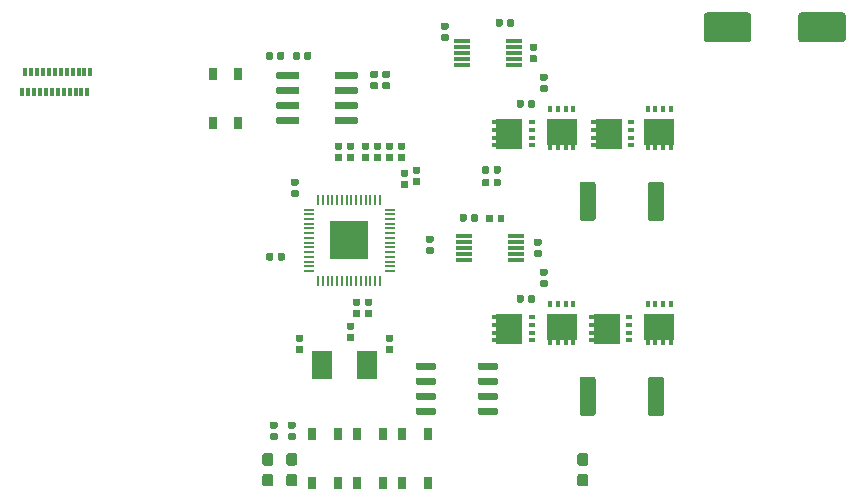
<source format=gbr>
G04 #@! TF.GenerationSoftware,KiCad,Pcbnew,(5.1.5)-3*
G04 #@! TF.CreationDate,2022-05-21T19:39:02+09:00*
G04 #@! TF.ProjectId,RP_MD,52505f4d-442e-46b6-9963-61645f706362,rev?*
G04 #@! TF.SameCoordinates,Original*
G04 #@! TF.FileFunction,Paste,Top*
G04 #@! TF.FilePolarity,Positive*
%FSLAX46Y46*%
G04 Gerber Fmt 4.6, Leading zero omitted, Abs format (unit mm)*
G04 Created by KiCad (PCBNEW (5.1.5)-3) date 2022-05-21 19:39:02*
%MOMM*%
%LPD*%
G04 APERTURE LIST*
%ADD10R,0.300000X0.700000*%
%ADD11C,0.100000*%
%ADD12R,0.650000X1.050000*%
%ADD13R,3.200000X3.200000*%
%ADD14R,0.200000X0.875000*%
%ADD15R,0.875000X0.200000*%
%ADD16R,2.650000X2.200000*%
%ADD17R,0.400000X0.600000*%
%ADD18R,0.600000X0.400000*%
%ADD19R,2.200000X2.650000*%
%ADD20R,1.400000X0.300000*%
%ADD21R,1.800000X2.400000*%
G04 APERTURE END LIST*
D10*
X99530000Y-66290000D03*
X99030000Y-66290000D03*
X98530000Y-66290000D03*
X98030000Y-66290000D03*
X97530000Y-66290000D03*
X97030000Y-66290000D03*
X96530000Y-66290000D03*
X94030000Y-66290000D03*
X95030000Y-66290000D03*
X95530000Y-66290000D03*
X96030000Y-66290000D03*
X94530000Y-66290000D03*
X94280000Y-64590000D03*
X94780000Y-64590000D03*
X95280000Y-64590000D03*
X95780000Y-64590000D03*
X96280000Y-64590000D03*
X96780000Y-64590000D03*
X97280000Y-64590000D03*
X97780000Y-64590000D03*
X98280000Y-64590000D03*
X98780000Y-64590000D03*
X99280000Y-64590000D03*
X99780000Y-64590000D03*
D11*
G36*
X131502958Y-76642710D02*
G01*
X131517276Y-76644834D01*
X131531317Y-76648351D01*
X131544946Y-76653228D01*
X131558031Y-76659417D01*
X131570447Y-76666858D01*
X131582073Y-76675481D01*
X131592798Y-76685202D01*
X131602519Y-76695927D01*
X131611142Y-76707553D01*
X131618583Y-76719969D01*
X131624772Y-76733054D01*
X131629649Y-76746683D01*
X131633166Y-76760724D01*
X131635290Y-76775042D01*
X131636000Y-76789500D01*
X131636000Y-77134500D01*
X131635290Y-77148958D01*
X131633166Y-77163276D01*
X131629649Y-77177317D01*
X131624772Y-77190946D01*
X131618583Y-77204031D01*
X131611142Y-77216447D01*
X131602519Y-77228073D01*
X131592798Y-77238798D01*
X131582073Y-77248519D01*
X131570447Y-77257142D01*
X131558031Y-77264583D01*
X131544946Y-77270772D01*
X131531317Y-77275649D01*
X131517276Y-77279166D01*
X131502958Y-77281290D01*
X131488500Y-77282000D01*
X131193500Y-77282000D01*
X131179042Y-77281290D01*
X131164724Y-77279166D01*
X131150683Y-77275649D01*
X131137054Y-77270772D01*
X131123969Y-77264583D01*
X131111553Y-77257142D01*
X131099927Y-77248519D01*
X131089202Y-77238798D01*
X131079481Y-77228073D01*
X131070858Y-77216447D01*
X131063417Y-77204031D01*
X131057228Y-77190946D01*
X131052351Y-77177317D01*
X131048834Y-77163276D01*
X131046710Y-77148958D01*
X131046000Y-77134500D01*
X131046000Y-76789500D01*
X131046710Y-76775042D01*
X131048834Y-76760724D01*
X131052351Y-76746683D01*
X131057228Y-76733054D01*
X131063417Y-76719969D01*
X131070858Y-76707553D01*
X131079481Y-76695927D01*
X131089202Y-76685202D01*
X131099927Y-76675481D01*
X131111553Y-76666858D01*
X131123969Y-76659417D01*
X131137054Y-76653228D01*
X131150683Y-76648351D01*
X131164724Y-76644834D01*
X131179042Y-76642710D01*
X131193500Y-76642000D01*
X131488500Y-76642000D01*
X131502958Y-76642710D01*
G37*
G36*
X132472958Y-76642710D02*
G01*
X132487276Y-76644834D01*
X132501317Y-76648351D01*
X132514946Y-76653228D01*
X132528031Y-76659417D01*
X132540447Y-76666858D01*
X132552073Y-76675481D01*
X132562798Y-76685202D01*
X132572519Y-76695927D01*
X132581142Y-76707553D01*
X132588583Y-76719969D01*
X132594772Y-76733054D01*
X132599649Y-76746683D01*
X132603166Y-76760724D01*
X132605290Y-76775042D01*
X132606000Y-76789500D01*
X132606000Y-77134500D01*
X132605290Y-77148958D01*
X132603166Y-77163276D01*
X132599649Y-77177317D01*
X132594772Y-77190946D01*
X132588583Y-77204031D01*
X132581142Y-77216447D01*
X132572519Y-77228073D01*
X132562798Y-77238798D01*
X132552073Y-77248519D01*
X132540447Y-77257142D01*
X132528031Y-77264583D01*
X132514946Y-77270772D01*
X132501317Y-77275649D01*
X132487276Y-77279166D01*
X132472958Y-77281290D01*
X132458500Y-77282000D01*
X132163500Y-77282000D01*
X132149042Y-77281290D01*
X132134724Y-77279166D01*
X132120683Y-77275649D01*
X132107054Y-77270772D01*
X132093969Y-77264583D01*
X132081553Y-77257142D01*
X132069927Y-77248519D01*
X132059202Y-77238798D01*
X132049481Y-77228073D01*
X132040858Y-77216447D01*
X132033417Y-77204031D01*
X132027228Y-77190946D01*
X132022351Y-77177317D01*
X132018834Y-77163276D01*
X132016710Y-77148958D01*
X132016000Y-77134500D01*
X132016000Y-76789500D01*
X132016710Y-76775042D01*
X132018834Y-76760724D01*
X132022351Y-76746683D01*
X132027228Y-76733054D01*
X132033417Y-76719969D01*
X132040858Y-76707553D01*
X132049481Y-76695927D01*
X132059202Y-76685202D01*
X132069927Y-76675481D01*
X132081553Y-76666858D01*
X132093969Y-76659417D01*
X132107054Y-76653228D01*
X132120683Y-76648351D01*
X132134724Y-76644834D01*
X132149042Y-76642710D01*
X132163500Y-76642000D01*
X132458500Y-76642000D01*
X132472958Y-76642710D01*
G37*
D12*
X128329000Y-95255000D03*
X128329000Y-99405000D03*
X126179000Y-95255000D03*
X126179000Y-99405000D03*
X122385000Y-99405000D03*
X122385000Y-95255000D03*
X124535000Y-99405000D03*
X124535000Y-95255000D03*
X118575000Y-99405000D03*
X118575000Y-95255000D03*
X120725000Y-99405000D03*
X120725000Y-95255000D03*
X112295000Y-64755000D03*
X112295000Y-68905000D03*
X110145000Y-64755000D03*
X110145000Y-68905000D03*
D11*
G36*
X163494504Y-59581204D02*
G01*
X163518773Y-59584804D01*
X163542571Y-59590765D01*
X163565671Y-59599030D01*
X163587849Y-59609520D01*
X163608893Y-59622133D01*
X163628598Y-59636747D01*
X163646777Y-59653223D01*
X163663253Y-59671402D01*
X163677867Y-59691107D01*
X163690480Y-59712151D01*
X163700970Y-59734329D01*
X163709235Y-59757429D01*
X163715196Y-59781227D01*
X163718796Y-59805496D01*
X163720000Y-59830000D01*
X163720000Y-61830000D01*
X163718796Y-61854504D01*
X163715196Y-61878773D01*
X163709235Y-61902571D01*
X163700970Y-61925671D01*
X163690480Y-61947849D01*
X163677867Y-61968893D01*
X163663253Y-61988598D01*
X163646777Y-62006777D01*
X163628598Y-62023253D01*
X163608893Y-62037867D01*
X163587849Y-62050480D01*
X163565671Y-62060970D01*
X163542571Y-62069235D01*
X163518773Y-62075196D01*
X163494504Y-62078796D01*
X163470000Y-62080000D01*
X159970000Y-62080000D01*
X159945496Y-62078796D01*
X159921227Y-62075196D01*
X159897429Y-62069235D01*
X159874329Y-62060970D01*
X159852151Y-62050480D01*
X159831107Y-62037867D01*
X159811402Y-62023253D01*
X159793223Y-62006777D01*
X159776747Y-61988598D01*
X159762133Y-61968893D01*
X159749520Y-61947849D01*
X159739030Y-61925671D01*
X159730765Y-61902571D01*
X159724804Y-61878773D01*
X159721204Y-61854504D01*
X159720000Y-61830000D01*
X159720000Y-59830000D01*
X159721204Y-59805496D01*
X159724804Y-59781227D01*
X159730765Y-59757429D01*
X159739030Y-59734329D01*
X159749520Y-59712151D01*
X159762133Y-59691107D01*
X159776747Y-59671402D01*
X159793223Y-59653223D01*
X159811402Y-59636747D01*
X159831107Y-59622133D01*
X159852151Y-59609520D01*
X159874329Y-59599030D01*
X159897429Y-59590765D01*
X159921227Y-59584804D01*
X159945496Y-59581204D01*
X159970000Y-59580000D01*
X163470000Y-59580000D01*
X163494504Y-59581204D01*
G37*
G36*
X155494504Y-59581204D02*
G01*
X155518773Y-59584804D01*
X155542571Y-59590765D01*
X155565671Y-59599030D01*
X155587849Y-59609520D01*
X155608893Y-59622133D01*
X155628598Y-59636747D01*
X155646777Y-59653223D01*
X155663253Y-59671402D01*
X155677867Y-59691107D01*
X155690480Y-59712151D01*
X155700970Y-59734329D01*
X155709235Y-59757429D01*
X155715196Y-59781227D01*
X155718796Y-59805496D01*
X155720000Y-59830000D01*
X155720000Y-61830000D01*
X155718796Y-61854504D01*
X155715196Y-61878773D01*
X155709235Y-61902571D01*
X155700970Y-61925671D01*
X155690480Y-61947849D01*
X155677867Y-61968893D01*
X155663253Y-61988598D01*
X155646777Y-62006777D01*
X155628598Y-62023253D01*
X155608893Y-62037867D01*
X155587849Y-62050480D01*
X155565671Y-62060970D01*
X155542571Y-62069235D01*
X155518773Y-62075196D01*
X155494504Y-62078796D01*
X155470000Y-62080000D01*
X151970000Y-62080000D01*
X151945496Y-62078796D01*
X151921227Y-62075196D01*
X151897429Y-62069235D01*
X151874329Y-62060970D01*
X151852151Y-62050480D01*
X151831107Y-62037867D01*
X151811402Y-62023253D01*
X151793223Y-62006777D01*
X151776747Y-61988598D01*
X151762133Y-61968893D01*
X151749520Y-61947849D01*
X151739030Y-61925671D01*
X151730765Y-61902571D01*
X151724804Y-61878773D01*
X151721204Y-61854504D01*
X151720000Y-61830000D01*
X151720000Y-59830000D01*
X151721204Y-59805496D01*
X151724804Y-59781227D01*
X151730765Y-59757429D01*
X151739030Y-59734329D01*
X151749520Y-59712151D01*
X151762133Y-59691107D01*
X151776747Y-59671402D01*
X151793223Y-59653223D01*
X151811402Y-59636747D01*
X151831107Y-59622133D01*
X151852151Y-59609520D01*
X151874329Y-59599030D01*
X151897429Y-59590765D01*
X151921227Y-59584804D01*
X151945496Y-59581204D01*
X151970000Y-59580000D01*
X155470000Y-59580000D01*
X155494504Y-59581204D01*
G37*
G36*
X133407958Y-72578710D02*
G01*
X133422276Y-72580834D01*
X133436317Y-72584351D01*
X133449946Y-72589228D01*
X133463031Y-72595417D01*
X133475447Y-72602858D01*
X133487073Y-72611481D01*
X133497798Y-72621202D01*
X133507519Y-72631927D01*
X133516142Y-72643553D01*
X133523583Y-72655969D01*
X133529772Y-72669054D01*
X133534649Y-72682683D01*
X133538166Y-72696724D01*
X133540290Y-72711042D01*
X133541000Y-72725500D01*
X133541000Y-73070500D01*
X133540290Y-73084958D01*
X133538166Y-73099276D01*
X133534649Y-73113317D01*
X133529772Y-73126946D01*
X133523583Y-73140031D01*
X133516142Y-73152447D01*
X133507519Y-73164073D01*
X133497798Y-73174798D01*
X133487073Y-73184519D01*
X133475447Y-73193142D01*
X133463031Y-73200583D01*
X133449946Y-73206772D01*
X133436317Y-73211649D01*
X133422276Y-73215166D01*
X133407958Y-73217290D01*
X133393500Y-73218000D01*
X133098500Y-73218000D01*
X133084042Y-73217290D01*
X133069724Y-73215166D01*
X133055683Y-73211649D01*
X133042054Y-73206772D01*
X133028969Y-73200583D01*
X133016553Y-73193142D01*
X133004927Y-73184519D01*
X132994202Y-73174798D01*
X132984481Y-73164073D01*
X132975858Y-73152447D01*
X132968417Y-73140031D01*
X132962228Y-73126946D01*
X132957351Y-73113317D01*
X132953834Y-73099276D01*
X132951710Y-73084958D01*
X132951000Y-73070500D01*
X132951000Y-72725500D01*
X132951710Y-72711042D01*
X132953834Y-72696724D01*
X132957351Y-72682683D01*
X132962228Y-72669054D01*
X132968417Y-72655969D01*
X132975858Y-72643553D01*
X132984481Y-72631927D01*
X132994202Y-72621202D01*
X133004927Y-72611481D01*
X133016553Y-72602858D01*
X133028969Y-72595417D01*
X133042054Y-72589228D01*
X133055683Y-72584351D01*
X133069724Y-72580834D01*
X133084042Y-72578710D01*
X133098500Y-72578000D01*
X133393500Y-72578000D01*
X133407958Y-72578710D01*
G37*
G36*
X134377958Y-72578710D02*
G01*
X134392276Y-72580834D01*
X134406317Y-72584351D01*
X134419946Y-72589228D01*
X134433031Y-72595417D01*
X134445447Y-72602858D01*
X134457073Y-72611481D01*
X134467798Y-72621202D01*
X134477519Y-72631927D01*
X134486142Y-72643553D01*
X134493583Y-72655969D01*
X134499772Y-72669054D01*
X134504649Y-72682683D01*
X134508166Y-72696724D01*
X134510290Y-72711042D01*
X134511000Y-72725500D01*
X134511000Y-73070500D01*
X134510290Y-73084958D01*
X134508166Y-73099276D01*
X134504649Y-73113317D01*
X134499772Y-73126946D01*
X134493583Y-73140031D01*
X134486142Y-73152447D01*
X134477519Y-73164073D01*
X134467798Y-73174798D01*
X134457073Y-73184519D01*
X134445447Y-73193142D01*
X134433031Y-73200583D01*
X134419946Y-73206772D01*
X134406317Y-73211649D01*
X134392276Y-73215166D01*
X134377958Y-73217290D01*
X134363500Y-73218000D01*
X134068500Y-73218000D01*
X134054042Y-73217290D01*
X134039724Y-73215166D01*
X134025683Y-73211649D01*
X134012054Y-73206772D01*
X133998969Y-73200583D01*
X133986553Y-73193142D01*
X133974927Y-73184519D01*
X133964202Y-73174798D01*
X133954481Y-73164073D01*
X133945858Y-73152447D01*
X133938417Y-73140031D01*
X133932228Y-73126946D01*
X133927351Y-73113317D01*
X133923834Y-73099276D01*
X133921710Y-73084958D01*
X133921000Y-73070500D01*
X133921000Y-72725500D01*
X133921710Y-72711042D01*
X133923834Y-72696724D01*
X133927351Y-72682683D01*
X133932228Y-72669054D01*
X133938417Y-72655969D01*
X133945858Y-72643553D01*
X133954481Y-72631927D01*
X133964202Y-72621202D01*
X133974927Y-72611481D01*
X133986553Y-72602858D01*
X133998969Y-72595417D01*
X134012054Y-72589228D01*
X134025683Y-72584351D01*
X134039724Y-72580834D01*
X134054042Y-72578710D01*
X134068500Y-72578000D01*
X134363500Y-72578000D01*
X134377958Y-72578710D01*
G37*
G36*
X134377958Y-73658710D02*
G01*
X134392276Y-73660834D01*
X134406317Y-73664351D01*
X134419946Y-73669228D01*
X134433031Y-73675417D01*
X134445447Y-73682858D01*
X134457073Y-73691481D01*
X134467798Y-73701202D01*
X134477519Y-73711927D01*
X134486142Y-73723553D01*
X134493583Y-73735969D01*
X134499772Y-73749054D01*
X134504649Y-73762683D01*
X134508166Y-73776724D01*
X134510290Y-73791042D01*
X134511000Y-73805500D01*
X134511000Y-74150500D01*
X134510290Y-74164958D01*
X134508166Y-74179276D01*
X134504649Y-74193317D01*
X134499772Y-74206946D01*
X134493583Y-74220031D01*
X134486142Y-74232447D01*
X134477519Y-74244073D01*
X134467798Y-74254798D01*
X134457073Y-74264519D01*
X134445447Y-74273142D01*
X134433031Y-74280583D01*
X134419946Y-74286772D01*
X134406317Y-74291649D01*
X134392276Y-74295166D01*
X134377958Y-74297290D01*
X134363500Y-74298000D01*
X134068500Y-74298000D01*
X134054042Y-74297290D01*
X134039724Y-74295166D01*
X134025683Y-74291649D01*
X134012054Y-74286772D01*
X133998969Y-74280583D01*
X133986553Y-74273142D01*
X133974927Y-74264519D01*
X133964202Y-74254798D01*
X133954481Y-74244073D01*
X133945858Y-74232447D01*
X133938417Y-74220031D01*
X133932228Y-74206946D01*
X133927351Y-74193317D01*
X133923834Y-74179276D01*
X133921710Y-74164958D01*
X133921000Y-74150500D01*
X133921000Y-73805500D01*
X133921710Y-73791042D01*
X133923834Y-73776724D01*
X133927351Y-73762683D01*
X133932228Y-73749054D01*
X133938417Y-73735969D01*
X133945858Y-73723553D01*
X133954481Y-73711927D01*
X133964202Y-73701202D01*
X133974927Y-73691481D01*
X133986553Y-73682858D01*
X133998969Y-73675417D01*
X134012054Y-73669228D01*
X134025683Y-73664351D01*
X134039724Y-73660834D01*
X134054042Y-73658710D01*
X134068500Y-73658000D01*
X134363500Y-73658000D01*
X134377958Y-73658710D01*
G37*
G36*
X133407958Y-73658710D02*
G01*
X133422276Y-73660834D01*
X133436317Y-73664351D01*
X133449946Y-73669228D01*
X133463031Y-73675417D01*
X133475447Y-73682858D01*
X133487073Y-73691481D01*
X133497798Y-73701202D01*
X133507519Y-73711927D01*
X133516142Y-73723553D01*
X133523583Y-73735969D01*
X133529772Y-73749054D01*
X133534649Y-73762683D01*
X133538166Y-73776724D01*
X133540290Y-73791042D01*
X133541000Y-73805500D01*
X133541000Y-74150500D01*
X133540290Y-74164958D01*
X133538166Y-74179276D01*
X133534649Y-74193317D01*
X133529772Y-74206946D01*
X133523583Y-74220031D01*
X133516142Y-74232447D01*
X133507519Y-74244073D01*
X133497798Y-74254798D01*
X133487073Y-74264519D01*
X133475447Y-74273142D01*
X133463031Y-74280583D01*
X133449946Y-74286772D01*
X133436317Y-74291649D01*
X133422276Y-74295166D01*
X133407958Y-74297290D01*
X133393500Y-74298000D01*
X133098500Y-74298000D01*
X133084042Y-74297290D01*
X133069724Y-74295166D01*
X133055683Y-74291649D01*
X133042054Y-74286772D01*
X133028969Y-74280583D01*
X133016553Y-74273142D01*
X133004927Y-74264519D01*
X132994202Y-74254798D01*
X132984481Y-74244073D01*
X132975858Y-74232447D01*
X132968417Y-74220031D01*
X132962228Y-74206946D01*
X132957351Y-74193317D01*
X132953834Y-74179276D01*
X132951710Y-74164958D01*
X132951000Y-74150500D01*
X132951000Y-73805500D01*
X132951710Y-73791042D01*
X132953834Y-73776724D01*
X132957351Y-73762683D01*
X132962228Y-73749054D01*
X132968417Y-73735969D01*
X132975858Y-73723553D01*
X132984481Y-73711927D01*
X132994202Y-73701202D01*
X133004927Y-73691481D01*
X133016553Y-73682858D01*
X133028969Y-73675417D01*
X133042054Y-73669228D01*
X133055683Y-73664351D01*
X133069724Y-73660834D01*
X133084042Y-73658710D01*
X133098500Y-73658000D01*
X133393500Y-73658000D01*
X133407958Y-73658710D01*
G37*
G36*
X142329505Y-90401204D02*
G01*
X142353773Y-90404804D01*
X142377572Y-90410765D01*
X142400671Y-90419030D01*
X142422850Y-90429520D01*
X142443893Y-90442132D01*
X142463599Y-90456747D01*
X142481777Y-90473223D01*
X142498253Y-90491401D01*
X142512868Y-90511107D01*
X142525480Y-90532150D01*
X142535970Y-90554329D01*
X142544235Y-90577428D01*
X142550196Y-90601227D01*
X142553796Y-90625495D01*
X142555000Y-90649999D01*
X142555000Y-93500001D01*
X142553796Y-93524505D01*
X142550196Y-93548773D01*
X142544235Y-93572572D01*
X142535970Y-93595671D01*
X142525480Y-93617850D01*
X142512868Y-93638893D01*
X142498253Y-93658599D01*
X142481777Y-93676777D01*
X142463599Y-93693253D01*
X142443893Y-93707868D01*
X142422850Y-93720480D01*
X142400671Y-93730970D01*
X142377572Y-93739235D01*
X142353773Y-93745196D01*
X142329505Y-93748796D01*
X142305001Y-93750000D01*
X141454999Y-93750000D01*
X141430495Y-93748796D01*
X141406227Y-93745196D01*
X141382428Y-93739235D01*
X141359329Y-93730970D01*
X141337150Y-93720480D01*
X141316107Y-93707868D01*
X141296401Y-93693253D01*
X141278223Y-93676777D01*
X141261747Y-93658599D01*
X141247132Y-93638893D01*
X141234520Y-93617850D01*
X141224030Y-93595671D01*
X141215765Y-93572572D01*
X141209804Y-93548773D01*
X141206204Y-93524505D01*
X141205000Y-93500001D01*
X141205000Y-90649999D01*
X141206204Y-90625495D01*
X141209804Y-90601227D01*
X141215765Y-90577428D01*
X141224030Y-90554329D01*
X141234520Y-90532150D01*
X141247132Y-90511107D01*
X141261747Y-90491401D01*
X141278223Y-90473223D01*
X141296401Y-90456747D01*
X141316107Y-90442132D01*
X141337150Y-90429520D01*
X141359329Y-90419030D01*
X141382428Y-90410765D01*
X141406227Y-90404804D01*
X141430495Y-90401204D01*
X141454999Y-90400000D01*
X142305001Y-90400000D01*
X142329505Y-90401204D01*
G37*
G36*
X148129505Y-90401204D02*
G01*
X148153773Y-90404804D01*
X148177572Y-90410765D01*
X148200671Y-90419030D01*
X148222850Y-90429520D01*
X148243893Y-90442132D01*
X148263599Y-90456747D01*
X148281777Y-90473223D01*
X148298253Y-90491401D01*
X148312868Y-90511107D01*
X148325480Y-90532150D01*
X148335970Y-90554329D01*
X148344235Y-90577428D01*
X148350196Y-90601227D01*
X148353796Y-90625495D01*
X148355000Y-90649999D01*
X148355000Y-93500001D01*
X148353796Y-93524505D01*
X148350196Y-93548773D01*
X148344235Y-93572572D01*
X148335970Y-93595671D01*
X148325480Y-93617850D01*
X148312868Y-93638893D01*
X148298253Y-93658599D01*
X148281777Y-93676777D01*
X148263599Y-93693253D01*
X148243893Y-93707868D01*
X148222850Y-93720480D01*
X148200671Y-93730970D01*
X148177572Y-93739235D01*
X148153773Y-93745196D01*
X148129505Y-93748796D01*
X148105001Y-93750000D01*
X147254999Y-93750000D01*
X147230495Y-93748796D01*
X147206227Y-93745196D01*
X147182428Y-93739235D01*
X147159329Y-93730970D01*
X147137150Y-93720480D01*
X147116107Y-93707868D01*
X147096401Y-93693253D01*
X147078223Y-93676777D01*
X147061747Y-93658599D01*
X147047132Y-93638893D01*
X147034520Y-93617850D01*
X147024030Y-93595671D01*
X147015765Y-93572572D01*
X147009804Y-93548773D01*
X147006204Y-93524505D01*
X147005000Y-93500001D01*
X147005000Y-90649999D01*
X147006204Y-90625495D01*
X147009804Y-90601227D01*
X147015765Y-90577428D01*
X147024030Y-90554329D01*
X147034520Y-90532150D01*
X147047132Y-90511107D01*
X147061747Y-90491401D01*
X147078223Y-90473223D01*
X147096401Y-90456747D01*
X147116107Y-90442132D01*
X147137150Y-90429520D01*
X147159329Y-90419030D01*
X147182428Y-90410765D01*
X147206227Y-90404804D01*
X147230495Y-90401204D01*
X147254999Y-90400000D01*
X148105001Y-90400000D01*
X148129505Y-90401204D01*
G37*
G36*
X134124703Y-89235722D02*
G01*
X134139264Y-89237882D01*
X134153543Y-89241459D01*
X134167403Y-89246418D01*
X134180710Y-89252712D01*
X134193336Y-89260280D01*
X134205159Y-89269048D01*
X134216066Y-89278934D01*
X134225952Y-89289841D01*
X134234720Y-89301664D01*
X134242288Y-89314290D01*
X134248582Y-89327597D01*
X134253541Y-89341457D01*
X134257118Y-89355736D01*
X134259278Y-89370297D01*
X134260000Y-89385000D01*
X134260000Y-89685000D01*
X134259278Y-89699703D01*
X134257118Y-89714264D01*
X134253541Y-89728543D01*
X134248582Y-89742403D01*
X134242288Y-89755710D01*
X134234720Y-89768336D01*
X134225952Y-89780159D01*
X134216066Y-89791066D01*
X134205159Y-89800952D01*
X134193336Y-89809720D01*
X134180710Y-89817288D01*
X134167403Y-89823582D01*
X134153543Y-89828541D01*
X134139264Y-89832118D01*
X134124703Y-89834278D01*
X134110000Y-89835000D01*
X132760000Y-89835000D01*
X132745297Y-89834278D01*
X132730736Y-89832118D01*
X132716457Y-89828541D01*
X132702597Y-89823582D01*
X132689290Y-89817288D01*
X132676664Y-89809720D01*
X132664841Y-89800952D01*
X132653934Y-89791066D01*
X132644048Y-89780159D01*
X132635280Y-89768336D01*
X132627712Y-89755710D01*
X132621418Y-89742403D01*
X132616459Y-89728543D01*
X132612882Y-89714264D01*
X132610722Y-89699703D01*
X132610000Y-89685000D01*
X132610000Y-89385000D01*
X132610722Y-89370297D01*
X132612882Y-89355736D01*
X132616459Y-89341457D01*
X132621418Y-89327597D01*
X132627712Y-89314290D01*
X132635280Y-89301664D01*
X132644048Y-89289841D01*
X132653934Y-89278934D01*
X132664841Y-89269048D01*
X132676664Y-89260280D01*
X132689290Y-89252712D01*
X132702597Y-89246418D01*
X132716457Y-89241459D01*
X132730736Y-89237882D01*
X132745297Y-89235722D01*
X132760000Y-89235000D01*
X134110000Y-89235000D01*
X134124703Y-89235722D01*
G37*
G36*
X134124703Y-90505722D02*
G01*
X134139264Y-90507882D01*
X134153543Y-90511459D01*
X134167403Y-90516418D01*
X134180710Y-90522712D01*
X134193336Y-90530280D01*
X134205159Y-90539048D01*
X134216066Y-90548934D01*
X134225952Y-90559841D01*
X134234720Y-90571664D01*
X134242288Y-90584290D01*
X134248582Y-90597597D01*
X134253541Y-90611457D01*
X134257118Y-90625736D01*
X134259278Y-90640297D01*
X134260000Y-90655000D01*
X134260000Y-90955000D01*
X134259278Y-90969703D01*
X134257118Y-90984264D01*
X134253541Y-90998543D01*
X134248582Y-91012403D01*
X134242288Y-91025710D01*
X134234720Y-91038336D01*
X134225952Y-91050159D01*
X134216066Y-91061066D01*
X134205159Y-91070952D01*
X134193336Y-91079720D01*
X134180710Y-91087288D01*
X134167403Y-91093582D01*
X134153543Y-91098541D01*
X134139264Y-91102118D01*
X134124703Y-91104278D01*
X134110000Y-91105000D01*
X132760000Y-91105000D01*
X132745297Y-91104278D01*
X132730736Y-91102118D01*
X132716457Y-91098541D01*
X132702597Y-91093582D01*
X132689290Y-91087288D01*
X132676664Y-91079720D01*
X132664841Y-91070952D01*
X132653934Y-91061066D01*
X132644048Y-91050159D01*
X132635280Y-91038336D01*
X132627712Y-91025710D01*
X132621418Y-91012403D01*
X132616459Y-90998543D01*
X132612882Y-90984264D01*
X132610722Y-90969703D01*
X132610000Y-90955000D01*
X132610000Y-90655000D01*
X132610722Y-90640297D01*
X132612882Y-90625736D01*
X132616459Y-90611457D01*
X132621418Y-90597597D01*
X132627712Y-90584290D01*
X132635280Y-90571664D01*
X132644048Y-90559841D01*
X132653934Y-90548934D01*
X132664841Y-90539048D01*
X132676664Y-90530280D01*
X132689290Y-90522712D01*
X132702597Y-90516418D01*
X132716457Y-90511459D01*
X132730736Y-90507882D01*
X132745297Y-90505722D01*
X132760000Y-90505000D01*
X134110000Y-90505000D01*
X134124703Y-90505722D01*
G37*
G36*
X134124703Y-91775722D02*
G01*
X134139264Y-91777882D01*
X134153543Y-91781459D01*
X134167403Y-91786418D01*
X134180710Y-91792712D01*
X134193336Y-91800280D01*
X134205159Y-91809048D01*
X134216066Y-91818934D01*
X134225952Y-91829841D01*
X134234720Y-91841664D01*
X134242288Y-91854290D01*
X134248582Y-91867597D01*
X134253541Y-91881457D01*
X134257118Y-91895736D01*
X134259278Y-91910297D01*
X134260000Y-91925000D01*
X134260000Y-92225000D01*
X134259278Y-92239703D01*
X134257118Y-92254264D01*
X134253541Y-92268543D01*
X134248582Y-92282403D01*
X134242288Y-92295710D01*
X134234720Y-92308336D01*
X134225952Y-92320159D01*
X134216066Y-92331066D01*
X134205159Y-92340952D01*
X134193336Y-92349720D01*
X134180710Y-92357288D01*
X134167403Y-92363582D01*
X134153543Y-92368541D01*
X134139264Y-92372118D01*
X134124703Y-92374278D01*
X134110000Y-92375000D01*
X132760000Y-92375000D01*
X132745297Y-92374278D01*
X132730736Y-92372118D01*
X132716457Y-92368541D01*
X132702597Y-92363582D01*
X132689290Y-92357288D01*
X132676664Y-92349720D01*
X132664841Y-92340952D01*
X132653934Y-92331066D01*
X132644048Y-92320159D01*
X132635280Y-92308336D01*
X132627712Y-92295710D01*
X132621418Y-92282403D01*
X132616459Y-92268543D01*
X132612882Y-92254264D01*
X132610722Y-92239703D01*
X132610000Y-92225000D01*
X132610000Y-91925000D01*
X132610722Y-91910297D01*
X132612882Y-91895736D01*
X132616459Y-91881457D01*
X132621418Y-91867597D01*
X132627712Y-91854290D01*
X132635280Y-91841664D01*
X132644048Y-91829841D01*
X132653934Y-91818934D01*
X132664841Y-91809048D01*
X132676664Y-91800280D01*
X132689290Y-91792712D01*
X132702597Y-91786418D01*
X132716457Y-91781459D01*
X132730736Y-91777882D01*
X132745297Y-91775722D01*
X132760000Y-91775000D01*
X134110000Y-91775000D01*
X134124703Y-91775722D01*
G37*
G36*
X134124703Y-93045722D02*
G01*
X134139264Y-93047882D01*
X134153543Y-93051459D01*
X134167403Y-93056418D01*
X134180710Y-93062712D01*
X134193336Y-93070280D01*
X134205159Y-93079048D01*
X134216066Y-93088934D01*
X134225952Y-93099841D01*
X134234720Y-93111664D01*
X134242288Y-93124290D01*
X134248582Y-93137597D01*
X134253541Y-93151457D01*
X134257118Y-93165736D01*
X134259278Y-93180297D01*
X134260000Y-93195000D01*
X134260000Y-93495000D01*
X134259278Y-93509703D01*
X134257118Y-93524264D01*
X134253541Y-93538543D01*
X134248582Y-93552403D01*
X134242288Y-93565710D01*
X134234720Y-93578336D01*
X134225952Y-93590159D01*
X134216066Y-93601066D01*
X134205159Y-93610952D01*
X134193336Y-93619720D01*
X134180710Y-93627288D01*
X134167403Y-93633582D01*
X134153543Y-93638541D01*
X134139264Y-93642118D01*
X134124703Y-93644278D01*
X134110000Y-93645000D01*
X132760000Y-93645000D01*
X132745297Y-93644278D01*
X132730736Y-93642118D01*
X132716457Y-93638541D01*
X132702597Y-93633582D01*
X132689290Y-93627288D01*
X132676664Y-93619720D01*
X132664841Y-93610952D01*
X132653934Y-93601066D01*
X132644048Y-93590159D01*
X132635280Y-93578336D01*
X132627712Y-93565710D01*
X132621418Y-93552403D01*
X132616459Y-93538543D01*
X132612882Y-93524264D01*
X132610722Y-93509703D01*
X132610000Y-93495000D01*
X132610000Y-93195000D01*
X132610722Y-93180297D01*
X132612882Y-93165736D01*
X132616459Y-93151457D01*
X132621418Y-93137597D01*
X132627712Y-93124290D01*
X132635280Y-93111664D01*
X132644048Y-93099841D01*
X132653934Y-93088934D01*
X132664841Y-93079048D01*
X132676664Y-93070280D01*
X132689290Y-93062712D01*
X132702597Y-93056418D01*
X132716457Y-93051459D01*
X132730736Y-93047882D01*
X132745297Y-93045722D01*
X132760000Y-93045000D01*
X134110000Y-93045000D01*
X134124703Y-93045722D01*
G37*
G36*
X128874703Y-93045722D02*
G01*
X128889264Y-93047882D01*
X128903543Y-93051459D01*
X128917403Y-93056418D01*
X128930710Y-93062712D01*
X128943336Y-93070280D01*
X128955159Y-93079048D01*
X128966066Y-93088934D01*
X128975952Y-93099841D01*
X128984720Y-93111664D01*
X128992288Y-93124290D01*
X128998582Y-93137597D01*
X129003541Y-93151457D01*
X129007118Y-93165736D01*
X129009278Y-93180297D01*
X129010000Y-93195000D01*
X129010000Y-93495000D01*
X129009278Y-93509703D01*
X129007118Y-93524264D01*
X129003541Y-93538543D01*
X128998582Y-93552403D01*
X128992288Y-93565710D01*
X128984720Y-93578336D01*
X128975952Y-93590159D01*
X128966066Y-93601066D01*
X128955159Y-93610952D01*
X128943336Y-93619720D01*
X128930710Y-93627288D01*
X128917403Y-93633582D01*
X128903543Y-93638541D01*
X128889264Y-93642118D01*
X128874703Y-93644278D01*
X128860000Y-93645000D01*
X127510000Y-93645000D01*
X127495297Y-93644278D01*
X127480736Y-93642118D01*
X127466457Y-93638541D01*
X127452597Y-93633582D01*
X127439290Y-93627288D01*
X127426664Y-93619720D01*
X127414841Y-93610952D01*
X127403934Y-93601066D01*
X127394048Y-93590159D01*
X127385280Y-93578336D01*
X127377712Y-93565710D01*
X127371418Y-93552403D01*
X127366459Y-93538543D01*
X127362882Y-93524264D01*
X127360722Y-93509703D01*
X127360000Y-93495000D01*
X127360000Y-93195000D01*
X127360722Y-93180297D01*
X127362882Y-93165736D01*
X127366459Y-93151457D01*
X127371418Y-93137597D01*
X127377712Y-93124290D01*
X127385280Y-93111664D01*
X127394048Y-93099841D01*
X127403934Y-93088934D01*
X127414841Y-93079048D01*
X127426664Y-93070280D01*
X127439290Y-93062712D01*
X127452597Y-93056418D01*
X127466457Y-93051459D01*
X127480736Y-93047882D01*
X127495297Y-93045722D01*
X127510000Y-93045000D01*
X128860000Y-93045000D01*
X128874703Y-93045722D01*
G37*
G36*
X128874703Y-91775722D02*
G01*
X128889264Y-91777882D01*
X128903543Y-91781459D01*
X128917403Y-91786418D01*
X128930710Y-91792712D01*
X128943336Y-91800280D01*
X128955159Y-91809048D01*
X128966066Y-91818934D01*
X128975952Y-91829841D01*
X128984720Y-91841664D01*
X128992288Y-91854290D01*
X128998582Y-91867597D01*
X129003541Y-91881457D01*
X129007118Y-91895736D01*
X129009278Y-91910297D01*
X129010000Y-91925000D01*
X129010000Y-92225000D01*
X129009278Y-92239703D01*
X129007118Y-92254264D01*
X129003541Y-92268543D01*
X128998582Y-92282403D01*
X128992288Y-92295710D01*
X128984720Y-92308336D01*
X128975952Y-92320159D01*
X128966066Y-92331066D01*
X128955159Y-92340952D01*
X128943336Y-92349720D01*
X128930710Y-92357288D01*
X128917403Y-92363582D01*
X128903543Y-92368541D01*
X128889264Y-92372118D01*
X128874703Y-92374278D01*
X128860000Y-92375000D01*
X127510000Y-92375000D01*
X127495297Y-92374278D01*
X127480736Y-92372118D01*
X127466457Y-92368541D01*
X127452597Y-92363582D01*
X127439290Y-92357288D01*
X127426664Y-92349720D01*
X127414841Y-92340952D01*
X127403934Y-92331066D01*
X127394048Y-92320159D01*
X127385280Y-92308336D01*
X127377712Y-92295710D01*
X127371418Y-92282403D01*
X127366459Y-92268543D01*
X127362882Y-92254264D01*
X127360722Y-92239703D01*
X127360000Y-92225000D01*
X127360000Y-91925000D01*
X127360722Y-91910297D01*
X127362882Y-91895736D01*
X127366459Y-91881457D01*
X127371418Y-91867597D01*
X127377712Y-91854290D01*
X127385280Y-91841664D01*
X127394048Y-91829841D01*
X127403934Y-91818934D01*
X127414841Y-91809048D01*
X127426664Y-91800280D01*
X127439290Y-91792712D01*
X127452597Y-91786418D01*
X127466457Y-91781459D01*
X127480736Y-91777882D01*
X127495297Y-91775722D01*
X127510000Y-91775000D01*
X128860000Y-91775000D01*
X128874703Y-91775722D01*
G37*
G36*
X128874703Y-90505722D02*
G01*
X128889264Y-90507882D01*
X128903543Y-90511459D01*
X128917403Y-90516418D01*
X128930710Y-90522712D01*
X128943336Y-90530280D01*
X128955159Y-90539048D01*
X128966066Y-90548934D01*
X128975952Y-90559841D01*
X128984720Y-90571664D01*
X128992288Y-90584290D01*
X128998582Y-90597597D01*
X129003541Y-90611457D01*
X129007118Y-90625736D01*
X129009278Y-90640297D01*
X129010000Y-90655000D01*
X129010000Y-90955000D01*
X129009278Y-90969703D01*
X129007118Y-90984264D01*
X129003541Y-90998543D01*
X128998582Y-91012403D01*
X128992288Y-91025710D01*
X128984720Y-91038336D01*
X128975952Y-91050159D01*
X128966066Y-91061066D01*
X128955159Y-91070952D01*
X128943336Y-91079720D01*
X128930710Y-91087288D01*
X128917403Y-91093582D01*
X128903543Y-91098541D01*
X128889264Y-91102118D01*
X128874703Y-91104278D01*
X128860000Y-91105000D01*
X127510000Y-91105000D01*
X127495297Y-91104278D01*
X127480736Y-91102118D01*
X127466457Y-91098541D01*
X127452597Y-91093582D01*
X127439290Y-91087288D01*
X127426664Y-91079720D01*
X127414841Y-91070952D01*
X127403934Y-91061066D01*
X127394048Y-91050159D01*
X127385280Y-91038336D01*
X127377712Y-91025710D01*
X127371418Y-91012403D01*
X127366459Y-90998543D01*
X127362882Y-90984264D01*
X127360722Y-90969703D01*
X127360000Y-90955000D01*
X127360000Y-90655000D01*
X127360722Y-90640297D01*
X127362882Y-90625736D01*
X127366459Y-90611457D01*
X127371418Y-90597597D01*
X127377712Y-90584290D01*
X127385280Y-90571664D01*
X127394048Y-90559841D01*
X127403934Y-90548934D01*
X127414841Y-90539048D01*
X127426664Y-90530280D01*
X127439290Y-90522712D01*
X127452597Y-90516418D01*
X127466457Y-90511459D01*
X127480736Y-90507882D01*
X127495297Y-90505722D01*
X127510000Y-90505000D01*
X128860000Y-90505000D01*
X128874703Y-90505722D01*
G37*
G36*
X128874703Y-89235722D02*
G01*
X128889264Y-89237882D01*
X128903543Y-89241459D01*
X128917403Y-89246418D01*
X128930710Y-89252712D01*
X128943336Y-89260280D01*
X128955159Y-89269048D01*
X128966066Y-89278934D01*
X128975952Y-89289841D01*
X128984720Y-89301664D01*
X128992288Y-89314290D01*
X128998582Y-89327597D01*
X129003541Y-89341457D01*
X129007118Y-89355736D01*
X129009278Y-89370297D01*
X129010000Y-89385000D01*
X129010000Y-89685000D01*
X129009278Y-89699703D01*
X129007118Y-89714264D01*
X129003541Y-89728543D01*
X128998582Y-89742403D01*
X128992288Y-89755710D01*
X128984720Y-89768336D01*
X128975952Y-89780159D01*
X128966066Y-89791066D01*
X128955159Y-89800952D01*
X128943336Y-89809720D01*
X128930710Y-89817288D01*
X128917403Y-89823582D01*
X128903543Y-89828541D01*
X128889264Y-89832118D01*
X128874703Y-89834278D01*
X128860000Y-89835000D01*
X127510000Y-89835000D01*
X127495297Y-89834278D01*
X127480736Y-89832118D01*
X127466457Y-89828541D01*
X127452597Y-89823582D01*
X127439290Y-89817288D01*
X127426664Y-89809720D01*
X127414841Y-89800952D01*
X127403934Y-89791066D01*
X127394048Y-89780159D01*
X127385280Y-89768336D01*
X127377712Y-89755710D01*
X127371418Y-89742403D01*
X127366459Y-89728543D01*
X127362882Y-89714264D01*
X127360722Y-89699703D01*
X127360000Y-89685000D01*
X127360000Y-89385000D01*
X127360722Y-89370297D01*
X127362882Y-89355736D01*
X127366459Y-89341457D01*
X127371418Y-89327597D01*
X127377712Y-89314290D01*
X127385280Y-89301664D01*
X127394048Y-89289841D01*
X127403934Y-89278934D01*
X127414841Y-89269048D01*
X127426664Y-89260280D01*
X127439290Y-89252712D01*
X127452597Y-89246418D01*
X127466457Y-89241459D01*
X127480736Y-89237882D01*
X127495297Y-89235722D01*
X127510000Y-89235000D01*
X128860000Y-89235000D01*
X128874703Y-89235722D01*
G37*
G36*
X117026958Y-94216710D02*
G01*
X117041276Y-94218834D01*
X117055317Y-94222351D01*
X117068946Y-94227228D01*
X117082031Y-94233417D01*
X117094447Y-94240858D01*
X117106073Y-94249481D01*
X117116798Y-94259202D01*
X117126519Y-94269927D01*
X117135142Y-94281553D01*
X117142583Y-94293969D01*
X117148772Y-94307054D01*
X117153649Y-94320683D01*
X117157166Y-94334724D01*
X117159290Y-94349042D01*
X117160000Y-94363500D01*
X117160000Y-94658500D01*
X117159290Y-94672958D01*
X117157166Y-94687276D01*
X117153649Y-94701317D01*
X117148772Y-94714946D01*
X117142583Y-94728031D01*
X117135142Y-94740447D01*
X117126519Y-94752073D01*
X117116798Y-94762798D01*
X117106073Y-94772519D01*
X117094447Y-94781142D01*
X117082031Y-94788583D01*
X117068946Y-94794772D01*
X117055317Y-94799649D01*
X117041276Y-94803166D01*
X117026958Y-94805290D01*
X117012500Y-94806000D01*
X116667500Y-94806000D01*
X116653042Y-94805290D01*
X116638724Y-94803166D01*
X116624683Y-94799649D01*
X116611054Y-94794772D01*
X116597969Y-94788583D01*
X116585553Y-94781142D01*
X116573927Y-94772519D01*
X116563202Y-94762798D01*
X116553481Y-94752073D01*
X116544858Y-94740447D01*
X116537417Y-94728031D01*
X116531228Y-94714946D01*
X116526351Y-94701317D01*
X116522834Y-94687276D01*
X116520710Y-94672958D01*
X116520000Y-94658500D01*
X116520000Y-94363500D01*
X116520710Y-94349042D01*
X116522834Y-94334724D01*
X116526351Y-94320683D01*
X116531228Y-94307054D01*
X116537417Y-94293969D01*
X116544858Y-94281553D01*
X116553481Y-94269927D01*
X116563202Y-94259202D01*
X116573927Y-94249481D01*
X116585553Y-94240858D01*
X116597969Y-94233417D01*
X116611054Y-94227228D01*
X116624683Y-94222351D01*
X116638724Y-94218834D01*
X116653042Y-94216710D01*
X116667500Y-94216000D01*
X117012500Y-94216000D01*
X117026958Y-94216710D01*
G37*
G36*
X117026958Y-95186710D02*
G01*
X117041276Y-95188834D01*
X117055317Y-95192351D01*
X117068946Y-95197228D01*
X117082031Y-95203417D01*
X117094447Y-95210858D01*
X117106073Y-95219481D01*
X117116798Y-95229202D01*
X117126519Y-95239927D01*
X117135142Y-95251553D01*
X117142583Y-95263969D01*
X117148772Y-95277054D01*
X117153649Y-95290683D01*
X117157166Y-95304724D01*
X117159290Y-95319042D01*
X117160000Y-95333500D01*
X117160000Y-95628500D01*
X117159290Y-95642958D01*
X117157166Y-95657276D01*
X117153649Y-95671317D01*
X117148772Y-95684946D01*
X117142583Y-95698031D01*
X117135142Y-95710447D01*
X117126519Y-95722073D01*
X117116798Y-95732798D01*
X117106073Y-95742519D01*
X117094447Y-95751142D01*
X117082031Y-95758583D01*
X117068946Y-95764772D01*
X117055317Y-95769649D01*
X117041276Y-95773166D01*
X117026958Y-95775290D01*
X117012500Y-95776000D01*
X116667500Y-95776000D01*
X116653042Y-95775290D01*
X116638724Y-95773166D01*
X116624683Y-95769649D01*
X116611054Y-95764772D01*
X116597969Y-95758583D01*
X116585553Y-95751142D01*
X116573927Y-95742519D01*
X116563202Y-95732798D01*
X116553481Y-95722073D01*
X116544858Y-95710447D01*
X116537417Y-95698031D01*
X116531228Y-95684946D01*
X116526351Y-95671317D01*
X116522834Y-95657276D01*
X116520710Y-95642958D01*
X116520000Y-95628500D01*
X116520000Y-95333500D01*
X116520710Y-95319042D01*
X116522834Y-95304724D01*
X116526351Y-95290683D01*
X116531228Y-95277054D01*
X116537417Y-95263969D01*
X116544858Y-95251553D01*
X116553481Y-95239927D01*
X116563202Y-95229202D01*
X116573927Y-95219481D01*
X116585553Y-95210858D01*
X116597969Y-95203417D01*
X116611054Y-95197228D01*
X116624683Y-95192351D01*
X116638724Y-95188834D01*
X116653042Y-95186710D01*
X116667500Y-95186000D01*
X117012500Y-95186000D01*
X117026958Y-95186710D01*
G37*
G36*
X115502958Y-94216710D02*
G01*
X115517276Y-94218834D01*
X115531317Y-94222351D01*
X115544946Y-94227228D01*
X115558031Y-94233417D01*
X115570447Y-94240858D01*
X115582073Y-94249481D01*
X115592798Y-94259202D01*
X115602519Y-94269927D01*
X115611142Y-94281553D01*
X115618583Y-94293969D01*
X115624772Y-94307054D01*
X115629649Y-94320683D01*
X115633166Y-94334724D01*
X115635290Y-94349042D01*
X115636000Y-94363500D01*
X115636000Y-94658500D01*
X115635290Y-94672958D01*
X115633166Y-94687276D01*
X115629649Y-94701317D01*
X115624772Y-94714946D01*
X115618583Y-94728031D01*
X115611142Y-94740447D01*
X115602519Y-94752073D01*
X115592798Y-94762798D01*
X115582073Y-94772519D01*
X115570447Y-94781142D01*
X115558031Y-94788583D01*
X115544946Y-94794772D01*
X115531317Y-94799649D01*
X115517276Y-94803166D01*
X115502958Y-94805290D01*
X115488500Y-94806000D01*
X115143500Y-94806000D01*
X115129042Y-94805290D01*
X115114724Y-94803166D01*
X115100683Y-94799649D01*
X115087054Y-94794772D01*
X115073969Y-94788583D01*
X115061553Y-94781142D01*
X115049927Y-94772519D01*
X115039202Y-94762798D01*
X115029481Y-94752073D01*
X115020858Y-94740447D01*
X115013417Y-94728031D01*
X115007228Y-94714946D01*
X115002351Y-94701317D01*
X114998834Y-94687276D01*
X114996710Y-94672958D01*
X114996000Y-94658500D01*
X114996000Y-94363500D01*
X114996710Y-94349042D01*
X114998834Y-94334724D01*
X115002351Y-94320683D01*
X115007228Y-94307054D01*
X115013417Y-94293969D01*
X115020858Y-94281553D01*
X115029481Y-94269927D01*
X115039202Y-94259202D01*
X115049927Y-94249481D01*
X115061553Y-94240858D01*
X115073969Y-94233417D01*
X115087054Y-94227228D01*
X115100683Y-94222351D01*
X115114724Y-94218834D01*
X115129042Y-94216710D01*
X115143500Y-94216000D01*
X115488500Y-94216000D01*
X115502958Y-94216710D01*
G37*
G36*
X115502958Y-95186710D02*
G01*
X115517276Y-95188834D01*
X115531317Y-95192351D01*
X115544946Y-95197228D01*
X115558031Y-95203417D01*
X115570447Y-95210858D01*
X115582073Y-95219481D01*
X115592798Y-95229202D01*
X115602519Y-95239927D01*
X115611142Y-95251553D01*
X115618583Y-95263969D01*
X115624772Y-95277054D01*
X115629649Y-95290683D01*
X115633166Y-95304724D01*
X115635290Y-95319042D01*
X115636000Y-95333500D01*
X115636000Y-95628500D01*
X115635290Y-95642958D01*
X115633166Y-95657276D01*
X115629649Y-95671317D01*
X115624772Y-95684946D01*
X115618583Y-95698031D01*
X115611142Y-95710447D01*
X115602519Y-95722073D01*
X115592798Y-95732798D01*
X115582073Y-95742519D01*
X115570447Y-95751142D01*
X115558031Y-95758583D01*
X115544946Y-95764772D01*
X115531317Y-95769649D01*
X115517276Y-95773166D01*
X115502958Y-95775290D01*
X115488500Y-95776000D01*
X115143500Y-95776000D01*
X115129042Y-95775290D01*
X115114724Y-95773166D01*
X115100683Y-95769649D01*
X115087054Y-95764772D01*
X115073969Y-95758583D01*
X115061553Y-95751142D01*
X115049927Y-95742519D01*
X115039202Y-95732798D01*
X115029481Y-95722073D01*
X115020858Y-95710447D01*
X115013417Y-95698031D01*
X115007228Y-95684946D01*
X115002351Y-95671317D01*
X114998834Y-95657276D01*
X114996710Y-95642958D01*
X114996000Y-95628500D01*
X114996000Y-95333500D01*
X114996710Y-95319042D01*
X114998834Y-95304724D01*
X115002351Y-95290683D01*
X115007228Y-95277054D01*
X115013417Y-95263969D01*
X115020858Y-95251553D01*
X115029481Y-95239927D01*
X115039202Y-95229202D01*
X115049927Y-95219481D01*
X115061553Y-95210858D01*
X115073969Y-95203417D01*
X115087054Y-95197228D01*
X115100683Y-95192351D01*
X115114724Y-95188834D01*
X115129042Y-95186710D01*
X115143500Y-95186000D01*
X115488500Y-95186000D01*
X115502958Y-95186710D01*
G37*
G36*
X117100779Y-96891144D02*
G01*
X117123834Y-96894563D01*
X117146443Y-96900227D01*
X117168387Y-96908079D01*
X117189457Y-96918044D01*
X117209448Y-96930026D01*
X117228168Y-96943910D01*
X117245438Y-96959562D01*
X117261090Y-96976832D01*
X117274974Y-96995552D01*
X117286956Y-97015543D01*
X117296921Y-97036613D01*
X117304773Y-97058557D01*
X117310437Y-97081166D01*
X117313856Y-97104221D01*
X117315000Y-97127500D01*
X117315000Y-97702500D01*
X117313856Y-97725779D01*
X117310437Y-97748834D01*
X117304773Y-97771443D01*
X117296921Y-97793387D01*
X117286956Y-97814457D01*
X117274974Y-97834448D01*
X117261090Y-97853168D01*
X117245438Y-97870438D01*
X117228168Y-97886090D01*
X117209448Y-97899974D01*
X117189457Y-97911956D01*
X117168387Y-97921921D01*
X117146443Y-97929773D01*
X117123834Y-97935437D01*
X117100779Y-97938856D01*
X117077500Y-97940000D01*
X116602500Y-97940000D01*
X116579221Y-97938856D01*
X116556166Y-97935437D01*
X116533557Y-97929773D01*
X116511613Y-97921921D01*
X116490543Y-97911956D01*
X116470552Y-97899974D01*
X116451832Y-97886090D01*
X116434562Y-97870438D01*
X116418910Y-97853168D01*
X116405026Y-97834448D01*
X116393044Y-97814457D01*
X116383079Y-97793387D01*
X116375227Y-97771443D01*
X116369563Y-97748834D01*
X116366144Y-97725779D01*
X116365000Y-97702500D01*
X116365000Y-97127500D01*
X116366144Y-97104221D01*
X116369563Y-97081166D01*
X116375227Y-97058557D01*
X116383079Y-97036613D01*
X116393044Y-97015543D01*
X116405026Y-96995552D01*
X116418910Y-96976832D01*
X116434562Y-96959562D01*
X116451832Y-96943910D01*
X116470552Y-96930026D01*
X116490543Y-96918044D01*
X116511613Y-96908079D01*
X116533557Y-96900227D01*
X116556166Y-96894563D01*
X116579221Y-96891144D01*
X116602500Y-96890000D01*
X117077500Y-96890000D01*
X117100779Y-96891144D01*
G37*
G36*
X117100779Y-98641144D02*
G01*
X117123834Y-98644563D01*
X117146443Y-98650227D01*
X117168387Y-98658079D01*
X117189457Y-98668044D01*
X117209448Y-98680026D01*
X117228168Y-98693910D01*
X117245438Y-98709562D01*
X117261090Y-98726832D01*
X117274974Y-98745552D01*
X117286956Y-98765543D01*
X117296921Y-98786613D01*
X117304773Y-98808557D01*
X117310437Y-98831166D01*
X117313856Y-98854221D01*
X117315000Y-98877500D01*
X117315000Y-99452500D01*
X117313856Y-99475779D01*
X117310437Y-99498834D01*
X117304773Y-99521443D01*
X117296921Y-99543387D01*
X117286956Y-99564457D01*
X117274974Y-99584448D01*
X117261090Y-99603168D01*
X117245438Y-99620438D01*
X117228168Y-99636090D01*
X117209448Y-99649974D01*
X117189457Y-99661956D01*
X117168387Y-99671921D01*
X117146443Y-99679773D01*
X117123834Y-99685437D01*
X117100779Y-99688856D01*
X117077500Y-99690000D01*
X116602500Y-99690000D01*
X116579221Y-99688856D01*
X116556166Y-99685437D01*
X116533557Y-99679773D01*
X116511613Y-99671921D01*
X116490543Y-99661956D01*
X116470552Y-99649974D01*
X116451832Y-99636090D01*
X116434562Y-99620438D01*
X116418910Y-99603168D01*
X116405026Y-99584448D01*
X116393044Y-99564457D01*
X116383079Y-99543387D01*
X116375227Y-99521443D01*
X116369563Y-99498834D01*
X116366144Y-99475779D01*
X116365000Y-99452500D01*
X116365000Y-98877500D01*
X116366144Y-98854221D01*
X116369563Y-98831166D01*
X116375227Y-98808557D01*
X116383079Y-98786613D01*
X116393044Y-98765543D01*
X116405026Y-98745552D01*
X116418910Y-98726832D01*
X116434562Y-98709562D01*
X116451832Y-98693910D01*
X116470552Y-98680026D01*
X116490543Y-98668044D01*
X116511613Y-98658079D01*
X116533557Y-98650227D01*
X116556166Y-98644563D01*
X116579221Y-98641144D01*
X116602500Y-98640000D01*
X117077500Y-98640000D01*
X117100779Y-98641144D01*
G37*
G36*
X115068779Y-96899144D02*
G01*
X115091834Y-96902563D01*
X115114443Y-96908227D01*
X115136387Y-96916079D01*
X115157457Y-96926044D01*
X115177448Y-96938026D01*
X115196168Y-96951910D01*
X115213438Y-96967562D01*
X115229090Y-96984832D01*
X115242974Y-97003552D01*
X115254956Y-97023543D01*
X115264921Y-97044613D01*
X115272773Y-97066557D01*
X115278437Y-97089166D01*
X115281856Y-97112221D01*
X115283000Y-97135500D01*
X115283000Y-97710500D01*
X115281856Y-97733779D01*
X115278437Y-97756834D01*
X115272773Y-97779443D01*
X115264921Y-97801387D01*
X115254956Y-97822457D01*
X115242974Y-97842448D01*
X115229090Y-97861168D01*
X115213438Y-97878438D01*
X115196168Y-97894090D01*
X115177448Y-97907974D01*
X115157457Y-97919956D01*
X115136387Y-97929921D01*
X115114443Y-97937773D01*
X115091834Y-97943437D01*
X115068779Y-97946856D01*
X115045500Y-97948000D01*
X114570500Y-97948000D01*
X114547221Y-97946856D01*
X114524166Y-97943437D01*
X114501557Y-97937773D01*
X114479613Y-97929921D01*
X114458543Y-97919956D01*
X114438552Y-97907974D01*
X114419832Y-97894090D01*
X114402562Y-97878438D01*
X114386910Y-97861168D01*
X114373026Y-97842448D01*
X114361044Y-97822457D01*
X114351079Y-97801387D01*
X114343227Y-97779443D01*
X114337563Y-97756834D01*
X114334144Y-97733779D01*
X114333000Y-97710500D01*
X114333000Y-97135500D01*
X114334144Y-97112221D01*
X114337563Y-97089166D01*
X114343227Y-97066557D01*
X114351079Y-97044613D01*
X114361044Y-97023543D01*
X114373026Y-97003552D01*
X114386910Y-96984832D01*
X114402562Y-96967562D01*
X114419832Y-96951910D01*
X114438552Y-96938026D01*
X114458543Y-96926044D01*
X114479613Y-96916079D01*
X114501557Y-96908227D01*
X114524166Y-96902563D01*
X114547221Y-96899144D01*
X114570500Y-96898000D01*
X115045500Y-96898000D01*
X115068779Y-96899144D01*
G37*
G36*
X115068779Y-98649144D02*
G01*
X115091834Y-98652563D01*
X115114443Y-98658227D01*
X115136387Y-98666079D01*
X115157457Y-98676044D01*
X115177448Y-98688026D01*
X115196168Y-98701910D01*
X115213438Y-98717562D01*
X115229090Y-98734832D01*
X115242974Y-98753552D01*
X115254956Y-98773543D01*
X115264921Y-98794613D01*
X115272773Y-98816557D01*
X115278437Y-98839166D01*
X115281856Y-98862221D01*
X115283000Y-98885500D01*
X115283000Y-99460500D01*
X115281856Y-99483779D01*
X115278437Y-99506834D01*
X115272773Y-99529443D01*
X115264921Y-99551387D01*
X115254956Y-99572457D01*
X115242974Y-99592448D01*
X115229090Y-99611168D01*
X115213438Y-99628438D01*
X115196168Y-99644090D01*
X115177448Y-99657974D01*
X115157457Y-99669956D01*
X115136387Y-99679921D01*
X115114443Y-99687773D01*
X115091834Y-99693437D01*
X115068779Y-99696856D01*
X115045500Y-99698000D01*
X114570500Y-99698000D01*
X114547221Y-99696856D01*
X114524166Y-99693437D01*
X114501557Y-99687773D01*
X114479613Y-99679921D01*
X114458543Y-99669956D01*
X114438552Y-99657974D01*
X114419832Y-99644090D01*
X114402562Y-99628438D01*
X114386910Y-99611168D01*
X114373026Y-99592448D01*
X114361044Y-99572457D01*
X114351079Y-99551387D01*
X114343227Y-99529443D01*
X114337563Y-99506834D01*
X114334144Y-99483779D01*
X114333000Y-99460500D01*
X114333000Y-98885500D01*
X114334144Y-98862221D01*
X114337563Y-98839166D01*
X114343227Y-98816557D01*
X114351079Y-98794613D01*
X114361044Y-98773543D01*
X114373026Y-98753552D01*
X114386910Y-98734832D01*
X114402562Y-98717562D01*
X114419832Y-98701910D01*
X114438552Y-98688026D01*
X114458543Y-98676044D01*
X114479613Y-98666079D01*
X114501557Y-98658227D01*
X114524166Y-98652563D01*
X114547221Y-98649144D01*
X114570500Y-98648000D01*
X115045500Y-98648000D01*
X115068779Y-98649144D01*
G37*
G36*
X142329505Y-73891204D02*
G01*
X142353773Y-73894804D01*
X142377572Y-73900765D01*
X142400671Y-73909030D01*
X142422850Y-73919520D01*
X142443893Y-73932132D01*
X142463599Y-73946747D01*
X142481777Y-73963223D01*
X142498253Y-73981401D01*
X142512868Y-74001107D01*
X142525480Y-74022150D01*
X142535970Y-74044329D01*
X142544235Y-74067428D01*
X142550196Y-74091227D01*
X142553796Y-74115495D01*
X142555000Y-74139999D01*
X142555000Y-76990001D01*
X142553796Y-77014505D01*
X142550196Y-77038773D01*
X142544235Y-77062572D01*
X142535970Y-77085671D01*
X142525480Y-77107850D01*
X142512868Y-77128893D01*
X142498253Y-77148599D01*
X142481777Y-77166777D01*
X142463599Y-77183253D01*
X142443893Y-77197868D01*
X142422850Y-77210480D01*
X142400671Y-77220970D01*
X142377572Y-77229235D01*
X142353773Y-77235196D01*
X142329505Y-77238796D01*
X142305001Y-77240000D01*
X141454999Y-77240000D01*
X141430495Y-77238796D01*
X141406227Y-77235196D01*
X141382428Y-77229235D01*
X141359329Y-77220970D01*
X141337150Y-77210480D01*
X141316107Y-77197868D01*
X141296401Y-77183253D01*
X141278223Y-77166777D01*
X141261747Y-77148599D01*
X141247132Y-77128893D01*
X141234520Y-77107850D01*
X141224030Y-77085671D01*
X141215765Y-77062572D01*
X141209804Y-77038773D01*
X141206204Y-77014505D01*
X141205000Y-76990001D01*
X141205000Y-74139999D01*
X141206204Y-74115495D01*
X141209804Y-74091227D01*
X141215765Y-74067428D01*
X141224030Y-74044329D01*
X141234520Y-74022150D01*
X141247132Y-74001107D01*
X141261747Y-73981401D01*
X141278223Y-73963223D01*
X141296401Y-73946747D01*
X141316107Y-73932132D01*
X141337150Y-73919520D01*
X141359329Y-73909030D01*
X141382428Y-73900765D01*
X141406227Y-73894804D01*
X141430495Y-73891204D01*
X141454999Y-73890000D01*
X142305001Y-73890000D01*
X142329505Y-73891204D01*
G37*
G36*
X148129505Y-73891204D02*
G01*
X148153773Y-73894804D01*
X148177572Y-73900765D01*
X148200671Y-73909030D01*
X148222850Y-73919520D01*
X148243893Y-73932132D01*
X148263599Y-73946747D01*
X148281777Y-73963223D01*
X148298253Y-73981401D01*
X148312868Y-74001107D01*
X148325480Y-74022150D01*
X148335970Y-74044329D01*
X148344235Y-74067428D01*
X148350196Y-74091227D01*
X148353796Y-74115495D01*
X148355000Y-74139999D01*
X148355000Y-76990001D01*
X148353796Y-77014505D01*
X148350196Y-77038773D01*
X148344235Y-77062572D01*
X148335970Y-77085671D01*
X148325480Y-77107850D01*
X148312868Y-77128893D01*
X148298253Y-77148599D01*
X148281777Y-77166777D01*
X148263599Y-77183253D01*
X148243893Y-77197868D01*
X148222850Y-77210480D01*
X148200671Y-77220970D01*
X148177572Y-77229235D01*
X148153773Y-77235196D01*
X148129505Y-77238796D01*
X148105001Y-77240000D01*
X147254999Y-77240000D01*
X147230495Y-77238796D01*
X147206227Y-77235196D01*
X147182428Y-77229235D01*
X147159329Y-77220970D01*
X147137150Y-77210480D01*
X147116107Y-77197868D01*
X147096401Y-77183253D01*
X147078223Y-77166777D01*
X147061747Y-77148599D01*
X147047132Y-77128893D01*
X147034520Y-77107850D01*
X147024030Y-77085671D01*
X147015765Y-77062572D01*
X147009804Y-77038773D01*
X147006204Y-77014505D01*
X147005000Y-76990001D01*
X147005000Y-74139999D01*
X147006204Y-74115495D01*
X147009804Y-74091227D01*
X147015765Y-74067428D01*
X147024030Y-74044329D01*
X147034520Y-74022150D01*
X147047132Y-74001107D01*
X147061747Y-73981401D01*
X147078223Y-73963223D01*
X147096401Y-73946747D01*
X147116107Y-73932132D01*
X147137150Y-73919520D01*
X147159329Y-73909030D01*
X147182428Y-73900765D01*
X147206227Y-73894804D01*
X147230495Y-73891204D01*
X147254999Y-73890000D01*
X148105001Y-73890000D01*
X148129505Y-73891204D01*
G37*
D13*
X121681000Y-78867000D03*
D14*
X119081000Y-75429500D03*
X119481000Y-75429500D03*
X119881000Y-75429500D03*
X120281000Y-75429500D03*
X121481000Y-75429500D03*
X121881000Y-75429500D03*
X121081000Y-75429500D03*
X120681000Y-75429500D03*
X122281000Y-75429500D03*
X122681000Y-75429500D03*
X123081000Y-75429500D03*
X123481000Y-75429500D03*
X123881000Y-75429500D03*
X124281000Y-75429500D03*
D15*
X125168500Y-76267000D03*
X125168500Y-76667000D03*
X125168500Y-77067000D03*
X125168500Y-78667000D03*
X125168500Y-78267000D03*
X125168500Y-77867000D03*
X125168500Y-77467000D03*
X125168500Y-79867000D03*
X125168500Y-79467000D03*
X125168500Y-79067000D03*
X125168500Y-80667000D03*
X125168500Y-80267000D03*
X125168500Y-81067000D03*
X125168500Y-81467000D03*
D14*
X124281000Y-82304500D03*
X123881000Y-82304500D03*
X123481000Y-82304500D03*
X123081000Y-82304500D03*
X122681000Y-82304500D03*
X122281000Y-82304500D03*
X121881000Y-82304500D03*
X121481000Y-82304500D03*
X121081000Y-82304500D03*
X120681000Y-82304500D03*
X120281000Y-82304500D03*
X119881000Y-82304500D03*
X119481000Y-82304500D03*
X119081000Y-82304500D03*
D15*
X118293500Y-81467000D03*
X118293500Y-81067000D03*
X118293500Y-80667000D03*
X118293500Y-80267000D03*
X118293500Y-79867000D03*
X118293500Y-79467000D03*
X118293500Y-79067000D03*
X118293500Y-78667000D03*
X118293500Y-78267000D03*
X118293500Y-77867000D03*
X118293500Y-77467000D03*
X118293500Y-77067000D03*
X118293500Y-76667000D03*
X118293500Y-76267000D03*
D11*
G36*
X117280958Y-73642710D02*
G01*
X117295276Y-73644834D01*
X117309317Y-73648351D01*
X117322946Y-73653228D01*
X117336031Y-73659417D01*
X117348447Y-73666858D01*
X117360073Y-73675481D01*
X117370798Y-73685202D01*
X117380519Y-73695927D01*
X117389142Y-73707553D01*
X117396583Y-73719969D01*
X117402772Y-73733054D01*
X117407649Y-73746683D01*
X117411166Y-73760724D01*
X117413290Y-73775042D01*
X117414000Y-73789500D01*
X117414000Y-74084500D01*
X117413290Y-74098958D01*
X117411166Y-74113276D01*
X117407649Y-74127317D01*
X117402772Y-74140946D01*
X117396583Y-74154031D01*
X117389142Y-74166447D01*
X117380519Y-74178073D01*
X117370798Y-74188798D01*
X117360073Y-74198519D01*
X117348447Y-74207142D01*
X117336031Y-74214583D01*
X117322946Y-74220772D01*
X117309317Y-74225649D01*
X117295276Y-74229166D01*
X117280958Y-74231290D01*
X117266500Y-74232000D01*
X116921500Y-74232000D01*
X116907042Y-74231290D01*
X116892724Y-74229166D01*
X116878683Y-74225649D01*
X116865054Y-74220772D01*
X116851969Y-74214583D01*
X116839553Y-74207142D01*
X116827927Y-74198519D01*
X116817202Y-74188798D01*
X116807481Y-74178073D01*
X116798858Y-74166447D01*
X116791417Y-74154031D01*
X116785228Y-74140946D01*
X116780351Y-74127317D01*
X116776834Y-74113276D01*
X116774710Y-74098958D01*
X116774000Y-74084500D01*
X116774000Y-73789500D01*
X116774710Y-73775042D01*
X116776834Y-73760724D01*
X116780351Y-73746683D01*
X116785228Y-73733054D01*
X116791417Y-73719969D01*
X116798858Y-73707553D01*
X116807481Y-73695927D01*
X116817202Y-73685202D01*
X116827927Y-73675481D01*
X116839553Y-73666858D01*
X116851969Y-73659417D01*
X116865054Y-73653228D01*
X116878683Y-73648351D01*
X116892724Y-73644834D01*
X116907042Y-73642710D01*
X116921500Y-73642000D01*
X117266500Y-73642000D01*
X117280958Y-73642710D01*
G37*
G36*
X117280958Y-74612710D02*
G01*
X117295276Y-74614834D01*
X117309317Y-74618351D01*
X117322946Y-74623228D01*
X117336031Y-74629417D01*
X117348447Y-74636858D01*
X117360073Y-74645481D01*
X117370798Y-74655202D01*
X117380519Y-74665927D01*
X117389142Y-74677553D01*
X117396583Y-74689969D01*
X117402772Y-74703054D01*
X117407649Y-74716683D01*
X117411166Y-74730724D01*
X117413290Y-74745042D01*
X117414000Y-74759500D01*
X117414000Y-75054500D01*
X117413290Y-75068958D01*
X117411166Y-75083276D01*
X117407649Y-75097317D01*
X117402772Y-75110946D01*
X117396583Y-75124031D01*
X117389142Y-75136447D01*
X117380519Y-75148073D01*
X117370798Y-75158798D01*
X117360073Y-75168519D01*
X117348447Y-75177142D01*
X117336031Y-75184583D01*
X117322946Y-75190772D01*
X117309317Y-75195649D01*
X117295276Y-75199166D01*
X117280958Y-75201290D01*
X117266500Y-75202000D01*
X116921500Y-75202000D01*
X116907042Y-75201290D01*
X116892724Y-75199166D01*
X116878683Y-75195649D01*
X116865054Y-75190772D01*
X116851969Y-75184583D01*
X116839553Y-75177142D01*
X116827927Y-75168519D01*
X116817202Y-75158798D01*
X116807481Y-75148073D01*
X116798858Y-75136447D01*
X116791417Y-75124031D01*
X116785228Y-75110946D01*
X116780351Y-75097317D01*
X116776834Y-75083276D01*
X116774710Y-75068958D01*
X116774000Y-75054500D01*
X116774000Y-74759500D01*
X116774710Y-74745042D01*
X116776834Y-74730724D01*
X116780351Y-74716683D01*
X116785228Y-74703054D01*
X116791417Y-74689969D01*
X116798858Y-74677553D01*
X116807481Y-74665927D01*
X116817202Y-74655202D01*
X116827927Y-74645481D01*
X116839553Y-74636858D01*
X116851969Y-74629417D01*
X116865054Y-74623228D01*
X116878683Y-74618351D01*
X116892724Y-74614834D01*
X116907042Y-74612710D01*
X116921500Y-74612000D01*
X117266500Y-74612000D01*
X117280958Y-74612710D01*
G37*
G36*
X115134958Y-79944710D02*
G01*
X115149276Y-79946834D01*
X115163317Y-79950351D01*
X115176946Y-79955228D01*
X115190031Y-79961417D01*
X115202447Y-79968858D01*
X115214073Y-79977481D01*
X115224798Y-79987202D01*
X115234519Y-79997927D01*
X115243142Y-80009553D01*
X115250583Y-80021969D01*
X115256772Y-80035054D01*
X115261649Y-80048683D01*
X115265166Y-80062724D01*
X115267290Y-80077042D01*
X115268000Y-80091500D01*
X115268000Y-80436500D01*
X115267290Y-80450958D01*
X115265166Y-80465276D01*
X115261649Y-80479317D01*
X115256772Y-80492946D01*
X115250583Y-80506031D01*
X115243142Y-80518447D01*
X115234519Y-80530073D01*
X115224798Y-80540798D01*
X115214073Y-80550519D01*
X115202447Y-80559142D01*
X115190031Y-80566583D01*
X115176946Y-80572772D01*
X115163317Y-80577649D01*
X115149276Y-80581166D01*
X115134958Y-80583290D01*
X115120500Y-80584000D01*
X114825500Y-80584000D01*
X114811042Y-80583290D01*
X114796724Y-80581166D01*
X114782683Y-80577649D01*
X114769054Y-80572772D01*
X114755969Y-80566583D01*
X114743553Y-80559142D01*
X114731927Y-80550519D01*
X114721202Y-80540798D01*
X114711481Y-80530073D01*
X114702858Y-80518447D01*
X114695417Y-80506031D01*
X114689228Y-80492946D01*
X114684351Y-80479317D01*
X114680834Y-80465276D01*
X114678710Y-80450958D01*
X114678000Y-80436500D01*
X114678000Y-80091500D01*
X114678710Y-80077042D01*
X114680834Y-80062724D01*
X114684351Y-80048683D01*
X114689228Y-80035054D01*
X114695417Y-80021969D01*
X114702858Y-80009553D01*
X114711481Y-79997927D01*
X114721202Y-79987202D01*
X114731927Y-79977481D01*
X114743553Y-79968858D01*
X114755969Y-79961417D01*
X114769054Y-79955228D01*
X114782683Y-79950351D01*
X114796724Y-79946834D01*
X114811042Y-79944710D01*
X114825500Y-79944000D01*
X115120500Y-79944000D01*
X115134958Y-79944710D01*
G37*
G36*
X116104958Y-79944710D02*
G01*
X116119276Y-79946834D01*
X116133317Y-79950351D01*
X116146946Y-79955228D01*
X116160031Y-79961417D01*
X116172447Y-79968858D01*
X116184073Y-79977481D01*
X116194798Y-79987202D01*
X116204519Y-79997927D01*
X116213142Y-80009553D01*
X116220583Y-80021969D01*
X116226772Y-80035054D01*
X116231649Y-80048683D01*
X116235166Y-80062724D01*
X116237290Y-80077042D01*
X116238000Y-80091500D01*
X116238000Y-80436500D01*
X116237290Y-80450958D01*
X116235166Y-80465276D01*
X116231649Y-80479317D01*
X116226772Y-80492946D01*
X116220583Y-80506031D01*
X116213142Y-80518447D01*
X116204519Y-80530073D01*
X116194798Y-80540798D01*
X116184073Y-80550519D01*
X116172447Y-80559142D01*
X116160031Y-80566583D01*
X116146946Y-80572772D01*
X116133317Y-80577649D01*
X116119276Y-80581166D01*
X116104958Y-80583290D01*
X116090500Y-80584000D01*
X115795500Y-80584000D01*
X115781042Y-80583290D01*
X115766724Y-80581166D01*
X115752683Y-80577649D01*
X115739054Y-80572772D01*
X115725969Y-80566583D01*
X115713553Y-80559142D01*
X115701927Y-80550519D01*
X115691202Y-80540798D01*
X115681481Y-80530073D01*
X115672858Y-80518447D01*
X115665417Y-80506031D01*
X115659228Y-80492946D01*
X115654351Y-80479317D01*
X115650834Y-80465276D01*
X115648710Y-80450958D01*
X115648000Y-80436500D01*
X115648000Y-80091500D01*
X115648710Y-80077042D01*
X115650834Y-80062724D01*
X115654351Y-80048683D01*
X115659228Y-80035054D01*
X115665417Y-80021969D01*
X115672858Y-80009553D01*
X115681481Y-79997927D01*
X115691202Y-79987202D01*
X115701927Y-79977481D01*
X115713553Y-79968858D01*
X115725969Y-79961417D01*
X115739054Y-79955228D01*
X115752683Y-79950351D01*
X115766724Y-79946834D01*
X115781042Y-79944710D01*
X115795500Y-79944000D01*
X116090500Y-79944000D01*
X116104958Y-79944710D01*
G37*
G36*
X121994958Y-70594710D02*
G01*
X122009276Y-70596834D01*
X122023317Y-70600351D01*
X122036946Y-70605228D01*
X122050031Y-70611417D01*
X122062447Y-70618858D01*
X122074073Y-70627481D01*
X122084798Y-70637202D01*
X122094519Y-70647927D01*
X122103142Y-70659553D01*
X122110583Y-70671969D01*
X122116772Y-70685054D01*
X122121649Y-70698683D01*
X122125166Y-70712724D01*
X122127290Y-70727042D01*
X122128000Y-70741500D01*
X122128000Y-71036500D01*
X122127290Y-71050958D01*
X122125166Y-71065276D01*
X122121649Y-71079317D01*
X122116772Y-71092946D01*
X122110583Y-71106031D01*
X122103142Y-71118447D01*
X122094519Y-71130073D01*
X122084798Y-71140798D01*
X122074073Y-71150519D01*
X122062447Y-71159142D01*
X122050031Y-71166583D01*
X122036946Y-71172772D01*
X122023317Y-71177649D01*
X122009276Y-71181166D01*
X121994958Y-71183290D01*
X121980500Y-71184000D01*
X121635500Y-71184000D01*
X121621042Y-71183290D01*
X121606724Y-71181166D01*
X121592683Y-71177649D01*
X121579054Y-71172772D01*
X121565969Y-71166583D01*
X121553553Y-71159142D01*
X121541927Y-71150519D01*
X121531202Y-71140798D01*
X121521481Y-71130073D01*
X121512858Y-71118447D01*
X121505417Y-71106031D01*
X121499228Y-71092946D01*
X121494351Y-71079317D01*
X121490834Y-71065276D01*
X121488710Y-71050958D01*
X121488000Y-71036500D01*
X121488000Y-70741500D01*
X121488710Y-70727042D01*
X121490834Y-70712724D01*
X121494351Y-70698683D01*
X121499228Y-70685054D01*
X121505417Y-70671969D01*
X121512858Y-70659553D01*
X121521481Y-70647927D01*
X121531202Y-70637202D01*
X121541927Y-70627481D01*
X121553553Y-70618858D01*
X121565969Y-70611417D01*
X121579054Y-70605228D01*
X121592683Y-70600351D01*
X121606724Y-70596834D01*
X121621042Y-70594710D01*
X121635500Y-70594000D01*
X121980500Y-70594000D01*
X121994958Y-70594710D01*
G37*
G36*
X121994958Y-71564710D02*
G01*
X122009276Y-71566834D01*
X122023317Y-71570351D01*
X122036946Y-71575228D01*
X122050031Y-71581417D01*
X122062447Y-71588858D01*
X122074073Y-71597481D01*
X122084798Y-71607202D01*
X122094519Y-71617927D01*
X122103142Y-71629553D01*
X122110583Y-71641969D01*
X122116772Y-71655054D01*
X122121649Y-71668683D01*
X122125166Y-71682724D01*
X122127290Y-71697042D01*
X122128000Y-71711500D01*
X122128000Y-72006500D01*
X122127290Y-72020958D01*
X122125166Y-72035276D01*
X122121649Y-72049317D01*
X122116772Y-72062946D01*
X122110583Y-72076031D01*
X122103142Y-72088447D01*
X122094519Y-72100073D01*
X122084798Y-72110798D01*
X122074073Y-72120519D01*
X122062447Y-72129142D01*
X122050031Y-72136583D01*
X122036946Y-72142772D01*
X122023317Y-72147649D01*
X122009276Y-72151166D01*
X121994958Y-72153290D01*
X121980500Y-72154000D01*
X121635500Y-72154000D01*
X121621042Y-72153290D01*
X121606724Y-72151166D01*
X121592683Y-72147649D01*
X121579054Y-72142772D01*
X121565969Y-72136583D01*
X121553553Y-72129142D01*
X121541927Y-72120519D01*
X121531202Y-72110798D01*
X121521481Y-72100073D01*
X121512858Y-72088447D01*
X121505417Y-72076031D01*
X121499228Y-72062946D01*
X121494351Y-72049317D01*
X121490834Y-72035276D01*
X121488710Y-72020958D01*
X121488000Y-72006500D01*
X121488000Y-71711500D01*
X121488710Y-71697042D01*
X121490834Y-71682724D01*
X121494351Y-71668683D01*
X121499228Y-71655054D01*
X121505417Y-71641969D01*
X121512858Y-71629553D01*
X121521481Y-71617927D01*
X121531202Y-71607202D01*
X121541927Y-71597481D01*
X121553553Y-71588858D01*
X121565969Y-71581417D01*
X121579054Y-71575228D01*
X121592683Y-71570351D01*
X121606724Y-71566834D01*
X121621042Y-71564710D01*
X121635500Y-71564000D01*
X121980500Y-71564000D01*
X121994958Y-71564710D01*
G37*
G36*
X123994958Y-65476710D02*
G01*
X124009276Y-65478834D01*
X124023317Y-65482351D01*
X124036946Y-65487228D01*
X124050031Y-65493417D01*
X124062447Y-65500858D01*
X124074073Y-65509481D01*
X124084798Y-65519202D01*
X124094519Y-65529927D01*
X124103142Y-65541553D01*
X124110583Y-65553969D01*
X124116772Y-65567054D01*
X124121649Y-65580683D01*
X124125166Y-65594724D01*
X124127290Y-65609042D01*
X124128000Y-65623500D01*
X124128000Y-65918500D01*
X124127290Y-65932958D01*
X124125166Y-65947276D01*
X124121649Y-65961317D01*
X124116772Y-65974946D01*
X124110583Y-65988031D01*
X124103142Y-66000447D01*
X124094519Y-66012073D01*
X124084798Y-66022798D01*
X124074073Y-66032519D01*
X124062447Y-66041142D01*
X124050031Y-66048583D01*
X124036946Y-66054772D01*
X124023317Y-66059649D01*
X124009276Y-66063166D01*
X123994958Y-66065290D01*
X123980500Y-66066000D01*
X123635500Y-66066000D01*
X123621042Y-66065290D01*
X123606724Y-66063166D01*
X123592683Y-66059649D01*
X123579054Y-66054772D01*
X123565969Y-66048583D01*
X123553553Y-66041142D01*
X123541927Y-66032519D01*
X123531202Y-66022798D01*
X123521481Y-66012073D01*
X123512858Y-66000447D01*
X123505417Y-65988031D01*
X123499228Y-65974946D01*
X123494351Y-65961317D01*
X123490834Y-65947276D01*
X123488710Y-65932958D01*
X123488000Y-65918500D01*
X123488000Y-65623500D01*
X123488710Y-65609042D01*
X123490834Y-65594724D01*
X123494351Y-65580683D01*
X123499228Y-65567054D01*
X123505417Y-65553969D01*
X123512858Y-65541553D01*
X123521481Y-65529927D01*
X123531202Y-65519202D01*
X123541927Y-65509481D01*
X123553553Y-65500858D01*
X123565969Y-65493417D01*
X123579054Y-65487228D01*
X123592683Y-65482351D01*
X123606724Y-65478834D01*
X123621042Y-65476710D01*
X123635500Y-65476000D01*
X123980500Y-65476000D01*
X123994958Y-65476710D01*
G37*
G36*
X123994958Y-64506710D02*
G01*
X124009276Y-64508834D01*
X124023317Y-64512351D01*
X124036946Y-64517228D01*
X124050031Y-64523417D01*
X124062447Y-64530858D01*
X124074073Y-64539481D01*
X124084798Y-64549202D01*
X124094519Y-64559927D01*
X124103142Y-64571553D01*
X124110583Y-64583969D01*
X124116772Y-64597054D01*
X124121649Y-64610683D01*
X124125166Y-64624724D01*
X124127290Y-64639042D01*
X124128000Y-64653500D01*
X124128000Y-64948500D01*
X124127290Y-64962958D01*
X124125166Y-64977276D01*
X124121649Y-64991317D01*
X124116772Y-65004946D01*
X124110583Y-65018031D01*
X124103142Y-65030447D01*
X124094519Y-65042073D01*
X124084798Y-65052798D01*
X124074073Y-65062519D01*
X124062447Y-65071142D01*
X124050031Y-65078583D01*
X124036946Y-65084772D01*
X124023317Y-65089649D01*
X124009276Y-65093166D01*
X123994958Y-65095290D01*
X123980500Y-65096000D01*
X123635500Y-65096000D01*
X123621042Y-65095290D01*
X123606724Y-65093166D01*
X123592683Y-65089649D01*
X123579054Y-65084772D01*
X123565969Y-65078583D01*
X123553553Y-65071142D01*
X123541927Y-65062519D01*
X123531202Y-65052798D01*
X123521481Y-65042073D01*
X123512858Y-65030447D01*
X123505417Y-65018031D01*
X123499228Y-65004946D01*
X123494351Y-64991317D01*
X123490834Y-64977276D01*
X123488710Y-64962958D01*
X123488000Y-64948500D01*
X123488000Y-64653500D01*
X123488710Y-64639042D01*
X123490834Y-64624724D01*
X123494351Y-64610683D01*
X123499228Y-64597054D01*
X123505417Y-64583969D01*
X123512858Y-64571553D01*
X123521481Y-64559927D01*
X123531202Y-64549202D01*
X123541927Y-64539481D01*
X123553553Y-64530858D01*
X123565969Y-64523417D01*
X123579054Y-64517228D01*
X123592683Y-64512351D01*
X123606724Y-64508834D01*
X123621042Y-64506710D01*
X123635500Y-64506000D01*
X123980500Y-64506000D01*
X123994958Y-64506710D01*
G37*
G36*
X120978958Y-71564710D02*
G01*
X120993276Y-71566834D01*
X121007317Y-71570351D01*
X121020946Y-71575228D01*
X121034031Y-71581417D01*
X121046447Y-71588858D01*
X121058073Y-71597481D01*
X121068798Y-71607202D01*
X121078519Y-71617927D01*
X121087142Y-71629553D01*
X121094583Y-71641969D01*
X121100772Y-71655054D01*
X121105649Y-71668683D01*
X121109166Y-71682724D01*
X121111290Y-71697042D01*
X121112000Y-71711500D01*
X121112000Y-72006500D01*
X121111290Y-72020958D01*
X121109166Y-72035276D01*
X121105649Y-72049317D01*
X121100772Y-72062946D01*
X121094583Y-72076031D01*
X121087142Y-72088447D01*
X121078519Y-72100073D01*
X121068798Y-72110798D01*
X121058073Y-72120519D01*
X121046447Y-72129142D01*
X121034031Y-72136583D01*
X121020946Y-72142772D01*
X121007317Y-72147649D01*
X120993276Y-72151166D01*
X120978958Y-72153290D01*
X120964500Y-72154000D01*
X120619500Y-72154000D01*
X120605042Y-72153290D01*
X120590724Y-72151166D01*
X120576683Y-72147649D01*
X120563054Y-72142772D01*
X120549969Y-72136583D01*
X120537553Y-72129142D01*
X120525927Y-72120519D01*
X120515202Y-72110798D01*
X120505481Y-72100073D01*
X120496858Y-72088447D01*
X120489417Y-72076031D01*
X120483228Y-72062946D01*
X120478351Y-72049317D01*
X120474834Y-72035276D01*
X120472710Y-72020958D01*
X120472000Y-72006500D01*
X120472000Y-71711500D01*
X120472710Y-71697042D01*
X120474834Y-71682724D01*
X120478351Y-71668683D01*
X120483228Y-71655054D01*
X120489417Y-71641969D01*
X120496858Y-71629553D01*
X120505481Y-71617927D01*
X120515202Y-71607202D01*
X120525927Y-71597481D01*
X120537553Y-71588858D01*
X120549969Y-71581417D01*
X120563054Y-71575228D01*
X120576683Y-71570351D01*
X120590724Y-71566834D01*
X120605042Y-71564710D01*
X120619500Y-71564000D01*
X120964500Y-71564000D01*
X120978958Y-71564710D01*
G37*
G36*
X120978958Y-70594710D02*
G01*
X120993276Y-70596834D01*
X121007317Y-70600351D01*
X121020946Y-70605228D01*
X121034031Y-70611417D01*
X121046447Y-70618858D01*
X121058073Y-70627481D01*
X121068798Y-70637202D01*
X121078519Y-70647927D01*
X121087142Y-70659553D01*
X121094583Y-70671969D01*
X121100772Y-70685054D01*
X121105649Y-70698683D01*
X121109166Y-70712724D01*
X121111290Y-70727042D01*
X121112000Y-70741500D01*
X121112000Y-71036500D01*
X121111290Y-71050958D01*
X121109166Y-71065276D01*
X121105649Y-71079317D01*
X121100772Y-71092946D01*
X121094583Y-71106031D01*
X121087142Y-71118447D01*
X121078519Y-71130073D01*
X121068798Y-71140798D01*
X121058073Y-71150519D01*
X121046447Y-71159142D01*
X121034031Y-71166583D01*
X121020946Y-71172772D01*
X121007317Y-71177649D01*
X120993276Y-71181166D01*
X120978958Y-71183290D01*
X120964500Y-71184000D01*
X120619500Y-71184000D01*
X120605042Y-71183290D01*
X120590724Y-71181166D01*
X120576683Y-71177649D01*
X120563054Y-71172772D01*
X120549969Y-71166583D01*
X120537553Y-71159142D01*
X120525927Y-71150519D01*
X120515202Y-71140798D01*
X120505481Y-71130073D01*
X120496858Y-71118447D01*
X120489417Y-71106031D01*
X120483228Y-71092946D01*
X120478351Y-71079317D01*
X120474834Y-71065276D01*
X120472710Y-71050958D01*
X120472000Y-71036500D01*
X120472000Y-70741500D01*
X120472710Y-70727042D01*
X120474834Y-70712724D01*
X120478351Y-70698683D01*
X120483228Y-70685054D01*
X120489417Y-70671969D01*
X120496858Y-70659553D01*
X120505481Y-70647927D01*
X120515202Y-70637202D01*
X120525927Y-70627481D01*
X120537553Y-70618858D01*
X120549969Y-70611417D01*
X120563054Y-70605228D01*
X120576683Y-70600351D01*
X120590724Y-70596834D01*
X120605042Y-70594710D01*
X120619500Y-70594000D01*
X120964500Y-70594000D01*
X120978958Y-70594710D01*
G37*
G36*
X125010958Y-64506710D02*
G01*
X125025276Y-64508834D01*
X125039317Y-64512351D01*
X125052946Y-64517228D01*
X125066031Y-64523417D01*
X125078447Y-64530858D01*
X125090073Y-64539481D01*
X125100798Y-64549202D01*
X125110519Y-64559927D01*
X125119142Y-64571553D01*
X125126583Y-64583969D01*
X125132772Y-64597054D01*
X125137649Y-64610683D01*
X125141166Y-64624724D01*
X125143290Y-64639042D01*
X125144000Y-64653500D01*
X125144000Y-64948500D01*
X125143290Y-64962958D01*
X125141166Y-64977276D01*
X125137649Y-64991317D01*
X125132772Y-65004946D01*
X125126583Y-65018031D01*
X125119142Y-65030447D01*
X125110519Y-65042073D01*
X125100798Y-65052798D01*
X125090073Y-65062519D01*
X125078447Y-65071142D01*
X125066031Y-65078583D01*
X125052946Y-65084772D01*
X125039317Y-65089649D01*
X125025276Y-65093166D01*
X125010958Y-65095290D01*
X124996500Y-65096000D01*
X124651500Y-65096000D01*
X124637042Y-65095290D01*
X124622724Y-65093166D01*
X124608683Y-65089649D01*
X124595054Y-65084772D01*
X124581969Y-65078583D01*
X124569553Y-65071142D01*
X124557927Y-65062519D01*
X124547202Y-65052798D01*
X124537481Y-65042073D01*
X124528858Y-65030447D01*
X124521417Y-65018031D01*
X124515228Y-65004946D01*
X124510351Y-64991317D01*
X124506834Y-64977276D01*
X124504710Y-64962958D01*
X124504000Y-64948500D01*
X124504000Y-64653500D01*
X124504710Y-64639042D01*
X124506834Y-64624724D01*
X124510351Y-64610683D01*
X124515228Y-64597054D01*
X124521417Y-64583969D01*
X124528858Y-64571553D01*
X124537481Y-64559927D01*
X124547202Y-64549202D01*
X124557927Y-64539481D01*
X124569553Y-64530858D01*
X124581969Y-64523417D01*
X124595054Y-64517228D01*
X124608683Y-64512351D01*
X124622724Y-64508834D01*
X124637042Y-64506710D01*
X124651500Y-64506000D01*
X124996500Y-64506000D01*
X125010958Y-64506710D01*
G37*
G36*
X125010958Y-65476710D02*
G01*
X125025276Y-65478834D01*
X125039317Y-65482351D01*
X125052946Y-65487228D01*
X125066031Y-65493417D01*
X125078447Y-65500858D01*
X125090073Y-65509481D01*
X125100798Y-65519202D01*
X125110519Y-65529927D01*
X125119142Y-65541553D01*
X125126583Y-65553969D01*
X125132772Y-65567054D01*
X125137649Y-65580683D01*
X125141166Y-65594724D01*
X125143290Y-65609042D01*
X125144000Y-65623500D01*
X125144000Y-65918500D01*
X125143290Y-65932958D01*
X125141166Y-65947276D01*
X125137649Y-65961317D01*
X125132772Y-65974946D01*
X125126583Y-65988031D01*
X125119142Y-66000447D01*
X125110519Y-66012073D01*
X125100798Y-66022798D01*
X125090073Y-66032519D01*
X125078447Y-66041142D01*
X125066031Y-66048583D01*
X125052946Y-66054772D01*
X125039317Y-66059649D01*
X125025276Y-66063166D01*
X125010958Y-66065290D01*
X124996500Y-66066000D01*
X124651500Y-66066000D01*
X124637042Y-66065290D01*
X124622724Y-66063166D01*
X124608683Y-66059649D01*
X124595054Y-66054772D01*
X124581969Y-66048583D01*
X124569553Y-66041142D01*
X124557927Y-66032519D01*
X124547202Y-66022798D01*
X124537481Y-66012073D01*
X124528858Y-66000447D01*
X124521417Y-65988031D01*
X124515228Y-65974946D01*
X124510351Y-65961317D01*
X124506834Y-65947276D01*
X124504710Y-65932958D01*
X124504000Y-65918500D01*
X124504000Y-65623500D01*
X124504710Y-65609042D01*
X124506834Y-65594724D01*
X124510351Y-65580683D01*
X124515228Y-65567054D01*
X124521417Y-65553969D01*
X124528858Y-65541553D01*
X124537481Y-65529927D01*
X124547202Y-65519202D01*
X124557927Y-65509481D01*
X124569553Y-65500858D01*
X124581969Y-65493417D01*
X124595054Y-65487228D01*
X124608683Y-65482351D01*
X124622724Y-65478834D01*
X124637042Y-65476710D01*
X124651500Y-65476000D01*
X124996500Y-65476000D01*
X125010958Y-65476710D01*
G37*
G36*
X122502958Y-84772710D02*
G01*
X122517276Y-84774834D01*
X122531317Y-84778351D01*
X122544946Y-84783228D01*
X122558031Y-84789417D01*
X122570447Y-84796858D01*
X122582073Y-84805481D01*
X122592798Y-84815202D01*
X122602519Y-84825927D01*
X122611142Y-84837553D01*
X122618583Y-84849969D01*
X122624772Y-84863054D01*
X122629649Y-84876683D01*
X122633166Y-84890724D01*
X122635290Y-84905042D01*
X122636000Y-84919500D01*
X122636000Y-85214500D01*
X122635290Y-85228958D01*
X122633166Y-85243276D01*
X122629649Y-85257317D01*
X122624772Y-85270946D01*
X122618583Y-85284031D01*
X122611142Y-85296447D01*
X122602519Y-85308073D01*
X122592798Y-85318798D01*
X122582073Y-85328519D01*
X122570447Y-85337142D01*
X122558031Y-85344583D01*
X122544946Y-85350772D01*
X122531317Y-85355649D01*
X122517276Y-85359166D01*
X122502958Y-85361290D01*
X122488500Y-85362000D01*
X122143500Y-85362000D01*
X122129042Y-85361290D01*
X122114724Y-85359166D01*
X122100683Y-85355649D01*
X122087054Y-85350772D01*
X122073969Y-85344583D01*
X122061553Y-85337142D01*
X122049927Y-85328519D01*
X122039202Y-85318798D01*
X122029481Y-85308073D01*
X122020858Y-85296447D01*
X122013417Y-85284031D01*
X122007228Y-85270946D01*
X122002351Y-85257317D01*
X121998834Y-85243276D01*
X121996710Y-85228958D01*
X121996000Y-85214500D01*
X121996000Y-84919500D01*
X121996710Y-84905042D01*
X121998834Y-84890724D01*
X122002351Y-84876683D01*
X122007228Y-84863054D01*
X122013417Y-84849969D01*
X122020858Y-84837553D01*
X122029481Y-84825927D01*
X122039202Y-84815202D01*
X122049927Y-84805481D01*
X122061553Y-84796858D01*
X122073969Y-84789417D01*
X122087054Y-84783228D01*
X122100683Y-84778351D01*
X122114724Y-84774834D01*
X122129042Y-84772710D01*
X122143500Y-84772000D01*
X122488500Y-84772000D01*
X122502958Y-84772710D01*
G37*
G36*
X122502958Y-83802710D02*
G01*
X122517276Y-83804834D01*
X122531317Y-83808351D01*
X122544946Y-83813228D01*
X122558031Y-83819417D01*
X122570447Y-83826858D01*
X122582073Y-83835481D01*
X122592798Y-83845202D01*
X122602519Y-83855927D01*
X122611142Y-83867553D01*
X122618583Y-83879969D01*
X122624772Y-83893054D01*
X122629649Y-83906683D01*
X122633166Y-83920724D01*
X122635290Y-83935042D01*
X122636000Y-83949500D01*
X122636000Y-84244500D01*
X122635290Y-84258958D01*
X122633166Y-84273276D01*
X122629649Y-84287317D01*
X122624772Y-84300946D01*
X122618583Y-84314031D01*
X122611142Y-84326447D01*
X122602519Y-84338073D01*
X122592798Y-84348798D01*
X122582073Y-84358519D01*
X122570447Y-84367142D01*
X122558031Y-84374583D01*
X122544946Y-84380772D01*
X122531317Y-84385649D01*
X122517276Y-84389166D01*
X122502958Y-84391290D01*
X122488500Y-84392000D01*
X122143500Y-84392000D01*
X122129042Y-84391290D01*
X122114724Y-84389166D01*
X122100683Y-84385649D01*
X122087054Y-84380772D01*
X122073969Y-84374583D01*
X122061553Y-84367142D01*
X122049927Y-84358519D01*
X122039202Y-84348798D01*
X122029481Y-84338073D01*
X122020858Y-84326447D01*
X122013417Y-84314031D01*
X122007228Y-84300946D01*
X122002351Y-84287317D01*
X121998834Y-84273276D01*
X121996710Y-84258958D01*
X121996000Y-84244500D01*
X121996000Y-83949500D01*
X121996710Y-83935042D01*
X121998834Y-83920724D01*
X122002351Y-83906683D01*
X122007228Y-83893054D01*
X122013417Y-83879969D01*
X122020858Y-83867553D01*
X122029481Y-83855927D01*
X122039202Y-83845202D01*
X122049927Y-83835481D01*
X122061553Y-83826858D01*
X122073969Y-83819417D01*
X122087054Y-83813228D01*
X122100683Y-83808351D01*
X122114724Y-83804834D01*
X122129042Y-83802710D01*
X122143500Y-83802000D01*
X122488500Y-83802000D01*
X122502958Y-83802710D01*
G37*
G36*
X123518958Y-84772710D02*
G01*
X123533276Y-84774834D01*
X123547317Y-84778351D01*
X123560946Y-84783228D01*
X123574031Y-84789417D01*
X123586447Y-84796858D01*
X123598073Y-84805481D01*
X123608798Y-84815202D01*
X123618519Y-84825927D01*
X123627142Y-84837553D01*
X123634583Y-84849969D01*
X123640772Y-84863054D01*
X123645649Y-84876683D01*
X123649166Y-84890724D01*
X123651290Y-84905042D01*
X123652000Y-84919500D01*
X123652000Y-85214500D01*
X123651290Y-85228958D01*
X123649166Y-85243276D01*
X123645649Y-85257317D01*
X123640772Y-85270946D01*
X123634583Y-85284031D01*
X123627142Y-85296447D01*
X123618519Y-85308073D01*
X123608798Y-85318798D01*
X123598073Y-85328519D01*
X123586447Y-85337142D01*
X123574031Y-85344583D01*
X123560946Y-85350772D01*
X123547317Y-85355649D01*
X123533276Y-85359166D01*
X123518958Y-85361290D01*
X123504500Y-85362000D01*
X123159500Y-85362000D01*
X123145042Y-85361290D01*
X123130724Y-85359166D01*
X123116683Y-85355649D01*
X123103054Y-85350772D01*
X123089969Y-85344583D01*
X123077553Y-85337142D01*
X123065927Y-85328519D01*
X123055202Y-85318798D01*
X123045481Y-85308073D01*
X123036858Y-85296447D01*
X123029417Y-85284031D01*
X123023228Y-85270946D01*
X123018351Y-85257317D01*
X123014834Y-85243276D01*
X123012710Y-85228958D01*
X123012000Y-85214500D01*
X123012000Y-84919500D01*
X123012710Y-84905042D01*
X123014834Y-84890724D01*
X123018351Y-84876683D01*
X123023228Y-84863054D01*
X123029417Y-84849969D01*
X123036858Y-84837553D01*
X123045481Y-84825927D01*
X123055202Y-84815202D01*
X123065927Y-84805481D01*
X123077553Y-84796858D01*
X123089969Y-84789417D01*
X123103054Y-84783228D01*
X123116683Y-84778351D01*
X123130724Y-84774834D01*
X123145042Y-84772710D01*
X123159500Y-84772000D01*
X123504500Y-84772000D01*
X123518958Y-84772710D01*
G37*
G36*
X123518958Y-83802710D02*
G01*
X123533276Y-83804834D01*
X123547317Y-83808351D01*
X123560946Y-83813228D01*
X123574031Y-83819417D01*
X123586447Y-83826858D01*
X123598073Y-83835481D01*
X123608798Y-83845202D01*
X123618519Y-83855927D01*
X123627142Y-83867553D01*
X123634583Y-83879969D01*
X123640772Y-83893054D01*
X123645649Y-83906683D01*
X123649166Y-83920724D01*
X123651290Y-83935042D01*
X123652000Y-83949500D01*
X123652000Y-84244500D01*
X123651290Y-84258958D01*
X123649166Y-84273276D01*
X123645649Y-84287317D01*
X123640772Y-84300946D01*
X123634583Y-84314031D01*
X123627142Y-84326447D01*
X123618519Y-84338073D01*
X123608798Y-84348798D01*
X123598073Y-84358519D01*
X123586447Y-84367142D01*
X123574031Y-84374583D01*
X123560946Y-84380772D01*
X123547317Y-84385649D01*
X123533276Y-84389166D01*
X123518958Y-84391290D01*
X123504500Y-84392000D01*
X123159500Y-84392000D01*
X123145042Y-84391290D01*
X123130724Y-84389166D01*
X123116683Y-84385649D01*
X123103054Y-84380772D01*
X123089969Y-84374583D01*
X123077553Y-84367142D01*
X123065927Y-84358519D01*
X123055202Y-84348798D01*
X123045481Y-84338073D01*
X123036858Y-84326447D01*
X123029417Y-84314031D01*
X123023228Y-84300946D01*
X123018351Y-84287317D01*
X123014834Y-84273276D01*
X123012710Y-84258958D01*
X123012000Y-84244500D01*
X123012000Y-83949500D01*
X123012710Y-83935042D01*
X123014834Y-83920724D01*
X123018351Y-83906683D01*
X123023228Y-83893054D01*
X123029417Y-83879969D01*
X123036858Y-83867553D01*
X123045481Y-83855927D01*
X123055202Y-83845202D01*
X123065927Y-83835481D01*
X123077553Y-83826858D01*
X123089969Y-83819417D01*
X123103054Y-83813228D01*
X123116683Y-83808351D01*
X123130724Y-83804834D01*
X123145042Y-83802710D01*
X123159500Y-83802000D01*
X123504500Y-83802000D01*
X123518958Y-83802710D01*
G37*
G36*
X125296958Y-70594710D02*
G01*
X125311276Y-70596834D01*
X125325317Y-70600351D01*
X125338946Y-70605228D01*
X125352031Y-70611417D01*
X125364447Y-70618858D01*
X125376073Y-70627481D01*
X125386798Y-70637202D01*
X125396519Y-70647927D01*
X125405142Y-70659553D01*
X125412583Y-70671969D01*
X125418772Y-70685054D01*
X125423649Y-70698683D01*
X125427166Y-70712724D01*
X125429290Y-70727042D01*
X125430000Y-70741500D01*
X125430000Y-71036500D01*
X125429290Y-71050958D01*
X125427166Y-71065276D01*
X125423649Y-71079317D01*
X125418772Y-71092946D01*
X125412583Y-71106031D01*
X125405142Y-71118447D01*
X125396519Y-71130073D01*
X125386798Y-71140798D01*
X125376073Y-71150519D01*
X125364447Y-71159142D01*
X125352031Y-71166583D01*
X125338946Y-71172772D01*
X125325317Y-71177649D01*
X125311276Y-71181166D01*
X125296958Y-71183290D01*
X125282500Y-71184000D01*
X124937500Y-71184000D01*
X124923042Y-71183290D01*
X124908724Y-71181166D01*
X124894683Y-71177649D01*
X124881054Y-71172772D01*
X124867969Y-71166583D01*
X124855553Y-71159142D01*
X124843927Y-71150519D01*
X124833202Y-71140798D01*
X124823481Y-71130073D01*
X124814858Y-71118447D01*
X124807417Y-71106031D01*
X124801228Y-71092946D01*
X124796351Y-71079317D01*
X124792834Y-71065276D01*
X124790710Y-71050958D01*
X124790000Y-71036500D01*
X124790000Y-70741500D01*
X124790710Y-70727042D01*
X124792834Y-70712724D01*
X124796351Y-70698683D01*
X124801228Y-70685054D01*
X124807417Y-70671969D01*
X124814858Y-70659553D01*
X124823481Y-70647927D01*
X124833202Y-70637202D01*
X124843927Y-70627481D01*
X124855553Y-70618858D01*
X124867969Y-70611417D01*
X124881054Y-70605228D01*
X124894683Y-70600351D01*
X124908724Y-70596834D01*
X124923042Y-70594710D01*
X124937500Y-70594000D01*
X125282500Y-70594000D01*
X125296958Y-70594710D01*
G37*
G36*
X125296958Y-71564710D02*
G01*
X125311276Y-71566834D01*
X125325317Y-71570351D01*
X125338946Y-71575228D01*
X125352031Y-71581417D01*
X125364447Y-71588858D01*
X125376073Y-71597481D01*
X125386798Y-71607202D01*
X125396519Y-71617927D01*
X125405142Y-71629553D01*
X125412583Y-71641969D01*
X125418772Y-71655054D01*
X125423649Y-71668683D01*
X125427166Y-71682724D01*
X125429290Y-71697042D01*
X125430000Y-71711500D01*
X125430000Y-72006500D01*
X125429290Y-72020958D01*
X125427166Y-72035276D01*
X125423649Y-72049317D01*
X125418772Y-72062946D01*
X125412583Y-72076031D01*
X125405142Y-72088447D01*
X125396519Y-72100073D01*
X125386798Y-72110798D01*
X125376073Y-72120519D01*
X125364447Y-72129142D01*
X125352031Y-72136583D01*
X125338946Y-72142772D01*
X125325317Y-72147649D01*
X125311276Y-72151166D01*
X125296958Y-72153290D01*
X125282500Y-72154000D01*
X124937500Y-72154000D01*
X124923042Y-72153290D01*
X124908724Y-72151166D01*
X124894683Y-72147649D01*
X124881054Y-72142772D01*
X124867969Y-72136583D01*
X124855553Y-72129142D01*
X124843927Y-72120519D01*
X124833202Y-72110798D01*
X124823481Y-72100073D01*
X124814858Y-72088447D01*
X124807417Y-72076031D01*
X124801228Y-72062946D01*
X124796351Y-72049317D01*
X124792834Y-72035276D01*
X124790710Y-72020958D01*
X124790000Y-72006500D01*
X124790000Y-71711500D01*
X124790710Y-71697042D01*
X124792834Y-71682724D01*
X124796351Y-71668683D01*
X124801228Y-71655054D01*
X124807417Y-71641969D01*
X124814858Y-71629553D01*
X124823481Y-71617927D01*
X124833202Y-71607202D01*
X124843927Y-71597481D01*
X124855553Y-71588858D01*
X124867969Y-71581417D01*
X124881054Y-71575228D01*
X124894683Y-71570351D01*
X124908724Y-71566834D01*
X124923042Y-71564710D01*
X124937500Y-71564000D01*
X125282500Y-71564000D01*
X125296958Y-71564710D01*
G37*
G36*
X126312958Y-71564710D02*
G01*
X126327276Y-71566834D01*
X126341317Y-71570351D01*
X126354946Y-71575228D01*
X126368031Y-71581417D01*
X126380447Y-71588858D01*
X126392073Y-71597481D01*
X126402798Y-71607202D01*
X126412519Y-71617927D01*
X126421142Y-71629553D01*
X126428583Y-71641969D01*
X126434772Y-71655054D01*
X126439649Y-71668683D01*
X126443166Y-71682724D01*
X126445290Y-71697042D01*
X126446000Y-71711500D01*
X126446000Y-72006500D01*
X126445290Y-72020958D01*
X126443166Y-72035276D01*
X126439649Y-72049317D01*
X126434772Y-72062946D01*
X126428583Y-72076031D01*
X126421142Y-72088447D01*
X126412519Y-72100073D01*
X126402798Y-72110798D01*
X126392073Y-72120519D01*
X126380447Y-72129142D01*
X126368031Y-72136583D01*
X126354946Y-72142772D01*
X126341317Y-72147649D01*
X126327276Y-72151166D01*
X126312958Y-72153290D01*
X126298500Y-72154000D01*
X125953500Y-72154000D01*
X125939042Y-72153290D01*
X125924724Y-72151166D01*
X125910683Y-72147649D01*
X125897054Y-72142772D01*
X125883969Y-72136583D01*
X125871553Y-72129142D01*
X125859927Y-72120519D01*
X125849202Y-72110798D01*
X125839481Y-72100073D01*
X125830858Y-72088447D01*
X125823417Y-72076031D01*
X125817228Y-72062946D01*
X125812351Y-72049317D01*
X125808834Y-72035276D01*
X125806710Y-72020958D01*
X125806000Y-72006500D01*
X125806000Y-71711500D01*
X125806710Y-71697042D01*
X125808834Y-71682724D01*
X125812351Y-71668683D01*
X125817228Y-71655054D01*
X125823417Y-71641969D01*
X125830858Y-71629553D01*
X125839481Y-71617927D01*
X125849202Y-71607202D01*
X125859927Y-71597481D01*
X125871553Y-71588858D01*
X125883969Y-71581417D01*
X125897054Y-71575228D01*
X125910683Y-71570351D01*
X125924724Y-71566834D01*
X125939042Y-71564710D01*
X125953500Y-71564000D01*
X126298500Y-71564000D01*
X126312958Y-71564710D01*
G37*
G36*
X126312958Y-70594710D02*
G01*
X126327276Y-70596834D01*
X126341317Y-70600351D01*
X126354946Y-70605228D01*
X126368031Y-70611417D01*
X126380447Y-70618858D01*
X126392073Y-70627481D01*
X126402798Y-70637202D01*
X126412519Y-70647927D01*
X126421142Y-70659553D01*
X126428583Y-70671969D01*
X126434772Y-70685054D01*
X126439649Y-70698683D01*
X126443166Y-70712724D01*
X126445290Y-70727042D01*
X126446000Y-70741500D01*
X126446000Y-71036500D01*
X126445290Y-71050958D01*
X126443166Y-71065276D01*
X126439649Y-71079317D01*
X126434772Y-71092946D01*
X126428583Y-71106031D01*
X126421142Y-71118447D01*
X126412519Y-71130073D01*
X126402798Y-71140798D01*
X126392073Y-71150519D01*
X126380447Y-71159142D01*
X126368031Y-71166583D01*
X126354946Y-71172772D01*
X126341317Y-71177649D01*
X126327276Y-71181166D01*
X126312958Y-71183290D01*
X126298500Y-71184000D01*
X125953500Y-71184000D01*
X125939042Y-71183290D01*
X125924724Y-71181166D01*
X125910683Y-71177649D01*
X125897054Y-71172772D01*
X125883969Y-71166583D01*
X125871553Y-71159142D01*
X125859927Y-71150519D01*
X125849202Y-71140798D01*
X125839481Y-71130073D01*
X125830858Y-71118447D01*
X125823417Y-71106031D01*
X125817228Y-71092946D01*
X125812351Y-71079317D01*
X125808834Y-71065276D01*
X125806710Y-71050958D01*
X125806000Y-71036500D01*
X125806000Y-70741500D01*
X125806710Y-70727042D01*
X125808834Y-70712724D01*
X125812351Y-70698683D01*
X125817228Y-70685054D01*
X125823417Y-70671969D01*
X125830858Y-70659553D01*
X125839481Y-70647927D01*
X125849202Y-70637202D01*
X125859927Y-70627481D01*
X125871553Y-70618858D01*
X125883969Y-70611417D01*
X125897054Y-70605228D01*
X125910683Y-70600351D01*
X125924724Y-70596834D01*
X125939042Y-70594710D01*
X125953500Y-70594000D01*
X126298500Y-70594000D01*
X126312958Y-70594710D01*
G37*
G36*
X126566958Y-73850710D02*
G01*
X126581276Y-73852834D01*
X126595317Y-73856351D01*
X126608946Y-73861228D01*
X126622031Y-73867417D01*
X126634447Y-73874858D01*
X126646073Y-73883481D01*
X126656798Y-73893202D01*
X126666519Y-73903927D01*
X126675142Y-73915553D01*
X126682583Y-73927969D01*
X126688772Y-73941054D01*
X126693649Y-73954683D01*
X126697166Y-73968724D01*
X126699290Y-73983042D01*
X126700000Y-73997500D01*
X126700000Y-74292500D01*
X126699290Y-74306958D01*
X126697166Y-74321276D01*
X126693649Y-74335317D01*
X126688772Y-74348946D01*
X126682583Y-74362031D01*
X126675142Y-74374447D01*
X126666519Y-74386073D01*
X126656798Y-74396798D01*
X126646073Y-74406519D01*
X126634447Y-74415142D01*
X126622031Y-74422583D01*
X126608946Y-74428772D01*
X126595317Y-74433649D01*
X126581276Y-74437166D01*
X126566958Y-74439290D01*
X126552500Y-74440000D01*
X126207500Y-74440000D01*
X126193042Y-74439290D01*
X126178724Y-74437166D01*
X126164683Y-74433649D01*
X126151054Y-74428772D01*
X126137969Y-74422583D01*
X126125553Y-74415142D01*
X126113927Y-74406519D01*
X126103202Y-74396798D01*
X126093481Y-74386073D01*
X126084858Y-74374447D01*
X126077417Y-74362031D01*
X126071228Y-74348946D01*
X126066351Y-74335317D01*
X126062834Y-74321276D01*
X126060710Y-74306958D01*
X126060000Y-74292500D01*
X126060000Y-73997500D01*
X126060710Y-73983042D01*
X126062834Y-73968724D01*
X126066351Y-73954683D01*
X126071228Y-73941054D01*
X126077417Y-73927969D01*
X126084858Y-73915553D01*
X126093481Y-73903927D01*
X126103202Y-73893202D01*
X126113927Y-73883481D01*
X126125553Y-73874858D01*
X126137969Y-73867417D01*
X126151054Y-73861228D01*
X126164683Y-73856351D01*
X126178724Y-73852834D01*
X126193042Y-73850710D01*
X126207500Y-73850000D01*
X126552500Y-73850000D01*
X126566958Y-73850710D01*
G37*
G36*
X126566958Y-72880710D02*
G01*
X126581276Y-72882834D01*
X126595317Y-72886351D01*
X126608946Y-72891228D01*
X126622031Y-72897417D01*
X126634447Y-72904858D01*
X126646073Y-72913481D01*
X126656798Y-72923202D01*
X126666519Y-72933927D01*
X126675142Y-72945553D01*
X126682583Y-72957969D01*
X126688772Y-72971054D01*
X126693649Y-72984683D01*
X126697166Y-72998724D01*
X126699290Y-73013042D01*
X126700000Y-73027500D01*
X126700000Y-73322500D01*
X126699290Y-73336958D01*
X126697166Y-73351276D01*
X126693649Y-73365317D01*
X126688772Y-73378946D01*
X126682583Y-73392031D01*
X126675142Y-73404447D01*
X126666519Y-73416073D01*
X126656798Y-73426798D01*
X126646073Y-73436519D01*
X126634447Y-73445142D01*
X126622031Y-73452583D01*
X126608946Y-73458772D01*
X126595317Y-73463649D01*
X126581276Y-73467166D01*
X126566958Y-73469290D01*
X126552500Y-73470000D01*
X126207500Y-73470000D01*
X126193042Y-73469290D01*
X126178724Y-73467166D01*
X126164683Y-73463649D01*
X126151054Y-73458772D01*
X126137969Y-73452583D01*
X126125553Y-73445142D01*
X126113927Y-73436519D01*
X126103202Y-73426798D01*
X126093481Y-73416073D01*
X126084858Y-73404447D01*
X126077417Y-73392031D01*
X126071228Y-73378946D01*
X126066351Y-73365317D01*
X126062834Y-73351276D01*
X126060710Y-73336958D01*
X126060000Y-73322500D01*
X126060000Y-73027500D01*
X126060710Y-73013042D01*
X126062834Y-72998724D01*
X126066351Y-72984683D01*
X126071228Y-72971054D01*
X126077417Y-72957969D01*
X126084858Y-72945553D01*
X126093481Y-72933927D01*
X126103202Y-72923202D01*
X126113927Y-72913481D01*
X126125553Y-72904858D01*
X126137969Y-72897417D01*
X126151054Y-72891228D01*
X126164683Y-72886351D01*
X126178724Y-72882834D01*
X126193042Y-72880710D01*
X126207500Y-72880000D01*
X126552500Y-72880000D01*
X126566958Y-72880710D01*
G37*
G36*
X128710958Y-78468710D02*
G01*
X128725276Y-78470834D01*
X128739317Y-78474351D01*
X128752946Y-78479228D01*
X128766031Y-78485417D01*
X128778447Y-78492858D01*
X128790073Y-78501481D01*
X128800798Y-78511202D01*
X128810519Y-78521927D01*
X128819142Y-78533553D01*
X128826583Y-78545969D01*
X128832772Y-78559054D01*
X128837649Y-78572683D01*
X128841166Y-78586724D01*
X128843290Y-78601042D01*
X128844000Y-78615500D01*
X128844000Y-78910500D01*
X128843290Y-78924958D01*
X128841166Y-78939276D01*
X128837649Y-78953317D01*
X128832772Y-78966946D01*
X128826583Y-78980031D01*
X128819142Y-78992447D01*
X128810519Y-79004073D01*
X128800798Y-79014798D01*
X128790073Y-79024519D01*
X128778447Y-79033142D01*
X128766031Y-79040583D01*
X128752946Y-79046772D01*
X128739317Y-79051649D01*
X128725276Y-79055166D01*
X128710958Y-79057290D01*
X128696500Y-79058000D01*
X128351500Y-79058000D01*
X128337042Y-79057290D01*
X128322724Y-79055166D01*
X128308683Y-79051649D01*
X128295054Y-79046772D01*
X128281969Y-79040583D01*
X128269553Y-79033142D01*
X128257927Y-79024519D01*
X128247202Y-79014798D01*
X128237481Y-79004073D01*
X128228858Y-78992447D01*
X128221417Y-78980031D01*
X128215228Y-78966946D01*
X128210351Y-78953317D01*
X128206834Y-78939276D01*
X128204710Y-78924958D01*
X128204000Y-78910500D01*
X128204000Y-78615500D01*
X128204710Y-78601042D01*
X128206834Y-78586724D01*
X128210351Y-78572683D01*
X128215228Y-78559054D01*
X128221417Y-78545969D01*
X128228858Y-78533553D01*
X128237481Y-78521927D01*
X128247202Y-78511202D01*
X128257927Y-78501481D01*
X128269553Y-78492858D01*
X128281969Y-78485417D01*
X128295054Y-78479228D01*
X128308683Y-78474351D01*
X128322724Y-78470834D01*
X128337042Y-78468710D01*
X128351500Y-78468000D01*
X128696500Y-78468000D01*
X128710958Y-78468710D01*
G37*
G36*
X128710958Y-79438710D02*
G01*
X128725276Y-79440834D01*
X128739317Y-79444351D01*
X128752946Y-79449228D01*
X128766031Y-79455417D01*
X128778447Y-79462858D01*
X128790073Y-79471481D01*
X128800798Y-79481202D01*
X128810519Y-79491927D01*
X128819142Y-79503553D01*
X128826583Y-79515969D01*
X128832772Y-79529054D01*
X128837649Y-79542683D01*
X128841166Y-79556724D01*
X128843290Y-79571042D01*
X128844000Y-79585500D01*
X128844000Y-79880500D01*
X128843290Y-79894958D01*
X128841166Y-79909276D01*
X128837649Y-79923317D01*
X128832772Y-79936946D01*
X128826583Y-79950031D01*
X128819142Y-79962447D01*
X128810519Y-79974073D01*
X128800798Y-79984798D01*
X128790073Y-79994519D01*
X128778447Y-80003142D01*
X128766031Y-80010583D01*
X128752946Y-80016772D01*
X128739317Y-80021649D01*
X128725276Y-80025166D01*
X128710958Y-80027290D01*
X128696500Y-80028000D01*
X128351500Y-80028000D01*
X128337042Y-80027290D01*
X128322724Y-80025166D01*
X128308683Y-80021649D01*
X128295054Y-80016772D01*
X128281969Y-80010583D01*
X128269553Y-80003142D01*
X128257927Y-79994519D01*
X128247202Y-79984798D01*
X128237481Y-79974073D01*
X128228858Y-79962447D01*
X128221417Y-79950031D01*
X128215228Y-79936946D01*
X128210351Y-79923317D01*
X128206834Y-79909276D01*
X128204710Y-79894958D01*
X128204000Y-79880500D01*
X128204000Y-79585500D01*
X128204710Y-79571042D01*
X128206834Y-79556724D01*
X128210351Y-79542683D01*
X128215228Y-79529054D01*
X128221417Y-79515969D01*
X128228858Y-79503553D01*
X128237481Y-79491927D01*
X128247202Y-79481202D01*
X128257927Y-79471481D01*
X128269553Y-79462858D01*
X128281969Y-79455417D01*
X128295054Y-79449228D01*
X128308683Y-79444351D01*
X128322724Y-79440834D01*
X128337042Y-79438710D01*
X128351500Y-79438000D01*
X128696500Y-79438000D01*
X128710958Y-79438710D01*
G37*
G36*
X117676958Y-87820710D02*
G01*
X117691276Y-87822834D01*
X117705317Y-87826351D01*
X117718946Y-87831228D01*
X117732031Y-87837417D01*
X117744447Y-87844858D01*
X117756073Y-87853481D01*
X117766798Y-87863202D01*
X117776519Y-87873927D01*
X117785142Y-87885553D01*
X117792583Y-87897969D01*
X117798772Y-87911054D01*
X117803649Y-87924683D01*
X117807166Y-87938724D01*
X117809290Y-87953042D01*
X117810000Y-87967500D01*
X117810000Y-88262500D01*
X117809290Y-88276958D01*
X117807166Y-88291276D01*
X117803649Y-88305317D01*
X117798772Y-88318946D01*
X117792583Y-88332031D01*
X117785142Y-88344447D01*
X117776519Y-88356073D01*
X117766798Y-88366798D01*
X117756073Y-88376519D01*
X117744447Y-88385142D01*
X117732031Y-88392583D01*
X117718946Y-88398772D01*
X117705317Y-88403649D01*
X117691276Y-88407166D01*
X117676958Y-88409290D01*
X117662500Y-88410000D01*
X117317500Y-88410000D01*
X117303042Y-88409290D01*
X117288724Y-88407166D01*
X117274683Y-88403649D01*
X117261054Y-88398772D01*
X117247969Y-88392583D01*
X117235553Y-88385142D01*
X117223927Y-88376519D01*
X117213202Y-88366798D01*
X117203481Y-88356073D01*
X117194858Y-88344447D01*
X117187417Y-88332031D01*
X117181228Y-88318946D01*
X117176351Y-88305317D01*
X117172834Y-88291276D01*
X117170710Y-88276958D01*
X117170000Y-88262500D01*
X117170000Y-87967500D01*
X117170710Y-87953042D01*
X117172834Y-87938724D01*
X117176351Y-87924683D01*
X117181228Y-87911054D01*
X117187417Y-87897969D01*
X117194858Y-87885553D01*
X117203481Y-87873927D01*
X117213202Y-87863202D01*
X117223927Y-87853481D01*
X117235553Y-87844858D01*
X117247969Y-87837417D01*
X117261054Y-87831228D01*
X117274683Y-87826351D01*
X117288724Y-87822834D01*
X117303042Y-87820710D01*
X117317500Y-87820000D01*
X117662500Y-87820000D01*
X117676958Y-87820710D01*
G37*
G36*
X117676958Y-86850710D02*
G01*
X117691276Y-86852834D01*
X117705317Y-86856351D01*
X117718946Y-86861228D01*
X117732031Y-86867417D01*
X117744447Y-86874858D01*
X117756073Y-86883481D01*
X117766798Y-86893202D01*
X117776519Y-86903927D01*
X117785142Y-86915553D01*
X117792583Y-86927969D01*
X117798772Y-86941054D01*
X117803649Y-86954683D01*
X117807166Y-86968724D01*
X117809290Y-86983042D01*
X117810000Y-86997500D01*
X117810000Y-87292500D01*
X117809290Y-87306958D01*
X117807166Y-87321276D01*
X117803649Y-87335317D01*
X117798772Y-87348946D01*
X117792583Y-87362031D01*
X117785142Y-87374447D01*
X117776519Y-87386073D01*
X117766798Y-87396798D01*
X117756073Y-87406519D01*
X117744447Y-87415142D01*
X117732031Y-87422583D01*
X117718946Y-87428772D01*
X117705317Y-87433649D01*
X117691276Y-87437166D01*
X117676958Y-87439290D01*
X117662500Y-87440000D01*
X117317500Y-87440000D01*
X117303042Y-87439290D01*
X117288724Y-87437166D01*
X117274683Y-87433649D01*
X117261054Y-87428772D01*
X117247969Y-87422583D01*
X117235553Y-87415142D01*
X117223927Y-87406519D01*
X117213202Y-87396798D01*
X117203481Y-87386073D01*
X117194858Y-87374447D01*
X117187417Y-87362031D01*
X117181228Y-87348946D01*
X117176351Y-87335317D01*
X117172834Y-87321276D01*
X117170710Y-87306958D01*
X117170000Y-87292500D01*
X117170000Y-86997500D01*
X117170710Y-86983042D01*
X117172834Y-86968724D01*
X117176351Y-86954683D01*
X117181228Y-86941054D01*
X117187417Y-86927969D01*
X117194858Y-86915553D01*
X117203481Y-86903927D01*
X117213202Y-86893202D01*
X117223927Y-86883481D01*
X117235553Y-86874858D01*
X117247969Y-86867417D01*
X117261054Y-86861228D01*
X117274683Y-86856351D01*
X117288724Y-86852834D01*
X117303042Y-86850710D01*
X117317500Y-86850000D01*
X117662500Y-86850000D01*
X117676958Y-86850710D01*
G37*
G36*
X125296958Y-86850710D02*
G01*
X125311276Y-86852834D01*
X125325317Y-86856351D01*
X125338946Y-86861228D01*
X125352031Y-86867417D01*
X125364447Y-86874858D01*
X125376073Y-86883481D01*
X125386798Y-86893202D01*
X125396519Y-86903927D01*
X125405142Y-86915553D01*
X125412583Y-86927969D01*
X125418772Y-86941054D01*
X125423649Y-86954683D01*
X125427166Y-86968724D01*
X125429290Y-86983042D01*
X125430000Y-86997500D01*
X125430000Y-87292500D01*
X125429290Y-87306958D01*
X125427166Y-87321276D01*
X125423649Y-87335317D01*
X125418772Y-87348946D01*
X125412583Y-87362031D01*
X125405142Y-87374447D01*
X125396519Y-87386073D01*
X125386798Y-87396798D01*
X125376073Y-87406519D01*
X125364447Y-87415142D01*
X125352031Y-87422583D01*
X125338946Y-87428772D01*
X125325317Y-87433649D01*
X125311276Y-87437166D01*
X125296958Y-87439290D01*
X125282500Y-87440000D01*
X124937500Y-87440000D01*
X124923042Y-87439290D01*
X124908724Y-87437166D01*
X124894683Y-87433649D01*
X124881054Y-87428772D01*
X124867969Y-87422583D01*
X124855553Y-87415142D01*
X124843927Y-87406519D01*
X124833202Y-87396798D01*
X124823481Y-87386073D01*
X124814858Y-87374447D01*
X124807417Y-87362031D01*
X124801228Y-87348946D01*
X124796351Y-87335317D01*
X124792834Y-87321276D01*
X124790710Y-87306958D01*
X124790000Y-87292500D01*
X124790000Y-86997500D01*
X124790710Y-86983042D01*
X124792834Y-86968724D01*
X124796351Y-86954683D01*
X124801228Y-86941054D01*
X124807417Y-86927969D01*
X124814858Y-86915553D01*
X124823481Y-86903927D01*
X124833202Y-86893202D01*
X124843927Y-86883481D01*
X124855553Y-86874858D01*
X124867969Y-86867417D01*
X124881054Y-86861228D01*
X124894683Y-86856351D01*
X124908724Y-86852834D01*
X124923042Y-86850710D01*
X124937500Y-86850000D01*
X125282500Y-86850000D01*
X125296958Y-86850710D01*
G37*
G36*
X125296958Y-87820710D02*
G01*
X125311276Y-87822834D01*
X125325317Y-87826351D01*
X125338946Y-87831228D01*
X125352031Y-87837417D01*
X125364447Y-87844858D01*
X125376073Y-87853481D01*
X125386798Y-87863202D01*
X125396519Y-87873927D01*
X125405142Y-87885553D01*
X125412583Y-87897969D01*
X125418772Y-87911054D01*
X125423649Y-87924683D01*
X125427166Y-87938724D01*
X125429290Y-87953042D01*
X125430000Y-87967500D01*
X125430000Y-88262500D01*
X125429290Y-88276958D01*
X125427166Y-88291276D01*
X125423649Y-88305317D01*
X125418772Y-88318946D01*
X125412583Y-88332031D01*
X125405142Y-88344447D01*
X125396519Y-88356073D01*
X125386798Y-88366798D01*
X125376073Y-88376519D01*
X125364447Y-88385142D01*
X125352031Y-88392583D01*
X125338946Y-88398772D01*
X125325317Y-88403649D01*
X125311276Y-88407166D01*
X125296958Y-88409290D01*
X125282500Y-88410000D01*
X124937500Y-88410000D01*
X124923042Y-88409290D01*
X124908724Y-88407166D01*
X124894683Y-88403649D01*
X124881054Y-88398772D01*
X124867969Y-88392583D01*
X124855553Y-88385142D01*
X124843927Y-88376519D01*
X124833202Y-88366798D01*
X124823481Y-88356073D01*
X124814858Y-88344447D01*
X124807417Y-88332031D01*
X124801228Y-88318946D01*
X124796351Y-88305317D01*
X124792834Y-88291276D01*
X124790710Y-88276958D01*
X124790000Y-88262500D01*
X124790000Y-87967500D01*
X124790710Y-87953042D01*
X124792834Y-87938724D01*
X124796351Y-87924683D01*
X124801228Y-87911054D01*
X124807417Y-87897969D01*
X124814858Y-87885553D01*
X124823481Y-87873927D01*
X124833202Y-87863202D01*
X124843927Y-87853481D01*
X124855553Y-87844858D01*
X124867969Y-87837417D01*
X124881054Y-87831228D01*
X124894683Y-87826351D01*
X124908724Y-87822834D01*
X124923042Y-87820710D01*
X124937500Y-87820000D01*
X125282500Y-87820000D01*
X125296958Y-87820710D01*
G37*
D16*
X147955000Y-69680000D03*
D17*
X148930000Y-70930000D03*
X148280000Y-70930000D03*
X147630000Y-70930000D03*
X146980000Y-70930000D03*
X146980000Y-67780000D03*
X147630000Y-67780000D03*
X148280000Y-67780000D03*
X148930000Y-67780000D03*
D18*
X145580000Y-70825000D03*
X145580000Y-70175000D03*
X145580000Y-69525000D03*
X145580000Y-68875000D03*
X142430000Y-68875000D03*
X142430000Y-69525000D03*
X142430000Y-70175000D03*
X142430000Y-70825000D03*
D19*
X143680000Y-69850000D03*
D16*
X139700000Y-69680000D03*
D17*
X140675000Y-70930000D03*
X140025000Y-70930000D03*
X139375000Y-70930000D03*
X138725000Y-70930000D03*
X138725000Y-67780000D03*
X139375000Y-67780000D03*
X140025000Y-67780000D03*
X140675000Y-67780000D03*
D18*
X137155000Y-70825000D03*
X137155000Y-70175000D03*
X137155000Y-69525000D03*
X137155000Y-68875000D03*
X134005000Y-68875000D03*
X134005000Y-69525000D03*
X134005000Y-70175000D03*
X134005000Y-70825000D03*
D19*
X135255000Y-69850000D03*
D17*
X148930000Y-84290000D03*
X148280000Y-84290000D03*
X147630000Y-84290000D03*
X146980000Y-84290000D03*
X146980000Y-87440000D03*
X147630000Y-87440000D03*
X148280000Y-87440000D03*
X148930000Y-87440000D03*
D16*
X147955000Y-86190000D03*
D19*
X143510000Y-86360000D03*
D18*
X142260000Y-87335000D03*
X142260000Y-86685000D03*
X142260000Y-86035000D03*
X142260000Y-85385000D03*
X145410000Y-85385000D03*
X145410000Y-86035000D03*
X145410000Y-86685000D03*
X145410000Y-87335000D03*
D17*
X140675000Y-84290000D03*
X140025000Y-84290000D03*
X139375000Y-84290000D03*
X138725000Y-84290000D03*
X138725000Y-87440000D03*
X139375000Y-87440000D03*
X140025000Y-87440000D03*
X140675000Y-87440000D03*
D16*
X139700000Y-86190000D03*
D19*
X135255000Y-86360000D03*
D18*
X134005000Y-87335000D03*
X134005000Y-86685000D03*
X134005000Y-86035000D03*
X134005000Y-85385000D03*
X137155000Y-85385000D03*
X137155000Y-86035000D03*
X137155000Y-86685000D03*
X137155000Y-87335000D03*
D11*
G36*
X137473958Y-62212710D02*
G01*
X137488276Y-62214834D01*
X137502317Y-62218351D01*
X137515946Y-62223228D01*
X137529031Y-62229417D01*
X137541447Y-62236858D01*
X137553073Y-62245481D01*
X137563798Y-62255202D01*
X137573519Y-62265927D01*
X137582142Y-62277553D01*
X137589583Y-62289969D01*
X137595772Y-62303054D01*
X137600649Y-62316683D01*
X137604166Y-62330724D01*
X137606290Y-62345042D01*
X137607000Y-62359500D01*
X137607000Y-62654500D01*
X137606290Y-62668958D01*
X137604166Y-62683276D01*
X137600649Y-62697317D01*
X137595772Y-62710946D01*
X137589583Y-62724031D01*
X137582142Y-62736447D01*
X137573519Y-62748073D01*
X137563798Y-62758798D01*
X137553073Y-62768519D01*
X137541447Y-62777142D01*
X137529031Y-62784583D01*
X137515946Y-62790772D01*
X137502317Y-62795649D01*
X137488276Y-62799166D01*
X137473958Y-62801290D01*
X137459500Y-62802000D01*
X137114500Y-62802000D01*
X137100042Y-62801290D01*
X137085724Y-62799166D01*
X137071683Y-62795649D01*
X137058054Y-62790772D01*
X137044969Y-62784583D01*
X137032553Y-62777142D01*
X137020927Y-62768519D01*
X137010202Y-62758798D01*
X137000481Y-62748073D01*
X136991858Y-62736447D01*
X136984417Y-62724031D01*
X136978228Y-62710946D01*
X136973351Y-62697317D01*
X136969834Y-62683276D01*
X136967710Y-62668958D01*
X136967000Y-62654500D01*
X136967000Y-62359500D01*
X136967710Y-62345042D01*
X136969834Y-62330724D01*
X136973351Y-62316683D01*
X136978228Y-62303054D01*
X136984417Y-62289969D01*
X136991858Y-62277553D01*
X137000481Y-62265927D01*
X137010202Y-62255202D01*
X137020927Y-62245481D01*
X137032553Y-62236858D01*
X137044969Y-62229417D01*
X137058054Y-62223228D01*
X137071683Y-62218351D01*
X137085724Y-62214834D01*
X137100042Y-62212710D01*
X137114500Y-62212000D01*
X137459500Y-62212000D01*
X137473958Y-62212710D01*
G37*
G36*
X137473958Y-63182710D02*
G01*
X137488276Y-63184834D01*
X137502317Y-63188351D01*
X137515946Y-63193228D01*
X137529031Y-63199417D01*
X137541447Y-63206858D01*
X137553073Y-63215481D01*
X137563798Y-63225202D01*
X137573519Y-63235927D01*
X137582142Y-63247553D01*
X137589583Y-63259969D01*
X137595772Y-63273054D01*
X137600649Y-63286683D01*
X137604166Y-63300724D01*
X137606290Y-63315042D01*
X137607000Y-63329500D01*
X137607000Y-63624500D01*
X137606290Y-63638958D01*
X137604166Y-63653276D01*
X137600649Y-63667317D01*
X137595772Y-63680946D01*
X137589583Y-63694031D01*
X137582142Y-63706447D01*
X137573519Y-63718073D01*
X137563798Y-63728798D01*
X137553073Y-63738519D01*
X137541447Y-63747142D01*
X137529031Y-63754583D01*
X137515946Y-63760772D01*
X137502317Y-63765649D01*
X137488276Y-63769166D01*
X137473958Y-63771290D01*
X137459500Y-63772000D01*
X137114500Y-63772000D01*
X137100042Y-63771290D01*
X137085724Y-63769166D01*
X137071683Y-63765649D01*
X137058054Y-63760772D01*
X137044969Y-63754583D01*
X137032553Y-63747142D01*
X137020927Y-63738519D01*
X137010202Y-63728798D01*
X137000481Y-63718073D01*
X136991858Y-63706447D01*
X136984417Y-63694031D01*
X136978228Y-63680946D01*
X136973351Y-63667317D01*
X136969834Y-63653276D01*
X136967710Y-63638958D01*
X136967000Y-63624500D01*
X136967000Y-63329500D01*
X136967710Y-63315042D01*
X136969834Y-63300724D01*
X136973351Y-63286683D01*
X136978228Y-63273054D01*
X136984417Y-63259969D01*
X136991858Y-63247553D01*
X137000481Y-63235927D01*
X137010202Y-63225202D01*
X137020927Y-63215481D01*
X137032553Y-63206858D01*
X137044969Y-63199417D01*
X137058054Y-63193228D01*
X137071683Y-63188351D01*
X137085724Y-63184834D01*
X137100042Y-63182710D01*
X137114500Y-63182000D01*
X137459500Y-63182000D01*
X137473958Y-63182710D01*
G37*
G36*
X134550958Y-60132710D02*
G01*
X134565276Y-60134834D01*
X134579317Y-60138351D01*
X134592946Y-60143228D01*
X134606031Y-60149417D01*
X134618447Y-60156858D01*
X134630073Y-60165481D01*
X134640798Y-60175202D01*
X134650519Y-60185927D01*
X134659142Y-60197553D01*
X134666583Y-60209969D01*
X134672772Y-60223054D01*
X134677649Y-60236683D01*
X134681166Y-60250724D01*
X134683290Y-60265042D01*
X134684000Y-60279500D01*
X134684000Y-60624500D01*
X134683290Y-60638958D01*
X134681166Y-60653276D01*
X134677649Y-60667317D01*
X134672772Y-60680946D01*
X134666583Y-60694031D01*
X134659142Y-60706447D01*
X134650519Y-60718073D01*
X134640798Y-60728798D01*
X134630073Y-60738519D01*
X134618447Y-60747142D01*
X134606031Y-60754583D01*
X134592946Y-60760772D01*
X134579317Y-60765649D01*
X134565276Y-60769166D01*
X134550958Y-60771290D01*
X134536500Y-60772000D01*
X134241500Y-60772000D01*
X134227042Y-60771290D01*
X134212724Y-60769166D01*
X134198683Y-60765649D01*
X134185054Y-60760772D01*
X134171969Y-60754583D01*
X134159553Y-60747142D01*
X134147927Y-60738519D01*
X134137202Y-60728798D01*
X134127481Y-60718073D01*
X134118858Y-60706447D01*
X134111417Y-60694031D01*
X134105228Y-60680946D01*
X134100351Y-60667317D01*
X134096834Y-60653276D01*
X134094710Y-60638958D01*
X134094000Y-60624500D01*
X134094000Y-60279500D01*
X134094710Y-60265042D01*
X134096834Y-60250724D01*
X134100351Y-60236683D01*
X134105228Y-60223054D01*
X134111417Y-60209969D01*
X134118858Y-60197553D01*
X134127481Y-60185927D01*
X134137202Y-60175202D01*
X134147927Y-60165481D01*
X134159553Y-60156858D01*
X134171969Y-60149417D01*
X134185054Y-60143228D01*
X134198683Y-60138351D01*
X134212724Y-60134834D01*
X134227042Y-60132710D01*
X134241500Y-60132000D01*
X134536500Y-60132000D01*
X134550958Y-60132710D01*
G37*
G36*
X135520958Y-60132710D02*
G01*
X135535276Y-60134834D01*
X135549317Y-60138351D01*
X135562946Y-60143228D01*
X135576031Y-60149417D01*
X135588447Y-60156858D01*
X135600073Y-60165481D01*
X135610798Y-60175202D01*
X135620519Y-60185927D01*
X135629142Y-60197553D01*
X135636583Y-60209969D01*
X135642772Y-60223054D01*
X135647649Y-60236683D01*
X135651166Y-60250724D01*
X135653290Y-60265042D01*
X135654000Y-60279500D01*
X135654000Y-60624500D01*
X135653290Y-60638958D01*
X135651166Y-60653276D01*
X135647649Y-60667317D01*
X135642772Y-60680946D01*
X135636583Y-60694031D01*
X135629142Y-60706447D01*
X135620519Y-60718073D01*
X135610798Y-60728798D01*
X135600073Y-60738519D01*
X135588447Y-60747142D01*
X135576031Y-60754583D01*
X135562946Y-60760772D01*
X135549317Y-60765649D01*
X135535276Y-60769166D01*
X135520958Y-60771290D01*
X135506500Y-60772000D01*
X135211500Y-60772000D01*
X135197042Y-60771290D01*
X135182724Y-60769166D01*
X135168683Y-60765649D01*
X135155054Y-60760772D01*
X135141969Y-60754583D01*
X135129553Y-60747142D01*
X135117927Y-60738519D01*
X135107202Y-60728798D01*
X135097481Y-60718073D01*
X135088858Y-60706447D01*
X135081417Y-60694031D01*
X135075228Y-60680946D01*
X135070351Y-60667317D01*
X135066834Y-60653276D01*
X135064710Y-60638958D01*
X135064000Y-60624500D01*
X135064000Y-60279500D01*
X135064710Y-60265042D01*
X135066834Y-60250724D01*
X135070351Y-60236683D01*
X135075228Y-60223054D01*
X135081417Y-60209969D01*
X135088858Y-60197553D01*
X135097481Y-60185927D01*
X135107202Y-60175202D01*
X135117927Y-60165481D01*
X135129553Y-60156858D01*
X135141969Y-60149417D01*
X135155054Y-60143228D01*
X135168683Y-60138351D01*
X135182724Y-60134834D01*
X135197042Y-60132710D01*
X135211500Y-60132000D01*
X135506500Y-60132000D01*
X135520958Y-60132710D01*
G37*
G36*
X137854958Y-78722710D02*
G01*
X137869276Y-78724834D01*
X137883317Y-78728351D01*
X137896946Y-78733228D01*
X137910031Y-78739417D01*
X137922447Y-78746858D01*
X137934073Y-78755481D01*
X137944798Y-78765202D01*
X137954519Y-78775927D01*
X137963142Y-78787553D01*
X137970583Y-78799969D01*
X137976772Y-78813054D01*
X137981649Y-78826683D01*
X137985166Y-78840724D01*
X137987290Y-78855042D01*
X137988000Y-78869500D01*
X137988000Y-79164500D01*
X137987290Y-79178958D01*
X137985166Y-79193276D01*
X137981649Y-79207317D01*
X137976772Y-79220946D01*
X137970583Y-79234031D01*
X137963142Y-79246447D01*
X137954519Y-79258073D01*
X137944798Y-79268798D01*
X137934073Y-79278519D01*
X137922447Y-79287142D01*
X137910031Y-79294583D01*
X137896946Y-79300772D01*
X137883317Y-79305649D01*
X137869276Y-79309166D01*
X137854958Y-79311290D01*
X137840500Y-79312000D01*
X137495500Y-79312000D01*
X137481042Y-79311290D01*
X137466724Y-79309166D01*
X137452683Y-79305649D01*
X137439054Y-79300772D01*
X137425969Y-79294583D01*
X137413553Y-79287142D01*
X137401927Y-79278519D01*
X137391202Y-79268798D01*
X137381481Y-79258073D01*
X137372858Y-79246447D01*
X137365417Y-79234031D01*
X137359228Y-79220946D01*
X137354351Y-79207317D01*
X137350834Y-79193276D01*
X137348710Y-79178958D01*
X137348000Y-79164500D01*
X137348000Y-78869500D01*
X137348710Y-78855042D01*
X137350834Y-78840724D01*
X137354351Y-78826683D01*
X137359228Y-78813054D01*
X137365417Y-78799969D01*
X137372858Y-78787553D01*
X137381481Y-78775927D01*
X137391202Y-78765202D01*
X137401927Y-78755481D01*
X137413553Y-78746858D01*
X137425969Y-78739417D01*
X137439054Y-78733228D01*
X137452683Y-78728351D01*
X137466724Y-78724834D01*
X137481042Y-78722710D01*
X137495500Y-78722000D01*
X137840500Y-78722000D01*
X137854958Y-78722710D01*
G37*
G36*
X137854958Y-79692710D02*
G01*
X137869276Y-79694834D01*
X137883317Y-79698351D01*
X137896946Y-79703228D01*
X137910031Y-79709417D01*
X137922447Y-79716858D01*
X137934073Y-79725481D01*
X137944798Y-79735202D01*
X137954519Y-79745927D01*
X137963142Y-79757553D01*
X137970583Y-79769969D01*
X137976772Y-79783054D01*
X137981649Y-79796683D01*
X137985166Y-79810724D01*
X137987290Y-79825042D01*
X137988000Y-79839500D01*
X137988000Y-80134500D01*
X137987290Y-80148958D01*
X137985166Y-80163276D01*
X137981649Y-80177317D01*
X137976772Y-80190946D01*
X137970583Y-80204031D01*
X137963142Y-80216447D01*
X137954519Y-80228073D01*
X137944798Y-80238798D01*
X137934073Y-80248519D01*
X137922447Y-80257142D01*
X137910031Y-80264583D01*
X137896946Y-80270772D01*
X137883317Y-80275649D01*
X137869276Y-80279166D01*
X137854958Y-80281290D01*
X137840500Y-80282000D01*
X137495500Y-80282000D01*
X137481042Y-80281290D01*
X137466724Y-80279166D01*
X137452683Y-80275649D01*
X137439054Y-80270772D01*
X137425969Y-80264583D01*
X137413553Y-80257142D01*
X137401927Y-80248519D01*
X137391202Y-80238798D01*
X137381481Y-80228073D01*
X137372858Y-80216447D01*
X137365417Y-80204031D01*
X137359228Y-80190946D01*
X137354351Y-80177317D01*
X137350834Y-80163276D01*
X137348710Y-80148958D01*
X137348000Y-80134500D01*
X137348000Y-79839500D01*
X137348710Y-79825042D01*
X137350834Y-79810724D01*
X137354351Y-79796683D01*
X137359228Y-79783054D01*
X137365417Y-79769969D01*
X137372858Y-79757553D01*
X137381481Y-79745927D01*
X137391202Y-79735202D01*
X137401927Y-79725481D01*
X137413553Y-79716858D01*
X137425969Y-79709417D01*
X137439054Y-79703228D01*
X137452683Y-79698351D01*
X137466724Y-79694834D01*
X137481042Y-79692710D01*
X137495500Y-79692000D01*
X137840500Y-79692000D01*
X137854958Y-79692710D01*
G37*
G36*
X133740958Y-76690710D02*
G01*
X133755276Y-76692834D01*
X133769317Y-76696351D01*
X133782946Y-76701228D01*
X133796031Y-76707417D01*
X133808447Y-76714858D01*
X133820073Y-76723481D01*
X133830798Y-76733202D01*
X133840519Y-76743927D01*
X133849142Y-76755553D01*
X133856583Y-76767969D01*
X133862772Y-76781054D01*
X133867649Y-76794683D01*
X133871166Y-76808724D01*
X133873290Y-76823042D01*
X133874000Y-76837500D01*
X133874000Y-77182500D01*
X133873290Y-77196958D01*
X133871166Y-77211276D01*
X133867649Y-77225317D01*
X133862772Y-77238946D01*
X133856583Y-77252031D01*
X133849142Y-77264447D01*
X133840519Y-77276073D01*
X133830798Y-77286798D01*
X133820073Y-77296519D01*
X133808447Y-77305142D01*
X133796031Y-77312583D01*
X133782946Y-77318772D01*
X133769317Y-77323649D01*
X133755276Y-77327166D01*
X133740958Y-77329290D01*
X133726500Y-77330000D01*
X133431500Y-77330000D01*
X133417042Y-77329290D01*
X133402724Y-77327166D01*
X133388683Y-77323649D01*
X133375054Y-77318772D01*
X133361969Y-77312583D01*
X133349553Y-77305142D01*
X133337927Y-77296519D01*
X133327202Y-77286798D01*
X133317481Y-77276073D01*
X133308858Y-77264447D01*
X133301417Y-77252031D01*
X133295228Y-77238946D01*
X133290351Y-77225317D01*
X133286834Y-77211276D01*
X133284710Y-77196958D01*
X133284000Y-77182500D01*
X133284000Y-76837500D01*
X133284710Y-76823042D01*
X133286834Y-76808724D01*
X133290351Y-76794683D01*
X133295228Y-76781054D01*
X133301417Y-76767969D01*
X133308858Y-76755553D01*
X133317481Y-76743927D01*
X133327202Y-76733202D01*
X133337927Y-76723481D01*
X133349553Y-76714858D01*
X133361969Y-76707417D01*
X133375054Y-76701228D01*
X133388683Y-76696351D01*
X133402724Y-76692834D01*
X133417042Y-76690710D01*
X133431500Y-76690000D01*
X133726500Y-76690000D01*
X133740958Y-76690710D01*
G37*
G36*
X134710958Y-76690710D02*
G01*
X134725276Y-76692834D01*
X134739317Y-76696351D01*
X134752946Y-76701228D01*
X134766031Y-76707417D01*
X134778447Y-76714858D01*
X134790073Y-76723481D01*
X134800798Y-76733202D01*
X134810519Y-76743927D01*
X134819142Y-76755553D01*
X134826583Y-76767969D01*
X134832772Y-76781054D01*
X134837649Y-76794683D01*
X134841166Y-76808724D01*
X134843290Y-76823042D01*
X134844000Y-76837500D01*
X134844000Y-77182500D01*
X134843290Y-77196958D01*
X134841166Y-77211276D01*
X134837649Y-77225317D01*
X134832772Y-77238946D01*
X134826583Y-77252031D01*
X134819142Y-77264447D01*
X134810519Y-77276073D01*
X134800798Y-77286798D01*
X134790073Y-77296519D01*
X134778447Y-77305142D01*
X134766031Y-77312583D01*
X134752946Y-77318772D01*
X134739317Y-77323649D01*
X134725276Y-77327166D01*
X134710958Y-77329290D01*
X134696500Y-77330000D01*
X134401500Y-77330000D01*
X134387042Y-77329290D01*
X134372724Y-77327166D01*
X134358683Y-77323649D01*
X134345054Y-77318772D01*
X134331969Y-77312583D01*
X134319553Y-77305142D01*
X134307927Y-77296519D01*
X134297202Y-77286798D01*
X134287481Y-77276073D01*
X134278858Y-77264447D01*
X134271417Y-77252031D01*
X134265228Y-77238946D01*
X134260351Y-77225317D01*
X134256834Y-77211276D01*
X134254710Y-77196958D01*
X134254000Y-77182500D01*
X134254000Y-76837500D01*
X134254710Y-76823042D01*
X134256834Y-76808724D01*
X134260351Y-76794683D01*
X134265228Y-76781054D01*
X134271417Y-76767969D01*
X134278858Y-76755553D01*
X134287481Y-76743927D01*
X134297202Y-76733202D01*
X134307927Y-76723481D01*
X134319553Y-76714858D01*
X134331969Y-76707417D01*
X134345054Y-76701228D01*
X134358683Y-76696351D01*
X134372724Y-76692834D01*
X134387042Y-76690710D01*
X134401500Y-76690000D01*
X134696500Y-76690000D01*
X134710958Y-76690710D01*
G37*
G36*
X127582958Y-73596710D02*
G01*
X127597276Y-73598834D01*
X127611317Y-73602351D01*
X127624946Y-73607228D01*
X127638031Y-73613417D01*
X127650447Y-73620858D01*
X127662073Y-73629481D01*
X127672798Y-73639202D01*
X127682519Y-73649927D01*
X127691142Y-73661553D01*
X127698583Y-73673969D01*
X127704772Y-73687054D01*
X127709649Y-73700683D01*
X127713166Y-73714724D01*
X127715290Y-73729042D01*
X127716000Y-73743500D01*
X127716000Y-74038500D01*
X127715290Y-74052958D01*
X127713166Y-74067276D01*
X127709649Y-74081317D01*
X127704772Y-74094946D01*
X127698583Y-74108031D01*
X127691142Y-74120447D01*
X127682519Y-74132073D01*
X127672798Y-74142798D01*
X127662073Y-74152519D01*
X127650447Y-74161142D01*
X127638031Y-74168583D01*
X127624946Y-74174772D01*
X127611317Y-74179649D01*
X127597276Y-74183166D01*
X127582958Y-74185290D01*
X127568500Y-74186000D01*
X127223500Y-74186000D01*
X127209042Y-74185290D01*
X127194724Y-74183166D01*
X127180683Y-74179649D01*
X127167054Y-74174772D01*
X127153969Y-74168583D01*
X127141553Y-74161142D01*
X127129927Y-74152519D01*
X127119202Y-74142798D01*
X127109481Y-74132073D01*
X127100858Y-74120447D01*
X127093417Y-74108031D01*
X127087228Y-74094946D01*
X127082351Y-74081317D01*
X127078834Y-74067276D01*
X127076710Y-74052958D01*
X127076000Y-74038500D01*
X127076000Y-73743500D01*
X127076710Y-73729042D01*
X127078834Y-73714724D01*
X127082351Y-73700683D01*
X127087228Y-73687054D01*
X127093417Y-73673969D01*
X127100858Y-73661553D01*
X127109481Y-73649927D01*
X127119202Y-73639202D01*
X127129927Y-73629481D01*
X127141553Y-73620858D01*
X127153969Y-73613417D01*
X127167054Y-73607228D01*
X127180683Y-73602351D01*
X127194724Y-73598834D01*
X127209042Y-73596710D01*
X127223500Y-73596000D01*
X127568500Y-73596000D01*
X127582958Y-73596710D01*
G37*
G36*
X127582958Y-72626710D02*
G01*
X127597276Y-72628834D01*
X127611317Y-72632351D01*
X127624946Y-72637228D01*
X127638031Y-72643417D01*
X127650447Y-72650858D01*
X127662073Y-72659481D01*
X127672798Y-72669202D01*
X127682519Y-72679927D01*
X127691142Y-72691553D01*
X127698583Y-72703969D01*
X127704772Y-72717054D01*
X127709649Y-72730683D01*
X127713166Y-72744724D01*
X127715290Y-72759042D01*
X127716000Y-72773500D01*
X127716000Y-73068500D01*
X127715290Y-73082958D01*
X127713166Y-73097276D01*
X127709649Y-73111317D01*
X127704772Y-73124946D01*
X127698583Y-73138031D01*
X127691142Y-73150447D01*
X127682519Y-73162073D01*
X127672798Y-73172798D01*
X127662073Y-73182519D01*
X127650447Y-73191142D01*
X127638031Y-73198583D01*
X127624946Y-73204772D01*
X127611317Y-73209649D01*
X127597276Y-73213166D01*
X127582958Y-73215290D01*
X127568500Y-73216000D01*
X127223500Y-73216000D01*
X127209042Y-73215290D01*
X127194724Y-73213166D01*
X127180683Y-73209649D01*
X127167054Y-73204772D01*
X127153969Y-73198583D01*
X127141553Y-73191142D01*
X127129927Y-73182519D01*
X127119202Y-73172798D01*
X127109481Y-73162073D01*
X127100858Y-73150447D01*
X127093417Y-73138031D01*
X127087228Y-73124946D01*
X127082351Y-73111317D01*
X127078834Y-73097276D01*
X127076710Y-73082958D01*
X127076000Y-73068500D01*
X127076000Y-72773500D01*
X127076710Y-72759042D01*
X127078834Y-72744724D01*
X127082351Y-72730683D01*
X127087228Y-72717054D01*
X127093417Y-72703969D01*
X127100858Y-72691553D01*
X127109481Y-72679927D01*
X127119202Y-72669202D01*
X127129927Y-72659481D01*
X127141553Y-72650858D01*
X127153969Y-72643417D01*
X127167054Y-72637228D01*
X127180683Y-72632351D01*
X127194724Y-72628834D01*
X127209042Y-72626710D01*
X127223500Y-72626000D01*
X127568500Y-72626000D01*
X127582958Y-72626710D01*
G37*
G36*
X138362958Y-65722710D02*
G01*
X138377276Y-65724834D01*
X138391317Y-65728351D01*
X138404946Y-65733228D01*
X138418031Y-65739417D01*
X138430447Y-65746858D01*
X138442073Y-65755481D01*
X138452798Y-65765202D01*
X138462519Y-65775927D01*
X138471142Y-65787553D01*
X138478583Y-65799969D01*
X138484772Y-65813054D01*
X138489649Y-65826683D01*
X138493166Y-65840724D01*
X138495290Y-65855042D01*
X138496000Y-65869500D01*
X138496000Y-66164500D01*
X138495290Y-66178958D01*
X138493166Y-66193276D01*
X138489649Y-66207317D01*
X138484772Y-66220946D01*
X138478583Y-66234031D01*
X138471142Y-66246447D01*
X138462519Y-66258073D01*
X138452798Y-66268798D01*
X138442073Y-66278519D01*
X138430447Y-66287142D01*
X138418031Y-66294583D01*
X138404946Y-66300772D01*
X138391317Y-66305649D01*
X138377276Y-66309166D01*
X138362958Y-66311290D01*
X138348500Y-66312000D01*
X138003500Y-66312000D01*
X137989042Y-66311290D01*
X137974724Y-66309166D01*
X137960683Y-66305649D01*
X137947054Y-66300772D01*
X137933969Y-66294583D01*
X137921553Y-66287142D01*
X137909927Y-66278519D01*
X137899202Y-66268798D01*
X137889481Y-66258073D01*
X137880858Y-66246447D01*
X137873417Y-66234031D01*
X137867228Y-66220946D01*
X137862351Y-66207317D01*
X137858834Y-66193276D01*
X137856710Y-66178958D01*
X137856000Y-66164500D01*
X137856000Y-65869500D01*
X137856710Y-65855042D01*
X137858834Y-65840724D01*
X137862351Y-65826683D01*
X137867228Y-65813054D01*
X137873417Y-65799969D01*
X137880858Y-65787553D01*
X137889481Y-65775927D01*
X137899202Y-65765202D01*
X137909927Y-65755481D01*
X137921553Y-65746858D01*
X137933969Y-65739417D01*
X137947054Y-65733228D01*
X137960683Y-65728351D01*
X137974724Y-65724834D01*
X137989042Y-65722710D01*
X138003500Y-65722000D01*
X138348500Y-65722000D01*
X138362958Y-65722710D01*
G37*
G36*
X138362958Y-64752710D02*
G01*
X138377276Y-64754834D01*
X138391317Y-64758351D01*
X138404946Y-64763228D01*
X138418031Y-64769417D01*
X138430447Y-64776858D01*
X138442073Y-64785481D01*
X138452798Y-64795202D01*
X138462519Y-64805927D01*
X138471142Y-64817553D01*
X138478583Y-64829969D01*
X138484772Y-64843054D01*
X138489649Y-64856683D01*
X138493166Y-64870724D01*
X138495290Y-64885042D01*
X138496000Y-64899500D01*
X138496000Y-65194500D01*
X138495290Y-65208958D01*
X138493166Y-65223276D01*
X138489649Y-65237317D01*
X138484772Y-65250946D01*
X138478583Y-65264031D01*
X138471142Y-65276447D01*
X138462519Y-65288073D01*
X138452798Y-65298798D01*
X138442073Y-65308519D01*
X138430447Y-65317142D01*
X138418031Y-65324583D01*
X138404946Y-65330772D01*
X138391317Y-65335649D01*
X138377276Y-65339166D01*
X138362958Y-65341290D01*
X138348500Y-65342000D01*
X138003500Y-65342000D01*
X137989042Y-65341290D01*
X137974724Y-65339166D01*
X137960683Y-65335649D01*
X137947054Y-65330772D01*
X137933969Y-65324583D01*
X137921553Y-65317142D01*
X137909927Y-65308519D01*
X137899202Y-65298798D01*
X137889481Y-65288073D01*
X137880858Y-65276447D01*
X137873417Y-65264031D01*
X137867228Y-65250946D01*
X137862351Y-65237317D01*
X137858834Y-65223276D01*
X137856710Y-65208958D01*
X137856000Y-65194500D01*
X137856000Y-64899500D01*
X137856710Y-64885042D01*
X137858834Y-64870724D01*
X137862351Y-64856683D01*
X137867228Y-64843054D01*
X137873417Y-64829969D01*
X137880858Y-64817553D01*
X137889481Y-64805927D01*
X137899202Y-64795202D01*
X137909927Y-64785481D01*
X137921553Y-64776858D01*
X137933969Y-64769417D01*
X137947054Y-64763228D01*
X137960683Y-64758351D01*
X137974724Y-64754834D01*
X137989042Y-64752710D01*
X138003500Y-64752000D01*
X138348500Y-64752000D01*
X138362958Y-64752710D01*
G37*
G36*
X136328958Y-66990710D02*
G01*
X136343276Y-66992834D01*
X136357317Y-66996351D01*
X136370946Y-67001228D01*
X136384031Y-67007417D01*
X136396447Y-67014858D01*
X136408073Y-67023481D01*
X136418798Y-67033202D01*
X136428519Y-67043927D01*
X136437142Y-67055553D01*
X136444583Y-67067969D01*
X136450772Y-67081054D01*
X136455649Y-67094683D01*
X136459166Y-67108724D01*
X136461290Y-67123042D01*
X136462000Y-67137500D01*
X136462000Y-67482500D01*
X136461290Y-67496958D01*
X136459166Y-67511276D01*
X136455649Y-67525317D01*
X136450772Y-67538946D01*
X136444583Y-67552031D01*
X136437142Y-67564447D01*
X136428519Y-67576073D01*
X136418798Y-67586798D01*
X136408073Y-67596519D01*
X136396447Y-67605142D01*
X136384031Y-67612583D01*
X136370946Y-67618772D01*
X136357317Y-67623649D01*
X136343276Y-67627166D01*
X136328958Y-67629290D01*
X136314500Y-67630000D01*
X136019500Y-67630000D01*
X136005042Y-67629290D01*
X135990724Y-67627166D01*
X135976683Y-67623649D01*
X135963054Y-67618772D01*
X135949969Y-67612583D01*
X135937553Y-67605142D01*
X135925927Y-67596519D01*
X135915202Y-67586798D01*
X135905481Y-67576073D01*
X135896858Y-67564447D01*
X135889417Y-67552031D01*
X135883228Y-67538946D01*
X135878351Y-67525317D01*
X135874834Y-67511276D01*
X135872710Y-67496958D01*
X135872000Y-67482500D01*
X135872000Y-67137500D01*
X135872710Y-67123042D01*
X135874834Y-67108724D01*
X135878351Y-67094683D01*
X135883228Y-67081054D01*
X135889417Y-67067969D01*
X135896858Y-67055553D01*
X135905481Y-67043927D01*
X135915202Y-67033202D01*
X135925927Y-67023481D01*
X135937553Y-67014858D01*
X135949969Y-67007417D01*
X135963054Y-67001228D01*
X135976683Y-66996351D01*
X135990724Y-66992834D01*
X136005042Y-66990710D01*
X136019500Y-66990000D01*
X136314500Y-66990000D01*
X136328958Y-66990710D01*
G37*
G36*
X137298958Y-66990710D02*
G01*
X137313276Y-66992834D01*
X137327317Y-66996351D01*
X137340946Y-67001228D01*
X137354031Y-67007417D01*
X137366447Y-67014858D01*
X137378073Y-67023481D01*
X137388798Y-67033202D01*
X137398519Y-67043927D01*
X137407142Y-67055553D01*
X137414583Y-67067969D01*
X137420772Y-67081054D01*
X137425649Y-67094683D01*
X137429166Y-67108724D01*
X137431290Y-67123042D01*
X137432000Y-67137500D01*
X137432000Y-67482500D01*
X137431290Y-67496958D01*
X137429166Y-67511276D01*
X137425649Y-67525317D01*
X137420772Y-67538946D01*
X137414583Y-67552031D01*
X137407142Y-67564447D01*
X137398519Y-67576073D01*
X137388798Y-67586798D01*
X137378073Y-67596519D01*
X137366447Y-67605142D01*
X137354031Y-67612583D01*
X137340946Y-67618772D01*
X137327317Y-67623649D01*
X137313276Y-67627166D01*
X137298958Y-67629290D01*
X137284500Y-67630000D01*
X136989500Y-67630000D01*
X136975042Y-67629290D01*
X136960724Y-67627166D01*
X136946683Y-67623649D01*
X136933054Y-67618772D01*
X136919969Y-67612583D01*
X136907553Y-67605142D01*
X136895927Y-67596519D01*
X136885202Y-67586798D01*
X136875481Y-67576073D01*
X136866858Y-67564447D01*
X136859417Y-67552031D01*
X136853228Y-67538946D01*
X136848351Y-67525317D01*
X136844834Y-67511276D01*
X136842710Y-67496958D01*
X136842000Y-67482500D01*
X136842000Y-67137500D01*
X136842710Y-67123042D01*
X136844834Y-67108724D01*
X136848351Y-67094683D01*
X136853228Y-67081054D01*
X136859417Y-67067969D01*
X136866858Y-67055553D01*
X136875481Y-67043927D01*
X136885202Y-67033202D01*
X136895927Y-67023481D01*
X136907553Y-67014858D01*
X136919969Y-67007417D01*
X136933054Y-67001228D01*
X136946683Y-66996351D01*
X136960724Y-66992834D01*
X136975042Y-66990710D01*
X136989500Y-66990000D01*
X137284500Y-66990000D01*
X137298958Y-66990710D01*
G37*
G36*
X129980958Y-60434710D02*
G01*
X129995276Y-60436834D01*
X130009317Y-60440351D01*
X130022946Y-60445228D01*
X130036031Y-60451417D01*
X130048447Y-60458858D01*
X130060073Y-60467481D01*
X130070798Y-60477202D01*
X130080519Y-60487927D01*
X130089142Y-60499553D01*
X130096583Y-60511969D01*
X130102772Y-60525054D01*
X130107649Y-60538683D01*
X130111166Y-60552724D01*
X130113290Y-60567042D01*
X130114000Y-60581500D01*
X130114000Y-60876500D01*
X130113290Y-60890958D01*
X130111166Y-60905276D01*
X130107649Y-60919317D01*
X130102772Y-60932946D01*
X130096583Y-60946031D01*
X130089142Y-60958447D01*
X130080519Y-60970073D01*
X130070798Y-60980798D01*
X130060073Y-60990519D01*
X130048447Y-60999142D01*
X130036031Y-61006583D01*
X130022946Y-61012772D01*
X130009317Y-61017649D01*
X129995276Y-61021166D01*
X129980958Y-61023290D01*
X129966500Y-61024000D01*
X129621500Y-61024000D01*
X129607042Y-61023290D01*
X129592724Y-61021166D01*
X129578683Y-61017649D01*
X129565054Y-61012772D01*
X129551969Y-61006583D01*
X129539553Y-60999142D01*
X129527927Y-60990519D01*
X129517202Y-60980798D01*
X129507481Y-60970073D01*
X129498858Y-60958447D01*
X129491417Y-60946031D01*
X129485228Y-60932946D01*
X129480351Y-60919317D01*
X129476834Y-60905276D01*
X129474710Y-60890958D01*
X129474000Y-60876500D01*
X129474000Y-60581500D01*
X129474710Y-60567042D01*
X129476834Y-60552724D01*
X129480351Y-60538683D01*
X129485228Y-60525054D01*
X129491417Y-60511969D01*
X129498858Y-60499553D01*
X129507481Y-60487927D01*
X129517202Y-60477202D01*
X129527927Y-60467481D01*
X129539553Y-60458858D01*
X129551969Y-60451417D01*
X129565054Y-60445228D01*
X129578683Y-60440351D01*
X129592724Y-60436834D01*
X129607042Y-60434710D01*
X129621500Y-60434000D01*
X129966500Y-60434000D01*
X129980958Y-60434710D01*
G37*
G36*
X129980958Y-61404710D02*
G01*
X129995276Y-61406834D01*
X130009317Y-61410351D01*
X130022946Y-61415228D01*
X130036031Y-61421417D01*
X130048447Y-61428858D01*
X130060073Y-61437481D01*
X130070798Y-61447202D01*
X130080519Y-61457927D01*
X130089142Y-61469553D01*
X130096583Y-61481969D01*
X130102772Y-61495054D01*
X130107649Y-61508683D01*
X130111166Y-61522724D01*
X130113290Y-61537042D01*
X130114000Y-61551500D01*
X130114000Y-61846500D01*
X130113290Y-61860958D01*
X130111166Y-61875276D01*
X130107649Y-61889317D01*
X130102772Y-61902946D01*
X130096583Y-61916031D01*
X130089142Y-61928447D01*
X130080519Y-61940073D01*
X130070798Y-61950798D01*
X130060073Y-61960519D01*
X130048447Y-61969142D01*
X130036031Y-61976583D01*
X130022946Y-61982772D01*
X130009317Y-61987649D01*
X129995276Y-61991166D01*
X129980958Y-61993290D01*
X129966500Y-61994000D01*
X129621500Y-61994000D01*
X129607042Y-61993290D01*
X129592724Y-61991166D01*
X129578683Y-61987649D01*
X129565054Y-61982772D01*
X129551969Y-61976583D01*
X129539553Y-61969142D01*
X129527927Y-61960519D01*
X129517202Y-61950798D01*
X129507481Y-61940073D01*
X129498858Y-61928447D01*
X129491417Y-61916031D01*
X129485228Y-61902946D01*
X129480351Y-61889317D01*
X129476834Y-61875276D01*
X129474710Y-61860958D01*
X129474000Y-61846500D01*
X129474000Y-61551500D01*
X129474710Y-61537042D01*
X129476834Y-61522724D01*
X129480351Y-61508683D01*
X129485228Y-61495054D01*
X129491417Y-61481969D01*
X129498858Y-61469553D01*
X129507481Y-61457927D01*
X129517202Y-61447202D01*
X129527927Y-61437481D01*
X129539553Y-61428858D01*
X129551969Y-61421417D01*
X129565054Y-61415228D01*
X129578683Y-61410351D01*
X129592724Y-61406834D01*
X129607042Y-61404710D01*
X129621500Y-61404000D01*
X129966500Y-61404000D01*
X129980958Y-61404710D01*
G37*
G36*
X116072958Y-62934710D02*
G01*
X116087276Y-62936834D01*
X116101317Y-62940351D01*
X116114946Y-62945228D01*
X116128031Y-62951417D01*
X116140447Y-62958858D01*
X116152073Y-62967481D01*
X116162798Y-62977202D01*
X116172519Y-62987927D01*
X116181142Y-62999553D01*
X116188583Y-63011969D01*
X116194772Y-63025054D01*
X116199649Y-63038683D01*
X116203166Y-63052724D01*
X116205290Y-63067042D01*
X116206000Y-63081500D01*
X116206000Y-63426500D01*
X116205290Y-63440958D01*
X116203166Y-63455276D01*
X116199649Y-63469317D01*
X116194772Y-63482946D01*
X116188583Y-63496031D01*
X116181142Y-63508447D01*
X116172519Y-63520073D01*
X116162798Y-63530798D01*
X116152073Y-63540519D01*
X116140447Y-63549142D01*
X116128031Y-63556583D01*
X116114946Y-63562772D01*
X116101317Y-63567649D01*
X116087276Y-63571166D01*
X116072958Y-63573290D01*
X116058500Y-63574000D01*
X115763500Y-63574000D01*
X115749042Y-63573290D01*
X115734724Y-63571166D01*
X115720683Y-63567649D01*
X115707054Y-63562772D01*
X115693969Y-63556583D01*
X115681553Y-63549142D01*
X115669927Y-63540519D01*
X115659202Y-63530798D01*
X115649481Y-63520073D01*
X115640858Y-63508447D01*
X115633417Y-63496031D01*
X115627228Y-63482946D01*
X115622351Y-63469317D01*
X115618834Y-63455276D01*
X115616710Y-63440958D01*
X115616000Y-63426500D01*
X115616000Y-63081500D01*
X115616710Y-63067042D01*
X115618834Y-63052724D01*
X115622351Y-63038683D01*
X115627228Y-63025054D01*
X115633417Y-63011969D01*
X115640858Y-62999553D01*
X115649481Y-62987927D01*
X115659202Y-62977202D01*
X115669927Y-62967481D01*
X115681553Y-62958858D01*
X115693969Y-62951417D01*
X115707054Y-62945228D01*
X115720683Y-62940351D01*
X115734724Y-62936834D01*
X115749042Y-62934710D01*
X115763500Y-62934000D01*
X116058500Y-62934000D01*
X116072958Y-62934710D01*
G37*
G36*
X115102958Y-62934710D02*
G01*
X115117276Y-62936834D01*
X115131317Y-62940351D01*
X115144946Y-62945228D01*
X115158031Y-62951417D01*
X115170447Y-62958858D01*
X115182073Y-62967481D01*
X115192798Y-62977202D01*
X115202519Y-62987927D01*
X115211142Y-62999553D01*
X115218583Y-63011969D01*
X115224772Y-63025054D01*
X115229649Y-63038683D01*
X115233166Y-63052724D01*
X115235290Y-63067042D01*
X115236000Y-63081500D01*
X115236000Y-63426500D01*
X115235290Y-63440958D01*
X115233166Y-63455276D01*
X115229649Y-63469317D01*
X115224772Y-63482946D01*
X115218583Y-63496031D01*
X115211142Y-63508447D01*
X115202519Y-63520073D01*
X115192798Y-63530798D01*
X115182073Y-63540519D01*
X115170447Y-63549142D01*
X115158031Y-63556583D01*
X115144946Y-63562772D01*
X115131317Y-63567649D01*
X115117276Y-63571166D01*
X115102958Y-63573290D01*
X115088500Y-63574000D01*
X114793500Y-63574000D01*
X114779042Y-63573290D01*
X114764724Y-63571166D01*
X114750683Y-63567649D01*
X114737054Y-63562772D01*
X114723969Y-63556583D01*
X114711553Y-63549142D01*
X114699927Y-63540519D01*
X114689202Y-63530798D01*
X114679481Y-63520073D01*
X114670858Y-63508447D01*
X114663417Y-63496031D01*
X114657228Y-63482946D01*
X114652351Y-63469317D01*
X114648834Y-63455276D01*
X114646710Y-63440958D01*
X114646000Y-63426500D01*
X114646000Y-63081500D01*
X114646710Y-63067042D01*
X114648834Y-63052724D01*
X114652351Y-63038683D01*
X114657228Y-63025054D01*
X114663417Y-63011969D01*
X114670858Y-62999553D01*
X114679481Y-62987927D01*
X114689202Y-62977202D01*
X114699927Y-62967481D01*
X114711553Y-62958858D01*
X114723969Y-62951417D01*
X114737054Y-62945228D01*
X114750683Y-62940351D01*
X114764724Y-62936834D01*
X114779042Y-62934710D01*
X114793500Y-62934000D01*
X115088500Y-62934000D01*
X115102958Y-62934710D01*
G37*
G36*
X118358958Y-62934710D02*
G01*
X118373276Y-62936834D01*
X118387317Y-62940351D01*
X118400946Y-62945228D01*
X118414031Y-62951417D01*
X118426447Y-62958858D01*
X118438073Y-62967481D01*
X118448798Y-62977202D01*
X118458519Y-62987927D01*
X118467142Y-62999553D01*
X118474583Y-63011969D01*
X118480772Y-63025054D01*
X118485649Y-63038683D01*
X118489166Y-63052724D01*
X118491290Y-63067042D01*
X118492000Y-63081500D01*
X118492000Y-63426500D01*
X118491290Y-63440958D01*
X118489166Y-63455276D01*
X118485649Y-63469317D01*
X118480772Y-63482946D01*
X118474583Y-63496031D01*
X118467142Y-63508447D01*
X118458519Y-63520073D01*
X118448798Y-63530798D01*
X118438073Y-63540519D01*
X118426447Y-63549142D01*
X118414031Y-63556583D01*
X118400946Y-63562772D01*
X118387317Y-63567649D01*
X118373276Y-63571166D01*
X118358958Y-63573290D01*
X118344500Y-63574000D01*
X118049500Y-63574000D01*
X118035042Y-63573290D01*
X118020724Y-63571166D01*
X118006683Y-63567649D01*
X117993054Y-63562772D01*
X117979969Y-63556583D01*
X117967553Y-63549142D01*
X117955927Y-63540519D01*
X117945202Y-63530798D01*
X117935481Y-63520073D01*
X117926858Y-63508447D01*
X117919417Y-63496031D01*
X117913228Y-63482946D01*
X117908351Y-63469317D01*
X117904834Y-63455276D01*
X117902710Y-63440958D01*
X117902000Y-63426500D01*
X117902000Y-63081500D01*
X117902710Y-63067042D01*
X117904834Y-63052724D01*
X117908351Y-63038683D01*
X117913228Y-63025054D01*
X117919417Y-63011969D01*
X117926858Y-62999553D01*
X117935481Y-62987927D01*
X117945202Y-62977202D01*
X117955927Y-62967481D01*
X117967553Y-62958858D01*
X117979969Y-62951417D01*
X117993054Y-62945228D01*
X118006683Y-62940351D01*
X118020724Y-62936834D01*
X118035042Y-62934710D01*
X118049500Y-62934000D01*
X118344500Y-62934000D01*
X118358958Y-62934710D01*
G37*
G36*
X117388958Y-62934710D02*
G01*
X117403276Y-62936834D01*
X117417317Y-62940351D01*
X117430946Y-62945228D01*
X117444031Y-62951417D01*
X117456447Y-62958858D01*
X117468073Y-62967481D01*
X117478798Y-62977202D01*
X117488519Y-62987927D01*
X117497142Y-62999553D01*
X117504583Y-63011969D01*
X117510772Y-63025054D01*
X117515649Y-63038683D01*
X117519166Y-63052724D01*
X117521290Y-63067042D01*
X117522000Y-63081500D01*
X117522000Y-63426500D01*
X117521290Y-63440958D01*
X117519166Y-63455276D01*
X117515649Y-63469317D01*
X117510772Y-63482946D01*
X117504583Y-63496031D01*
X117497142Y-63508447D01*
X117488519Y-63520073D01*
X117478798Y-63530798D01*
X117468073Y-63540519D01*
X117456447Y-63549142D01*
X117444031Y-63556583D01*
X117430946Y-63562772D01*
X117417317Y-63567649D01*
X117403276Y-63571166D01*
X117388958Y-63573290D01*
X117374500Y-63574000D01*
X117079500Y-63574000D01*
X117065042Y-63573290D01*
X117050724Y-63571166D01*
X117036683Y-63567649D01*
X117023054Y-63562772D01*
X117009969Y-63556583D01*
X116997553Y-63549142D01*
X116985927Y-63540519D01*
X116975202Y-63530798D01*
X116965481Y-63520073D01*
X116956858Y-63508447D01*
X116949417Y-63496031D01*
X116943228Y-63482946D01*
X116938351Y-63469317D01*
X116934834Y-63455276D01*
X116932710Y-63440958D01*
X116932000Y-63426500D01*
X116932000Y-63081500D01*
X116932710Y-63067042D01*
X116934834Y-63052724D01*
X116938351Y-63038683D01*
X116943228Y-63025054D01*
X116949417Y-63011969D01*
X116956858Y-62999553D01*
X116965481Y-62987927D01*
X116975202Y-62977202D01*
X116985927Y-62967481D01*
X116997553Y-62958858D01*
X117009969Y-62951417D01*
X117023054Y-62945228D01*
X117036683Y-62940351D01*
X117050724Y-62936834D01*
X117065042Y-62934710D01*
X117079500Y-62934000D01*
X117374500Y-62934000D01*
X117388958Y-62934710D01*
G37*
G36*
X121994958Y-86804710D02*
G01*
X122009276Y-86806834D01*
X122023317Y-86810351D01*
X122036946Y-86815228D01*
X122050031Y-86821417D01*
X122062447Y-86828858D01*
X122074073Y-86837481D01*
X122084798Y-86847202D01*
X122094519Y-86857927D01*
X122103142Y-86869553D01*
X122110583Y-86881969D01*
X122116772Y-86895054D01*
X122121649Y-86908683D01*
X122125166Y-86922724D01*
X122127290Y-86937042D01*
X122128000Y-86951500D01*
X122128000Y-87246500D01*
X122127290Y-87260958D01*
X122125166Y-87275276D01*
X122121649Y-87289317D01*
X122116772Y-87302946D01*
X122110583Y-87316031D01*
X122103142Y-87328447D01*
X122094519Y-87340073D01*
X122084798Y-87350798D01*
X122074073Y-87360519D01*
X122062447Y-87369142D01*
X122050031Y-87376583D01*
X122036946Y-87382772D01*
X122023317Y-87387649D01*
X122009276Y-87391166D01*
X121994958Y-87393290D01*
X121980500Y-87394000D01*
X121635500Y-87394000D01*
X121621042Y-87393290D01*
X121606724Y-87391166D01*
X121592683Y-87387649D01*
X121579054Y-87382772D01*
X121565969Y-87376583D01*
X121553553Y-87369142D01*
X121541927Y-87360519D01*
X121531202Y-87350798D01*
X121521481Y-87340073D01*
X121512858Y-87328447D01*
X121505417Y-87316031D01*
X121499228Y-87302946D01*
X121494351Y-87289317D01*
X121490834Y-87275276D01*
X121488710Y-87260958D01*
X121488000Y-87246500D01*
X121488000Y-86951500D01*
X121488710Y-86937042D01*
X121490834Y-86922724D01*
X121494351Y-86908683D01*
X121499228Y-86895054D01*
X121505417Y-86881969D01*
X121512858Y-86869553D01*
X121521481Y-86857927D01*
X121531202Y-86847202D01*
X121541927Y-86837481D01*
X121553553Y-86828858D01*
X121565969Y-86821417D01*
X121579054Y-86815228D01*
X121592683Y-86810351D01*
X121606724Y-86806834D01*
X121621042Y-86804710D01*
X121635500Y-86804000D01*
X121980500Y-86804000D01*
X121994958Y-86804710D01*
G37*
G36*
X121994958Y-85834710D02*
G01*
X122009276Y-85836834D01*
X122023317Y-85840351D01*
X122036946Y-85845228D01*
X122050031Y-85851417D01*
X122062447Y-85858858D01*
X122074073Y-85867481D01*
X122084798Y-85877202D01*
X122094519Y-85887927D01*
X122103142Y-85899553D01*
X122110583Y-85911969D01*
X122116772Y-85925054D01*
X122121649Y-85938683D01*
X122125166Y-85952724D01*
X122127290Y-85967042D01*
X122128000Y-85981500D01*
X122128000Y-86276500D01*
X122127290Y-86290958D01*
X122125166Y-86305276D01*
X122121649Y-86319317D01*
X122116772Y-86332946D01*
X122110583Y-86346031D01*
X122103142Y-86358447D01*
X122094519Y-86370073D01*
X122084798Y-86380798D01*
X122074073Y-86390519D01*
X122062447Y-86399142D01*
X122050031Y-86406583D01*
X122036946Y-86412772D01*
X122023317Y-86417649D01*
X122009276Y-86421166D01*
X121994958Y-86423290D01*
X121980500Y-86424000D01*
X121635500Y-86424000D01*
X121621042Y-86423290D01*
X121606724Y-86421166D01*
X121592683Y-86417649D01*
X121579054Y-86412772D01*
X121565969Y-86406583D01*
X121553553Y-86399142D01*
X121541927Y-86390519D01*
X121531202Y-86380798D01*
X121521481Y-86370073D01*
X121512858Y-86358447D01*
X121505417Y-86346031D01*
X121499228Y-86332946D01*
X121494351Y-86319317D01*
X121490834Y-86305276D01*
X121488710Y-86290958D01*
X121488000Y-86276500D01*
X121488000Y-85981500D01*
X121488710Y-85967042D01*
X121490834Y-85952724D01*
X121494351Y-85938683D01*
X121499228Y-85925054D01*
X121505417Y-85911969D01*
X121512858Y-85899553D01*
X121521481Y-85887927D01*
X121531202Y-85877202D01*
X121541927Y-85867481D01*
X121553553Y-85858858D01*
X121565969Y-85851417D01*
X121579054Y-85845228D01*
X121592683Y-85840351D01*
X121606724Y-85836834D01*
X121621042Y-85834710D01*
X121635500Y-85834000D01*
X121980500Y-85834000D01*
X121994958Y-85834710D01*
G37*
G36*
X138362958Y-81262710D02*
G01*
X138377276Y-81264834D01*
X138391317Y-81268351D01*
X138404946Y-81273228D01*
X138418031Y-81279417D01*
X138430447Y-81286858D01*
X138442073Y-81295481D01*
X138452798Y-81305202D01*
X138462519Y-81315927D01*
X138471142Y-81327553D01*
X138478583Y-81339969D01*
X138484772Y-81353054D01*
X138489649Y-81366683D01*
X138493166Y-81380724D01*
X138495290Y-81395042D01*
X138496000Y-81409500D01*
X138496000Y-81704500D01*
X138495290Y-81718958D01*
X138493166Y-81733276D01*
X138489649Y-81747317D01*
X138484772Y-81760946D01*
X138478583Y-81774031D01*
X138471142Y-81786447D01*
X138462519Y-81798073D01*
X138452798Y-81808798D01*
X138442073Y-81818519D01*
X138430447Y-81827142D01*
X138418031Y-81834583D01*
X138404946Y-81840772D01*
X138391317Y-81845649D01*
X138377276Y-81849166D01*
X138362958Y-81851290D01*
X138348500Y-81852000D01*
X138003500Y-81852000D01*
X137989042Y-81851290D01*
X137974724Y-81849166D01*
X137960683Y-81845649D01*
X137947054Y-81840772D01*
X137933969Y-81834583D01*
X137921553Y-81827142D01*
X137909927Y-81818519D01*
X137899202Y-81808798D01*
X137889481Y-81798073D01*
X137880858Y-81786447D01*
X137873417Y-81774031D01*
X137867228Y-81760946D01*
X137862351Y-81747317D01*
X137858834Y-81733276D01*
X137856710Y-81718958D01*
X137856000Y-81704500D01*
X137856000Y-81409500D01*
X137856710Y-81395042D01*
X137858834Y-81380724D01*
X137862351Y-81366683D01*
X137867228Y-81353054D01*
X137873417Y-81339969D01*
X137880858Y-81327553D01*
X137889481Y-81315927D01*
X137899202Y-81305202D01*
X137909927Y-81295481D01*
X137921553Y-81286858D01*
X137933969Y-81279417D01*
X137947054Y-81273228D01*
X137960683Y-81268351D01*
X137974724Y-81264834D01*
X137989042Y-81262710D01*
X138003500Y-81262000D01*
X138348500Y-81262000D01*
X138362958Y-81262710D01*
G37*
G36*
X138362958Y-82232710D02*
G01*
X138377276Y-82234834D01*
X138391317Y-82238351D01*
X138404946Y-82243228D01*
X138418031Y-82249417D01*
X138430447Y-82256858D01*
X138442073Y-82265481D01*
X138452798Y-82275202D01*
X138462519Y-82285927D01*
X138471142Y-82297553D01*
X138478583Y-82309969D01*
X138484772Y-82323054D01*
X138489649Y-82336683D01*
X138493166Y-82350724D01*
X138495290Y-82365042D01*
X138496000Y-82379500D01*
X138496000Y-82674500D01*
X138495290Y-82688958D01*
X138493166Y-82703276D01*
X138489649Y-82717317D01*
X138484772Y-82730946D01*
X138478583Y-82744031D01*
X138471142Y-82756447D01*
X138462519Y-82768073D01*
X138452798Y-82778798D01*
X138442073Y-82788519D01*
X138430447Y-82797142D01*
X138418031Y-82804583D01*
X138404946Y-82810772D01*
X138391317Y-82815649D01*
X138377276Y-82819166D01*
X138362958Y-82821290D01*
X138348500Y-82822000D01*
X138003500Y-82822000D01*
X137989042Y-82821290D01*
X137974724Y-82819166D01*
X137960683Y-82815649D01*
X137947054Y-82810772D01*
X137933969Y-82804583D01*
X137921553Y-82797142D01*
X137909927Y-82788519D01*
X137899202Y-82778798D01*
X137889481Y-82768073D01*
X137880858Y-82756447D01*
X137873417Y-82744031D01*
X137867228Y-82730946D01*
X137862351Y-82717317D01*
X137858834Y-82703276D01*
X137856710Y-82688958D01*
X137856000Y-82674500D01*
X137856000Y-82379500D01*
X137856710Y-82365042D01*
X137858834Y-82350724D01*
X137862351Y-82336683D01*
X137867228Y-82323054D01*
X137873417Y-82309969D01*
X137880858Y-82297553D01*
X137889481Y-82285927D01*
X137899202Y-82275202D01*
X137909927Y-82265481D01*
X137921553Y-82256858D01*
X137933969Y-82249417D01*
X137947054Y-82243228D01*
X137960683Y-82238351D01*
X137974724Y-82234834D01*
X137989042Y-82232710D01*
X138003500Y-82232000D01*
X138348500Y-82232000D01*
X138362958Y-82232710D01*
G37*
G36*
X137298958Y-83500710D02*
G01*
X137313276Y-83502834D01*
X137327317Y-83506351D01*
X137340946Y-83511228D01*
X137354031Y-83517417D01*
X137366447Y-83524858D01*
X137378073Y-83533481D01*
X137388798Y-83543202D01*
X137398519Y-83553927D01*
X137407142Y-83565553D01*
X137414583Y-83577969D01*
X137420772Y-83591054D01*
X137425649Y-83604683D01*
X137429166Y-83618724D01*
X137431290Y-83633042D01*
X137432000Y-83647500D01*
X137432000Y-83992500D01*
X137431290Y-84006958D01*
X137429166Y-84021276D01*
X137425649Y-84035317D01*
X137420772Y-84048946D01*
X137414583Y-84062031D01*
X137407142Y-84074447D01*
X137398519Y-84086073D01*
X137388798Y-84096798D01*
X137378073Y-84106519D01*
X137366447Y-84115142D01*
X137354031Y-84122583D01*
X137340946Y-84128772D01*
X137327317Y-84133649D01*
X137313276Y-84137166D01*
X137298958Y-84139290D01*
X137284500Y-84140000D01*
X136989500Y-84140000D01*
X136975042Y-84139290D01*
X136960724Y-84137166D01*
X136946683Y-84133649D01*
X136933054Y-84128772D01*
X136919969Y-84122583D01*
X136907553Y-84115142D01*
X136895927Y-84106519D01*
X136885202Y-84096798D01*
X136875481Y-84086073D01*
X136866858Y-84074447D01*
X136859417Y-84062031D01*
X136853228Y-84048946D01*
X136848351Y-84035317D01*
X136844834Y-84021276D01*
X136842710Y-84006958D01*
X136842000Y-83992500D01*
X136842000Y-83647500D01*
X136842710Y-83633042D01*
X136844834Y-83618724D01*
X136848351Y-83604683D01*
X136853228Y-83591054D01*
X136859417Y-83577969D01*
X136866858Y-83565553D01*
X136875481Y-83553927D01*
X136885202Y-83543202D01*
X136895927Y-83533481D01*
X136907553Y-83524858D01*
X136919969Y-83517417D01*
X136933054Y-83511228D01*
X136946683Y-83506351D01*
X136960724Y-83502834D01*
X136975042Y-83500710D01*
X136989500Y-83500000D01*
X137284500Y-83500000D01*
X137298958Y-83500710D01*
G37*
G36*
X136328958Y-83500710D02*
G01*
X136343276Y-83502834D01*
X136357317Y-83506351D01*
X136370946Y-83511228D01*
X136384031Y-83517417D01*
X136396447Y-83524858D01*
X136408073Y-83533481D01*
X136418798Y-83543202D01*
X136428519Y-83553927D01*
X136437142Y-83565553D01*
X136444583Y-83577969D01*
X136450772Y-83591054D01*
X136455649Y-83604683D01*
X136459166Y-83618724D01*
X136461290Y-83633042D01*
X136462000Y-83647500D01*
X136462000Y-83992500D01*
X136461290Y-84006958D01*
X136459166Y-84021276D01*
X136455649Y-84035317D01*
X136450772Y-84048946D01*
X136444583Y-84062031D01*
X136437142Y-84074447D01*
X136428519Y-84086073D01*
X136418798Y-84096798D01*
X136408073Y-84106519D01*
X136396447Y-84115142D01*
X136384031Y-84122583D01*
X136370946Y-84128772D01*
X136357317Y-84133649D01*
X136343276Y-84137166D01*
X136328958Y-84139290D01*
X136314500Y-84140000D01*
X136019500Y-84140000D01*
X136005042Y-84139290D01*
X135990724Y-84137166D01*
X135976683Y-84133649D01*
X135963054Y-84128772D01*
X135949969Y-84122583D01*
X135937553Y-84115142D01*
X135925927Y-84106519D01*
X135915202Y-84096798D01*
X135905481Y-84086073D01*
X135896858Y-84074447D01*
X135889417Y-84062031D01*
X135883228Y-84048946D01*
X135878351Y-84035317D01*
X135874834Y-84021276D01*
X135872710Y-84006958D01*
X135872000Y-83992500D01*
X135872000Y-83647500D01*
X135872710Y-83633042D01*
X135874834Y-83618724D01*
X135878351Y-83604683D01*
X135883228Y-83591054D01*
X135889417Y-83577969D01*
X135896858Y-83565553D01*
X135905481Y-83553927D01*
X135915202Y-83543202D01*
X135925927Y-83533481D01*
X135937553Y-83524858D01*
X135949969Y-83517417D01*
X135963054Y-83511228D01*
X135976683Y-83506351D01*
X135990724Y-83502834D01*
X136005042Y-83500710D01*
X136019500Y-83500000D01*
X136314500Y-83500000D01*
X136328958Y-83500710D01*
G37*
D20*
X135677000Y-63992000D03*
X135677000Y-63492000D03*
X135677000Y-62992000D03*
X135677000Y-62492000D03*
X135677000Y-61992000D03*
X131277000Y-61992000D03*
X131277000Y-62492000D03*
X131277000Y-62992000D03*
X131277000Y-63492000D03*
X131277000Y-63992000D03*
X131404000Y-80502000D03*
X131404000Y-80002000D03*
X131404000Y-79502000D03*
X131404000Y-79002000D03*
X131404000Y-78502000D03*
X135804000Y-78502000D03*
X135804000Y-79002000D03*
X135804000Y-79502000D03*
X135804000Y-80002000D03*
X135804000Y-80502000D03*
D11*
G36*
X123264958Y-70594710D02*
G01*
X123279276Y-70596834D01*
X123293317Y-70600351D01*
X123306946Y-70605228D01*
X123320031Y-70611417D01*
X123332447Y-70618858D01*
X123344073Y-70627481D01*
X123354798Y-70637202D01*
X123364519Y-70647927D01*
X123373142Y-70659553D01*
X123380583Y-70671969D01*
X123386772Y-70685054D01*
X123391649Y-70698683D01*
X123395166Y-70712724D01*
X123397290Y-70727042D01*
X123398000Y-70741500D01*
X123398000Y-71036500D01*
X123397290Y-71050958D01*
X123395166Y-71065276D01*
X123391649Y-71079317D01*
X123386772Y-71092946D01*
X123380583Y-71106031D01*
X123373142Y-71118447D01*
X123364519Y-71130073D01*
X123354798Y-71140798D01*
X123344073Y-71150519D01*
X123332447Y-71159142D01*
X123320031Y-71166583D01*
X123306946Y-71172772D01*
X123293317Y-71177649D01*
X123279276Y-71181166D01*
X123264958Y-71183290D01*
X123250500Y-71184000D01*
X122905500Y-71184000D01*
X122891042Y-71183290D01*
X122876724Y-71181166D01*
X122862683Y-71177649D01*
X122849054Y-71172772D01*
X122835969Y-71166583D01*
X122823553Y-71159142D01*
X122811927Y-71150519D01*
X122801202Y-71140798D01*
X122791481Y-71130073D01*
X122782858Y-71118447D01*
X122775417Y-71106031D01*
X122769228Y-71092946D01*
X122764351Y-71079317D01*
X122760834Y-71065276D01*
X122758710Y-71050958D01*
X122758000Y-71036500D01*
X122758000Y-70741500D01*
X122758710Y-70727042D01*
X122760834Y-70712724D01*
X122764351Y-70698683D01*
X122769228Y-70685054D01*
X122775417Y-70671969D01*
X122782858Y-70659553D01*
X122791481Y-70647927D01*
X122801202Y-70637202D01*
X122811927Y-70627481D01*
X122823553Y-70618858D01*
X122835969Y-70611417D01*
X122849054Y-70605228D01*
X122862683Y-70600351D01*
X122876724Y-70596834D01*
X122891042Y-70594710D01*
X122905500Y-70594000D01*
X123250500Y-70594000D01*
X123264958Y-70594710D01*
G37*
G36*
X123264958Y-71564710D02*
G01*
X123279276Y-71566834D01*
X123293317Y-71570351D01*
X123306946Y-71575228D01*
X123320031Y-71581417D01*
X123332447Y-71588858D01*
X123344073Y-71597481D01*
X123354798Y-71607202D01*
X123364519Y-71617927D01*
X123373142Y-71629553D01*
X123380583Y-71641969D01*
X123386772Y-71655054D01*
X123391649Y-71668683D01*
X123395166Y-71682724D01*
X123397290Y-71697042D01*
X123398000Y-71711500D01*
X123398000Y-72006500D01*
X123397290Y-72020958D01*
X123395166Y-72035276D01*
X123391649Y-72049317D01*
X123386772Y-72062946D01*
X123380583Y-72076031D01*
X123373142Y-72088447D01*
X123364519Y-72100073D01*
X123354798Y-72110798D01*
X123344073Y-72120519D01*
X123332447Y-72129142D01*
X123320031Y-72136583D01*
X123306946Y-72142772D01*
X123293317Y-72147649D01*
X123279276Y-72151166D01*
X123264958Y-72153290D01*
X123250500Y-72154000D01*
X122905500Y-72154000D01*
X122891042Y-72153290D01*
X122876724Y-72151166D01*
X122862683Y-72147649D01*
X122849054Y-72142772D01*
X122835969Y-72136583D01*
X122823553Y-72129142D01*
X122811927Y-72120519D01*
X122801202Y-72110798D01*
X122791481Y-72100073D01*
X122782858Y-72088447D01*
X122775417Y-72076031D01*
X122769228Y-72062946D01*
X122764351Y-72049317D01*
X122760834Y-72035276D01*
X122758710Y-72020958D01*
X122758000Y-72006500D01*
X122758000Y-71711500D01*
X122758710Y-71697042D01*
X122760834Y-71682724D01*
X122764351Y-71668683D01*
X122769228Y-71655054D01*
X122775417Y-71641969D01*
X122782858Y-71629553D01*
X122791481Y-71617927D01*
X122801202Y-71607202D01*
X122811927Y-71597481D01*
X122823553Y-71588858D01*
X122835969Y-71581417D01*
X122849054Y-71575228D01*
X122862683Y-71570351D01*
X122876724Y-71566834D01*
X122891042Y-71564710D01*
X122905500Y-71564000D01*
X123250500Y-71564000D01*
X123264958Y-71564710D01*
G37*
G36*
X124280958Y-70594710D02*
G01*
X124295276Y-70596834D01*
X124309317Y-70600351D01*
X124322946Y-70605228D01*
X124336031Y-70611417D01*
X124348447Y-70618858D01*
X124360073Y-70627481D01*
X124370798Y-70637202D01*
X124380519Y-70647927D01*
X124389142Y-70659553D01*
X124396583Y-70671969D01*
X124402772Y-70685054D01*
X124407649Y-70698683D01*
X124411166Y-70712724D01*
X124413290Y-70727042D01*
X124414000Y-70741500D01*
X124414000Y-71036500D01*
X124413290Y-71050958D01*
X124411166Y-71065276D01*
X124407649Y-71079317D01*
X124402772Y-71092946D01*
X124396583Y-71106031D01*
X124389142Y-71118447D01*
X124380519Y-71130073D01*
X124370798Y-71140798D01*
X124360073Y-71150519D01*
X124348447Y-71159142D01*
X124336031Y-71166583D01*
X124322946Y-71172772D01*
X124309317Y-71177649D01*
X124295276Y-71181166D01*
X124280958Y-71183290D01*
X124266500Y-71184000D01*
X123921500Y-71184000D01*
X123907042Y-71183290D01*
X123892724Y-71181166D01*
X123878683Y-71177649D01*
X123865054Y-71172772D01*
X123851969Y-71166583D01*
X123839553Y-71159142D01*
X123827927Y-71150519D01*
X123817202Y-71140798D01*
X123807481Y-71130073D01*
X123798858Y-71118447D01*
X123791417Y-71106031D01*
X123785228Y-71092946D01*
X123780351Y-71079317D01*
X123776834Y-71065276D01*
X123774710Y-71050958D01*
X123774000Y-71036500D01*
X123774000Y-70741500D01*
X123774710Y-70727042D01*
X123776834Y-70712724D01*
X123780351Y-70698683D01*
X123785228Y-70685054D01*
X123791417Y-70671969D01*
X123798858Y-70659553D01*
X123807481Y-70647927D01*
X123817202Y-70637202D01*
X123827927Y-70627481D01*
X123839553Y-70618858D01*
X123851969Y-70611417D01*
X123865054Y-70605228D01*
X123878683Y-70600351D01*
X123892724Y-70596834D01*
X123907042Y-70594710D01*
X123921500Y-70594000D01*
X124266500Y-70594000D01*
X124280958Y-70594710D01*
G37*
G36*
X124280958Y-71564710D02*
G01*
X124295276Y-71566834D01*
X124309317Y-71570351D01*
X124322946Y-71575228D01*
X124336031Y-71581417D01*
X124348447Y-71588858D01*
X124360073Y-71597481D01*
X124370798Y-71607202D01*
X124380519Y-71617927D01*
X124389142Y-71629553D01*
X124396583Y-71641969D01*
X124402772Y-71655054D01*
X124407649Y-71668683D01*
X124411166Y-71682724D01*
X124413290Y-71697042D01*
X124414000Y-71711500D01*
X124414000Y-72006500D01*
X124413290Y-72020958D01*
X124411166Y-72035276D01*
X124407649Y-72049317D01*
X124402772Y-72062946D01*
X124396583Y-72076031D01*
X124389142Y-72088447D01*
X124380519Y-72100073D01*
X124370798Y-72110798D01*
X124360073Y-72120519D01*
X124348447Y-72129142D01*
X124336031Y-72136583D01*
X124322946Y-72142772D01*
X124309317Y-72147649D01*
X124295276Y-72151166D01*
X124280958Y-72153290D01*
X124266500Y-72154000D01*
X123921500Y-72154000D01*
X123907042Y-72153290D01*
X123892724Y-72151166D01*
X123878683Y-72147649D01*
X123865054Y-72142772D01*
X123851969Y-72136583D01*
X123839553Y-72129142D01*
X123827927Y-72120519D01*
X123817202Y-72110798D01*
X123807481Y-72100073D01*
X123798858Y-72088447D01*
X123791417Y-72076031D01*
X123785228Y-72062946D01*
X123780351Y-72049317D01*
X123776834Y-72035276D01*
X123774710Y-72020958D01*
X123774000Y-72006500D01*
X123774000Y-71711500D01*
X123774710Y-71697042D01*
X123776834Y-71682724D01*
X123780351Y-71668683D01*
X123785228Y-71655054D01*
X123791417Y-71641969D01*
X123798858Y-71629553D01*
X123807481Y-71617927D01*
X123817202Y-71607202D01*
X123827927Y-71597481D01*
X123839553Y-71588858D01*
X123851969Y-71581417D01*
X123865054Y-71575228D01*
X123878683Y-71570351D01*
X123892724Y-71566834D01*
X123907042Y-71564710D01*
X123921500Y-71564000D01*
X124266500Y-71564000D01*
X124280958Y-71564710D01*
G37*
G36*
X117346703Y-64605722D02*
G01*
X117361264Y-64607882D01*
X117375543Y-64611459D01*
X117389403Y-64616418D01*
X117402710Y-64622712D01*
X117415336Y-64630280D01*
X117427159Y-64639048D01*
X117438066Y-64648934D01*
X117447952Y-64659841D01*
X117456720Y-64671664D01*
X117464288Y-64684290D01*
X117470582Y-64697597D01*
X117475541Y-64711457D01*
X117479118Y-64725736D01*
X117481278Y-64740297D01*
X117482000Y-64755000D01*
X117482000Y-65055000D01*
X117481278Y-65069703D01*
X117479118Y-65084264D01*
X117475541Y-65098543D01*
X117470582Y-65112403D01*
X117464288Y-65125710D01*
X117456720Y-65138336D01*
X117447952Y-65150159D01*
X117438066Y-65161066D01*
X117427159Y-65170952D01*
X117415336Y-65179720D01*
X117402710Y-65187288D01*
X117389403Y-65193582D01*
X117375543Y-65198541D01*
X117361264Y-65202118D01*
X117346703Y-65204278D01*
X117332000Y-65205000D01*
X115682000Y-65205000D01*
X115667297Y-65204278D01*
X115652736Y-65202118D01*
X115638457Y-65198541D01*
X115624597Y-65193582D01*
X115611290Y-65187288D01*
X115598664Y-65179720D01*
X115586841Y-65170952D01*
X115575934Y-65161066D01*
X115566048Y-65150159D01*
X115557280Y-65138336D01*
X115549712Y-65125710D01*
X115543418Y-65112403D01*
X115538459Y-65098543D01*
X115534882Y-65084264D01*
X115532722Y-65069703D01*
X115532000Y-65055000D01*
X115532000Y-64755000D01*
X115532722Y-64740297D01*
X115534882Y-64725736D01*
X115538459Y-64711457D01*
X115543418Y-64697597D01*
X115549712Y-64684290D01*
X115557280Y-64671664D01*
X115566048Y-64659841D01*
X115575934Y-64648934D01*
X115586841Y-64639048D01*
X115598664Y-64630280D01*
X115611290Y-64622712D01*
X115624597Y-64616418D01*
X115638457Y-64611459D01*
X115652736Y-64607882D01*
X115667297Y-64605722D01*
X115682000Y-64605000D01*
X117332000Y-64605000D01*
X117346703Y-64605722D01*
G37*
G36*
X117346703Y-65875722D02*
G01*
X117361264Y-65877882D01*
X117375543Y-65881459D01*
X117389403Y-65886418D01*
X117402710Y-65892712D01*
X117415336Y-65900280D01*
X117427159Y-65909048D01*
X117438066Y-65918934D01*
X117447952Y-65929841D01*
X117456720Y-65941664D01*
X117464288Y-65954290D01*
X117470582Y-65967597D01*
X117475541Y-65981457D01*
X117479118Y-65995736D01*
X117481278Y-66010297D01*
X117482000Y-66025000D01*
X117482000Y-66325000D01*
X117481278Y-66339703D01*
X117479118Y-66354264D01*
X117475541Y-66368543D01*
X117470582Y-66382403D01*
X117464288Y-66395710D01*
X117456720Y-66408336D01*
X117447952Y-66420159D01*
X117438066Y-66431066D01*
X117427159Y-66440952D01*
X117415336Y-66449720D01*
X117402710Y-66457288D01*
X117389403Y-66463582D01*
X117375543Y-66468541D01*
X117361264Y-66472118D01*
X117346703Y-66474278D01*
X117332000Y-66475000D01*
X115682000Y-66475000D01*
X115667297Y-66474278D01*
X115652736Y-66472118D01*
X115638457Y-66468541D01*
X115624597Y-66463582D01*
X115611290Y-66457288D01*
X115598664Y-66449720D01*
X115586841Y-66440952D01*
X115575934Y-66431066D01*
X115566048Y-66420159D01*
X115557280Y-66408336D01*
X115549712Y-66395710D01*
X115543418Y-66382403D01*
X115538459Y-66368543D01*
X115534882Y-66354264D01*
X115532722Y-66339703D01*
X115532000Y-66325000D01*
X115532000Y-66025000D01*
X115532722Y-66010297D01*
X115534882Y-65995736D01*
X115538459Y-65981457D01*
X115543418Y-65967597D01*
X115549712Y-65954290D01*
X115557280Y-65941664D01*
X115566048Y-65929841D01*
X115575934Y-65918934D01*
X115586841Y-65909048D01*
X115598664Y-65900280D01*
X115611290Y-65892712D01*
X115624597Y-65886418D01*
X115638457Y-65881459D01*
X115652736Y-65877882D01*
X115667297Y-65875722D01*
X115682000Y-65875000D01*
X117332000Y-65875000D01*
X117346703Y-65875722D01*
G37*
G36*
X117346703Y-67145722D02*
G01*
X117361264Y-67147882D01*
X117375543Y-67151459D01*
X117389403Y-67156418D01*
X117402710Y-67162712D01*
X117415336Y-67170280D01*
X117427159Y-67179048D01*
X117438066Y-67188934D01*
X117447952Y-67199841D01*
X117456720Y-67211664D01*
X117464288Y-67224290D01*
X117470582Y-67237597D01*
X117475541Y-67251457D01*
X117479118Y-67265736D01*
X117481278Y-67280297D01*
X117482000Y-67295000D01*
X117482000Y-67595000D01*
X117481278Y-67609703D01*
X117479118Y-67624264D01*
X117475541Y-67638543D01*
X117470582Y-67652403D01*
X117464288Y-67665710D01*
X117456720Y-67678336D01*
X117447952Y-67690159D01*
X117438066Y-67701066D01*
X117427159Y-67710952D01*
X117415336Y-67719720D01*
X117402710Y-67727288D01*
X117389403Y-67733582D01*
X117375543Y-67738541D01*
X117361264Y-67742118D01*
X117346703Y-67744278D01*
X117332000Y-67745000D01*
X115682000Y-67745000D01*
X115667297Y-67744278D01*
X115652736Y-67742118D01*
X115638457Y-67738541D01*
X115624597Y-67733582D01*
X115611290Y-67727288D01*
X115598664Y-67719720D01*
X115586841Y-67710952D01*
X115575934Y-67701066D01*
X115566048Y-67690159D01*
X115557280Y-67678336D01*
X115549712Y-67665710D01*
X115543418Y-67652403D01*
X115538459Y-67638543D01*
X115534882Y-67624264D01*
X115532722Y-67609703D01*
X115532000Y-67595000D01*
X115532000Y-67295000D01*
X115532722Y-67280297D01*
X115534882Y-67265736D01*
X115538459Y-67251457D01*
X115543418Y-67237597D01*
X115549712Y-67224290D01*
X115557280Y-67211664D01*
X115566048Y-67199841D01*
X115575934Y-67188934D01*
X115586841Y-67179048D01*
X115598664Y-67170280D01*
X115611290Y-67162712D01*
X115624597Y-67156418D01*
X115638457Y-67151459D01*
X115652736Y-67147882D01*
X115667297Y-67145722D01*
X115682000Y-67145000D01*
X117332000Y-67145000D01*
X117346703Y-67145722D01*
G37*
G36*
X117346703Y-68415722D02*
G01*
X117361264Y-68417882D01*
X117375543Y-68421459D01*
X117389403Y-68426418D01*
X117402710Y-68432712D01*
X117415336Y-68440280D01*
X117427159Y-68449048D01*
X117438066Y-68458934D01*
X117447952Y-68469841D01*
X117456720Y-68481664D01*
X117464288Y-68494290D01*
X117470582Y-68507597D01*
X117475541Y-68521457D01*
X117479118Y-68535736D01*
X117481278Y-68550297D01*
X117482000Y-68565000D01*
X117482000Y-68865000D01*
X117481278Y-68879703D01*
X117479118Y-68894264D01*
X117475541Y-68908543D01*
X117470582Y-68922403D01*
X117464288Y-68935710D01*
X117456720Y-68948336D01*
X117447952Y-68960159D01*
X117438066Y-68971066D01*
X117427159Y-68980952D01*
X117415336Y-68989720D01*
X117402710Y-68997288D01*
X117389403Y-69003582D01*
X117375543Y-69008541D01*
X117361264Y-69012118D01*
X117346703Y-69014278D01*
X117332000Y-69015000D01*
X115682000Y-69015000D01*
X115667297Y-69014278D01*
X115652736Y-69012118D01*
X115638457Y-69008541D01*
X115624597Y-69003582D01*
X115611290Y-68997288D01*
X115598664Y-68989720D01*
X115586841Y-68980952D01*
X115575934Y-68971066D01*
X115566048Y-68960159D01*
X115557280Y-68948336D01*
X115549712Y-68935710D01*
X115543418Y-68922403D01*
X115538459Y-68908543D01*
X115534882Y-68894264D01*
X115532722Y-68879703D01*
X115532000Y-68865000D01*
X115532000Y-68565000D01*
X115532722Y-68550297D01*
X115534882Y-68535736D01*
X115538459Y-68521457D01*
X115543418Y-68507597D01*
X115549712Y-68494290D01*
X115557280Y-68481664D01*
X115566048Y-68469841D01*
X115575934Y-68458934D01*
X115586841Y-68449048D01*
X115598664Y-68440280D01*
X115611290Y-68432712D01*
X115624597Y-68426418D01*
X115638457Y-68421459D01*
X115652736Y-68417882D01*
X115667297Y-68415722D01*
X115682000Y-68415000D01*
X117332000Y-68415000D01*
X117346703Y-68415722D01*
G37*
G36*
X122296703Y-68415722D02*
G01*
X122311264Y-68417882D01*
X122325543Y-68421459D01*
X122339403Y-68426418D01*
X122352710Y-68432712D01*
X122365336Y-68440280D01*
X122377159Y-68449048D01*
X122388066Y-68458934D01*
X122397952Y-68469841D01*
X122406720Y-68481664D01*
X122414288Y-68494290D01*
X122420582Y-68507597D01*
X122425541Y-68521457D01*
X122429118Y-68535736D01*
X122431278Y-68550297D01*
X122432000Y-68565000D01*
X122432000Y-68865000D01*
X122431278Y-68879703D01*
X122429118Y-68894264D01*
X122425541Y-68908543D01*
X122420582Y-68922403D01*
X122414288Y-68935710D01*
X122406720Y-68948336D01*
X122397952Y-68960159D01*
X122388066Y-68971066D01*
X122377159Y-68980952D01*
X122365336Y-68989720D01*
X122352710Y-68997288D01*
X122339403Y-69003582D01*
X122325543Y-69008541D01*
X122311264Y-69012118D01*
X122296703Y-69014278D01*
X122282000Y-69015000D01*
X120632000Y-69015000D01*
X120617297Y-69014278D01*
X120602736Y-69012118D01*
X120588457Y-69008541D01*
X120574597Y-69003582D01*
X120561290Y-68997288D01*
X120548664Y-68989720D01*
X120536841Y-68980952D01*
X120525934Y-68971066D01*
X120516048Y-68960159D01*
X120507280Y-68948336D01*
X120499712Y-68935710D01*
X120493418Y-68922403D01*
X120488459Y-68908543D01*
X120484882Y-68894264D01*
X120482722Y-68879703D01*
X120482000Y-68865000D01*
X120482000Y-68565000D01*
X120482722Y-68550297D01*
X120484882Y-68535736D01*
X120488459Y-68521457D01*
X120493418Y-68507597D01*
X120499712Y-68494290D01*
X120507280Y-68481664D01*
X120516048Y-68469841D01*
X120525934Y-68458934D01*
X120536841Y-68449048D01*
X120548664Y-68440280D01*
X120561290Y-68432712D01*
X120574597Y-68426418D01*
X120588457Y-68421459D01*
X120602736Y-68417882D01*
X120617297Y-68415722D01*
X120632000Y-68415000D01*
X122282000Y-68415000D01*
X122296703Y-68415722D01*
G37*
G36*
X122296703Y-67145722D02*
G01*
X122311264Y-67147882D01*
X122325543Y-67151459D01*
X122339403Y-67156418D01*
X122352710Y-67162712D01*
X122365336Y-67170280D01*
X122377159Y-67179048D01*
X122388066Y-67188934D01*
X122397952Y-67199841D01*
X122406720Y-67211664D01*
X122414288Y-67224290D01*
X122420582Y-67237597D01*
X122425541Y-67251457D01*
X122429118Y-67265736D01*
X122431278Y-67280297D01*
X122432000Y-67295000D01*
X122432000Y-67595000D01*
X122431278Y-67609703D01*
X122429118Y-67624264D01*
X122425541Y-67638543D01*
X122420582Y-67652403D01*
X122414288Y-67665710D01*
X122406720Y-67678336D01*
X122397952Y-67690159D01*
X122388066Y-67701066D01*
X122377159Y-67710952D01*
X122365336Y-67719720D01*
X122352710Y-67727288D01*
X122339403Y-67733582D01*
X122325543Y-67738541D01*
X122311264Y-67742118D01*
X122296703Y-67744278D01*
X122282000Y-67745000D01*
X120632000Y-67745000D01*
X120617297Y-67744278D01*
X120602736Y-67742118D01*
X120588457Y-67738541D01*
X120574597Y-67733582D01*
X120561290Y-67727288D01*
X120548664Y-67719720D01*
X120536841Y-67710952D01*
X120525934Y-67701066D01*
X120516048Y-67690159D01*
X120507280Y-67678336D01*
X120499712Y-67665710D01*
X120493418Y-67652403D01*
X120488459Y-67638543D01*
X120484882Y-67624264D01*
X120482722Y-67609703D01*
X120482000Y-67595000D01*
X120482000Y-67295000D01*
X120482722Y-67280297D01*
X120484882Y-67265736D01*
X120488459Y-67251457D01*
X120493418Y-67237597D01*
X120499712Y-67224290D01*
X120507280Y-67211664D01*
X120516048Y-67199841D01*
X120525934Y-67188934D01*
X120536841Y-67179048D01*
X120548664Y-67170280D01*
X120561290Y-67162712D01*
X120574597Y-67156418D01*
X120588457Y-67151459D01*
X120602736Y-67147882D01*
X120617297Y-67145722D01*
X120632000Y-67145000D01*
X122282000Y-67145000D01*
X122296703Y-67145722D01*
G37*
G36*
X122296703Y-65875722D02*
G01*
X122311264Y-65877882D01*
X122325543Y-65881459D01*
X122339403Y-65886418D01*
X122352710Y-65892712D01*
X122365336Y-65900280D01*
X122377159Y-65909048D01*
X122388066Y-65918934D01*
X122397952Y-65929841D01*
X122406720Y-65941664D01*
X122414288Y-65954290D01*
X122420582Y-65967597D01*
X122425541Y-65981457D01*
X122429118Y-65995736D01*
X122431278Y-66010297D01*
X122432000Y-66025000D01*
X122432000Y-66325000D01*
X122431278Y-66339703D01*
X122429118Y-66354264D01*
X122425541Y-66368543D01*
X122420582Y-66382403D01*
X122414288Y-66395710D01*
X122406720Y-66408336D01*
X122397952Y-66420159D01*
X122388066Y-66431066D01*
X122377159Y-66440952D01*
X122365336Y-66449720D01*
X122352710Y-66457288D01*
X122339403Y-66463582D01*
X122325543Y-66468541D01*
X122311264Y-66472118D01*
X122296703Y-66474278D01*
X122282000Y-66475000D01*
X120632000Y-66475000D01*
X120617297Y-66474278D01*
X120602736Y-66472118D01*
X120588457Y-66468541D01*
X120574597Y-66463582D01*
X120561290Y-66457288D01*
X120548664Y-66449720D01*
X120536841Y-66440952D01*
X120525934Y-66431066D01*
X120516048Y-66420159D01*
X120507280Y-66408336D01*
X120499712Y-66395710D01*
X120493418Y-66382403D01*
X120488459Y-66368543D01*
X120484882Y-66354264D01*
X120482722Y-66339703D01*
X120482000Y-66325000D01*
X120482000Y-66025000D01*
X120482722Y-66010297D01*
X120484882Y-65995736D01*
X120488459Y-65981457D01*
X120493418Y-65967597D01*
X120499712Y-65954290D01*
X120507280Y-65941664D01*
X120516048Y-65929841D01*
X120525934Y-65918934D01*
X120536841Y-65909048D01*
X120548664Y-65900280D01*
X120561290Y-65892712D01*
X120574597Y-65886418D01*
X120588457Y-65881459D01*
X120602736Y-65877882D01*
X120617297Y-65875722D01*
X120632000Y-65875000D01*
X122282000Y-65875000D01*
X122296703Y-65875722D01*
G37*
G36*
X122296703Y-64605722D02*
G01*
X122311264Y-64607882D01*
X122325543Y-64611459D01*
X122339403Y-64616418D01*
X122352710Y-64622712D01*
X122365336Y-64630280D01*
X122377159Y-64639048D01*
X122388066Y-64648934D01*
X122397952Y-64659841D01*
X122406720Y-64671664D01*
X122414288Y-64684290D01*
X122420582Y-64697597D01*
X122425541Y-64711457D01*
X122429118Y-64725736D01*
X122431278Y-64740297D01*
X122432000Y-64755000D01*
X122432000Y-65055000D01*
X122431278Y-65069703D01*
X122429118Y-65084264D01*
X122425541Y-65098543D01*
X122420582Y-65112403D01*
X122414288Y-65125710D01*
X122406720Y-65138336D01*
X122397952Y-65150159D01*
X122388066Y-65161066D01*
X122377159Y-65170952D01*
X122365336Y-65179720D01*
X122352710Y-65187288D01*
X122339403Y-65193582D01*
X122325543Y-65198541D01*
X122311264Y-65202118D01*
X122296703Y-65204278D01*
X122282000Y-65205000D01*
X120632000Y-65205000D01*
X120617297Y-65204278D01*
X120602736Y-65202118D01*
X120588457Y-65198541D01*
X120574597Y-65193582D01*
X120561290Y-65187288D01*
X120548664Y-65179720D01*
X120536841Y-65170952D01*
X120525934Y-65161066D01*
X120516048Y-65150159D01*
X120507280Y-65138336D01*
X120499712Y-65125710D01*
X120493418Y-65112403D01*
X120488459Y-65098543D01*
X120484882Y-65084264D01*
X120482722Y-65069703D01*
X120482000Y-65055000D01*
X120482000Y-64755000D01*
X120482722Y-64740297D01*
X120484882Y-64725736D01*
X120488459Y-64711457D01*
X120493418Y-64697597D01*
X120499712Y-64684290D01*
X120507280Y-64671664D01*
X120516048Y-64659841D01*
X120525934Y-64648934D01*
X120536841Y-64639048D01*
X120548664Y-64630280D01*
X120561290Y-64622712D01*
X120574597Y-64616418D01*
X120588457Y-64611459D01*
X120602736Y-64607882D01*
X120617297Y-64605722D01*
X120632000Y-64605000D01*
X122282000Y-64605000D01*
X122296703Y-64605722D01*
G37*
D21*
X119400000Y-89408000D03*
X123200000Y-89408000D03*
D11*
G36*
X141738779Y-98649144D02*
G01*
X141761834Y-98652563D01*
X141784443Y-98658227D01*
X141806387Y-98666079D01*
X141827457Y-98676044D01*
X141847448Y-98688026D01*
X141866168Y-98701910D01*
X141883438Y-98717562D01*
X141899090Y-98734832D01*
X141912974Y-98753552D01*
X141924956Y-98773543D01*
X141934921Y-98794613D01*
X141942773Y-98816557D01*
X141948437Y-98839166D01*
X141951856Y-98862221D01*
X141953000Y-98885500D01*
X141953000Y-99460500D01*
X141951856Y-99483779D01*
X141948437Y-99506834D01*
X141942773Y-99529443D01*
X141934921Y-99551387D01*
X141924956Y-99572457D01*
X141912974Y-99592448D01*
X141899090Y-99611168D01*
X141883438Y-99628438D01*
X141866168Y-99644090D01*
X141847448Y-99657974D01*
X141827457Y-99669956D01*
X141806387Y-99679921D01*
X141784443Y-99687773D01*
X141761834Y-99693437D01*
X141738779Y-99696856D01*
X141715500Y-99698000D01*
X141240500Y-99698000D01*
X141217221Y-99696856D01*
X141194166Y-99693437D01*
X141171557Y-99687773D01*
X141149613Y-99679921D01*
X141128543Y-99669956D01*
X141108552Y-99657974D01*
X141089832Y-99644090D01*
X141072562Y-99628438D01*
X141056910Y-99611168D01*
X141043026Y-99592448D01*
X141031044Y-99572457D01*
X141021079Y-99551387D01*
X141013227Y-99529443D01*
X141007563Y-99506834D01*
X141004144Y-99483779D01*
X141003000Y-99460500D01*
X141003000Y-98885500D01*
X141004144Y-98862221D01*
X141007563Y-98839166D01*
X141013227Y-98816557D01*
X141021079Y-98794613D01*
X141031044Y-98773543D01*
X141043026Y-98753552D01*
X141056910Y-98734832D01*
X141072562Y-98717562D01*
X141089832Y-98701910D01*
X141108552Y-98688026D01*
X141128543Y-98676044D01*
X141149613Y-98666079D01*
X141171557Y-98658227D01*
X141194166Y-98652563D01*
X141217221Y-98649144D01*
X141240500Y-98648000D01*
X141715500Y-98648000D01*
X141738779Y-98649144D01*
G37*
G36*
X141738779Y-96899144D02*
G01*
X141761834Y-96902563D01*
X141784443Y-96908227D01*
X141806387Y-96916079D01*
X141827457Y-96926044D01*
X141847448Y-96938026D01*
X141866168Y-96951910D01*
X141883438Y-96967562D01*
X141899090Y-96984832D01*
X141912974Y-97003552D01*
X141924956Y-97023543D01*
X141934921Y-97044613D01*
X141942773Y-97066557D01*
X141948437Y-97089166D01*
X141951856Y-97112221D01*
X141953000Y-97135500D01*
X141953000Y-97710500D01*
X141951856Y-97733779D01*
X141948437Y-97756834D01*
X141942773Y-97779443D01*
X141934921Y-97801387D01*
X141924956Y-97822457D01*
X141912974Y-97842448D01*
X141899090Y-97861168D01*
X141883438Y-97878438D01*
X141866168Y-97894090D01*
X141847448Y-97907974D01*
X141827457Y-97919956D01*
X141806387Y-97929921D01*
X141784443Y-97937773D01*
X141761834Y-97943437D01*
X141738779Y-97946856D01*
X141715500Y-97948000D01*
X141240500Y-97948000D01*
X141217221Y-97946856D01*
X141194166Y-97943437D01*
X141171557Y-97937773D01*
X141149613Y-97929921D01*
X141128543Y-97919956D01*
X141108552Y-97907974D01*
X141089832Y-97894090D01*
X141072562Y-97878438D01*
X141056910Y-97861168D01*
X141043026Y-97842448D01*
X141031044Y-97822457D01*
X141021079Y-97801387D01*
X141013227Y-97779443D01*
X141007563Y-97756834D01*
X141004144Y-97733779D01*
X141003000Y-97710500D01*
X141003000Y-97135500D01*
X141004144Y-97112221D01*
X141007563Y-97089166D01*
X141013227Y-97066557D01*
X141021079Y-97044613D01*
X141031044Y-97023543D01*
X141043026Y-97003552D01*
X141056910Y-96984832D01*
X141072562Y-96967562D01*
X141089832Y-96951910D01*
X141108552Y-96938026D01*
X141128543Y-96926044D01*
X141149613Y-96916079D01*
X141171557Y-96908227D01*
X141194166Y-96902563D01*
X141217221Y-96899144D01*
X141240500Y-96898000D01*
X141715500Y-96898000D01*
X141738779Y-96899144D01*
G37*
M02*

</source>
